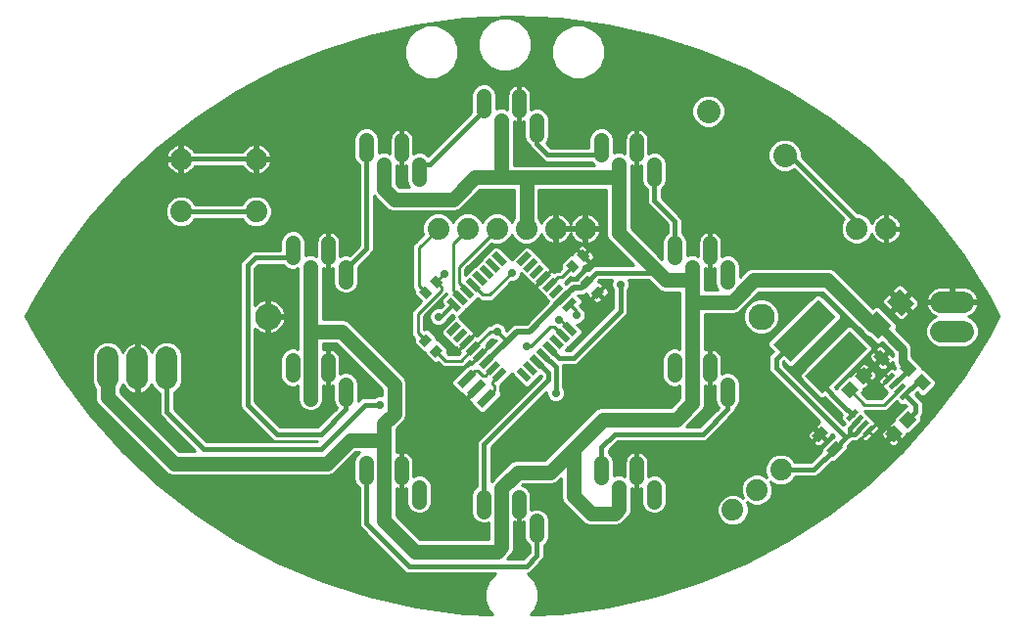
<source format=gtl>
G75*
%MOIN*%
%OFA0B0*%
%FSLAX25Y25*%
%IPPOS*%
%LPD*%
%AMOC8*
5,1,8,0,0,1.08239X$1,22.5*
%
%ADD10C,0.05000*%
%ADD11C,0.07400*%
%ADD12C,0.01600*%
%ADD13C,0.08000*%
%ADD14C,0.07400*%
%ADD15R,0.02756X0.03543*%
%ADD16R,0.02756X0.06693*%
%ADD17R,0.05000X0.02200*%
%ADD18R,0.02200X0.05000*%
%ADD19R,0.01575X0.04331*%
%ADD20R,0.21654X0.08465*%
%ADD21R,0.03150X0.04724*%
%ADD22R,0.04331X0.03937*%
%ADD23C,0.09000*%
%ADD24R,0.06299X0.07087*%
%ADD25C,0.01000*%
%ADD26C,0.02900*%
%ADD27C,0.01200*%
%ADD28C,0.02000*%
%ADD29C,0.03000*%
%ADD30C,0.01500*%
%ADD31C,0.00984*%
D10*
X0128000Y0091800D02*
X0138500Y0081300D01*
X0166500Y0081300D01*
X0168000Y0082800D01*
X0168000Y0091737D01*
X0168000Y0102800D01*
X0173500Y0108300D01*
X0184500Y0108300D01*
X0192500Y0116300D01*
X0192500Y0100300D01*
X0198500Y0094300D01*
X0206500Y0094300D01*
X0208000Y0095800D01*
X0208000Y0103237D01*
X0208000Y0098237D01*
X0202000Y0106487D02*
X0202000Y0111487D01*
X0192500Y0116300D02*
X0202500Y0126300D01*
X0227500Y0126300D01*
X0233000Y0131800D01*
X0233000Y0138237D01*
X0233000Y0166300D01*
X0233000Y0172300D01*
X0231500Y0173800D01*
X0233000Y0175300D01*
X0233000Y0178237D01*
X0233000Y0173237D01*
X0231500Y0173800D02*
X0224000Y0173800D01*
X0221500Y0176300D01*
X0208000Y0189800D01*
X0208000Y0208800D01*
X0176500Y0208800D01*
X0176500Y0191300D01*
X0176500Y0208800D02*
X0166500Y0208800D01*
X0168000Y0210300D01*
X0168000Y0228237D01*
X0168000Y0223237D01*
X0162000Y0231487D02*
X0162000Y0236487D01*
X0174000Y0236487D02*
X0174000Y0231487D01*
X0180000Y0228237D02*
X0180000Y0223237D01*
X0166500Y0208800D02*
X0159000Y0208800D01*
X0151500Y0201300D01*
X0131500Y0201300D01*
X0128000Y0204800D01*
X0128000Y0213237D01*
X0128000Y0208237D01*
X0122000Y0216487D02*
X0122000Y0221487D01*
X0134000Y0221487D02*
X0134000Y0216487D01*
X0140000Y0213237D02*
X0140000Y0208237D01*
X0109000Y0186487D02*
X0109000Y0181487D01*
X0103000Y0178237D02*
X0103000Y0156800D01*
X0103500Y0156300D01*
X0103000Y0155800D01*
X0103000Y0138237D01*
X0103000Y0133237D01*
X0097000Y0141487D02*
X0097000Y0146487D01*
X0103500Y0156300D02*
X0113500Y0156300D01*
X0131500Y0138300D01*
X0131500Y0128300D01*
X0128000Y0124800D01*
X0128000Y0119300D01*
X0116500Y0119300D01*
X0108500Y0111300D01*
X0056500Y0111300D01*
X0034000Y0133800D01*
X0034000Y0143800D01*
X0097000Y0181487D02*
X0097000Y0186487D01*
X0103000Y0178237D02*
X0103000Y0173237D01*
X0115000Y0173237D02*
X0115000Y0178237D01*
X0109000Y0146487D02*
X0109000Y0141487D01*
X0115000Y0138237D02*
X0115000Y0133237D01*
X0128000Y0119300D02*
X0128000Y0103237D01*
X0128000Y0091800D01*
X0128000Y0098237D02*
X0128000Y0103237D01*
X0134000Y0106487D02*
X0134000Y0111487D01*
X0140000Y0103237D02*
X0140000Y0098237D01*
X0122000Y0106487D02*
X0122000Y0111487D01*
X0162000Y0099987D02*
X0162000Y0094987D01*
X0168000Y0091737D02*
X0168000Y0086737D01*
X0174000Y0094987D02*
X0174000Y0099987D01*
X0180000Y0091737D02*
X0180000Y0086737D01*
X0214000Y0106487D02*
X0214000Y0111487D01*
X0220000Y0103237D02*
X0220000Y0098237D01*
X0233000Y0133237D02*
X0233000Y0138237D01*
X0227000Y0141487D02*
X0227000Y0146487D01*
X0239000Y0146487D02*
X0239000Y0141487D01*
X0245000Y0138237D02*
X0245000Y0133237D01*
X0246500Y0166300D02*
X0233000Y0166300D01*
X0245000Y0173237D02*
X0245000Y0178237D01*
X0239000Y0181487D02*
X0239000Y0186487D01*
X0227000Y0186487D02*
X0227000Y0181487D01*
X0246500Y0166300D02*
X0254000Y0173800D01*
X0279000Y0173800D01*
X0294397Y0158403D01*
X0296103Y0158403D01*
X0220000Y0208237D02*
X0220000Y0213237D01*
X0214000Y0216487D02*
X0214000Y0221487D01*
X0208000Y0213237D02*
X0208000Y0208800D01*
X0208000Y0208237D02*
X0208000Y0213237D01*
X0202000Y0216487D02*
X0202000Y0221487D01*
D11*
X0196500Y0191300D03*
X0186500Y0191300D03*
X0176500Y0191300D03*
X0166500Y0191300D03*
X0156500Y0191300D03*
X0146500Y0191300D03*
X0084500Y0197200D03*
X0084500Y0215000D03*
X0058900Y0215000D03*
X0058900Y0197200D03*
X0246803Y0095422D03*
X0255000Y0102300D03*
X0263197Y0109178D03*
X0289000Y0191300D03*
X0299000Y0191300D03*
D12*
X0289000Y0193620D02*
X0266320Y0216300D01*
X0264490Y0216300D01*
X0227000Y0193800D02*
X0220000Y0200800D01*
X0220000Y0213237D01*
X0202000Y0216487D02*
X0183813Y0216487D01*
X0180000Y0220300D01*
X0180000Y0228237D01*
X0162000Y0231487D02*
X0143750Y0213237D01*
X0140000Y0213237D01*
X0122000Y0216487D02*
X0122000Y0184487D01*
X0115750Y0178237D01*
X0115000Y0178237D01*
X0097000Y0181487D02*
X0084187Y0181487D01*
X0081500Y0178800D01*
X0081500Y0131300D01*
X0091500Y0121300D01*
X0106500Y0121300D01*
X0115000Y0129800D01*
X0115000Y0138237D01*
X0121500Y0131300D02*
X0126500Y0131300D01*
X0121500Y0131300D02*
X0106500Y0116300D01*
X0066500Y0116300D01*
X0054000Y0128800D01*
X0054000Y0143800D01*
X0059200Y0197100D02*
X0084700Y0197100D01*
X0084700Y0215100D02*
X0058700Y0215100D01*
X0180109Y0146009D02*
X0184000Y0142119D01*
X0184000Y0139800D01*
X0162000Y0117800D01*
X0162000Y0094987D01*
X0180000Y0091737D02*
X0180000Y0079800D01*
X0176500Y0076300D01*
X0136500Y0076300D01*
X0122000Y0090800D01*
X0122000Y0106487D01*
X0182337Y0148236D02*
X0186500Y0144073D01*
X0186500Y0135300D01*
X0187727Y0147300D02*
X0192500Y0147300D01*
X0208500Y0163300D01*
X0208500Y0172300D01*
X0200381Y0176300D02*
X0197190Y0173110D01*
X0200381Y0176300D02*
X0221500Y0176300D01*
X0227000Y0181487D02*
X0227000Y0193800D01*
X0271155Y0156645D02*
X0261500Y0146990D01*
X0261500Y0143800D01*
X0285250Y0120050D01*
X0281505Y0116305D01*
X0281505Y0116295D02*
X0274389Y0109178D01*
X0263197Y0109178D01*
X0285250Y0120050D02*
X0286500Y0121300D01*
X0286500Y0123110D01*
X0289331Y0125941D01*
X0287522Y0127751D02*
X0284059Y0131213D01*
X0284059Y0131241D01*
X0276500Y0138800D01*
X0276500Y0140610D01*
X0281845Y0145955D01*
X0305478Y0134849D02*
X0309562Y0138934D01*
X0311366Y0138934D01*
X0305478Y0134849D02*
X0309000Y0131327D01*
X0309000Y0128800D01*
X0306366Y0126166D01*
X0291141Y0124132D02*
X0288310Y0121300D01*
X0286500Y0121300D01*
X0245000Y0129800D02*
X0245000Y0138237D01*
X0245000Y0129800D02*
X0236500Y0121300D01*
X0206500Y0121300D01*
X0202000Y0116800D01*
X0202000Y0106487D01*
X0187727Y0147300D02*
X0184564Y0150463D01*
D13*
X0264490Y0216300D03*
X0238510Y0231300D03*
D14*
X0317800Y0166300D02*
X0325200Y0166300D01*
X0325200Y0156300D02*
X0317800Y0156300D01*
X0054000Y0147500D02*
X0054000Y0140100D01*
X0044000Y0140100D02*
X0044000Y0147500D01*
X0034000Y0147500D02*
X0034000Y0140100D01*
D15*
G36*
X0141913Y0150884D02*
X0139964Y0152833D01*
X0142467Y0155336D01*
X0144416Y0153387D01*
X0141913Y0150884D01*
G37*
G36*
X0145533Y0147264D02*
X0143584Y0149213D01*
X0146087Y0151716D01*
X0148036Y0149767D01*
X0145533Y0147264D01*
G37*
G36*
X0144416Y0169213D02*
X0142467Y0167264D01*
X0139964Y0169767D01*
X0141913Y0171716D01*
X0144416Y0169213D01*
G37*
G36*
X0148036Y0172833D02*
X0146087Y0170884D01*
X0143584Y0173387D01*
X0145533Y0175336D01*
X0148036Y0172833D01*
G37*
G36*
X0189964Y0178767D02*
X0191913Y0180716D01*
X0194416Y0178213D01*
X0192467Y0176264D01*
X0189964Y0178767D01*
G37*
G36*
X0193584Y0182387D02*
X0195533Y0184336D01*
X0198036Y0181833D01*
X0196087Y0179884D01*
X0193584Y0182387D01*
G37*
G36*
X0197467Y0175336D02*
X0199416Y0173387D01*
X0196913Y0170884D01*
X0194964Y0172833D01*
X0197467Y0175336D01*
G37*
G36*
X0201087Y0171716D02*
X0203036Y0169767D01*
X0200533Y0167264D01*
X0198584Y0169213D01*
X0201087Y0171716D01*
G37*
D16*
G36*
X0157550Y0143481D02*
X0159499Y0141532D01*
X0154768Y0136801D01*
X0152819Y0138750D01*
X0157550Y0143481D01*
G37*
G36*
X0160891Y0140140D02*
X0162840Y0138191D01*
X0158109Y0133460D01*
X0156160Y0135409D01*
X0160891Y0140140D01*
G37*
G36*
X0164232Y0136799D02*
X0166181Y0134850D01*
X0161450Y0130119D01*
X0159501Y0132068D01*
X0164232Y0136799D01*
G37*
D17*
G36*
X0169890Y0142544D02*
X0166356Y0139010D01*
X0164800Y0140566D01*
X0168334Y0144100D01*
X0169890Y0142544D01*
G37*
G36*
X0167663Y0144771D02*
X0164129Y0141237D01*
X0162573Y0142793D01*
X0166107Y0146327D01*
X0167663Y0144771D01*
G37*
G36*
X0165436Y0146998D02*
X0161902Y0143464D01*
X0160346Y0145020D01*
X0163880Y0148554D01*
X0165436Y0146998D01*
G37*
G36*
X0163208Y0149225D02*
X0159674Y0145691D01*
X0158118Y0147247D01*
X0161652Y0150781D01*
X0163208Y0149225D01*
G37*
G36*
X0160981Y0151452D02*
X0157447Y0147918D01*
X0155891Y0149474D01*
X0159425Y0153008D01*
X0160981Y0151452D01*
G37*
G36*
X0158754Y0153680D02*
X0155220Y0150146D01*
X0153664Y0151702D01*
X0157198Y0155236D01*
X0158754Y0153680D01*
G37*
G36*
X0156527Y0155907D02*
X0152993Y0152373D01*
X0151437Y0153929D01*
X0154971Y0157463D01*
X0156527Y0155907D01*
G37*
G36*
X0154300Y0158134D02*
X0150766Y0154600D01*
X0149210Y0156156D01*
X0152744Y0159690D01*
X0154300Y0158134D01*
G37*
G36*
X0182654Y0177580D02*
X0179120Y0174046D01*
X0177564Y0175602D01*
X0181098Y0179136D01*
X0182654Y0177580D01*
G37*
G36*
X0184882Y0175353D02*
X0181348Y0171819D01*
X0179792Y0173375D01*
X0183326Y0176909D01*
X0184882Y0175353D01*
G37*
G36*
X0187109Y0173126D02*
X0183575Y0169592D01*
X0182019Y0171148D01*
X0185553Y0174682D01*
X0187109Y0173126D01*
G37*
G36*
X0189336Y0170898D02*
X0185802Y0167364D01*
X0184246Y0168920D01*
X0187780Y0172454D01*
X0189336Y0170898D01*
G37*
G36*
X0191563Y0168671D02*
X0188029Y0165137D01*
X0186473Y0166693D01*
X0190007Y0170227D01*
X0191563Y0168671D01*
G37*
G36*
X0193790Y0166444D02*
X0190256Y0162910D01*
X0188700Y0164466D01*
X0192234Y0168000D01*
X0193790Y0166444D01*
G37*
G36*
X0180427Y0179807D02*
X0176893Y0176273D01*
X0175337Y0177829D01*
X0178871Y0181363D01*
X0180427Y0179807D01*
G37*
G36*
X0178200Y0182034D02*
X0174666Y0178500D01*
X0173110Y0180056D01*
X0176644Y0183590D01*
X0178200Y0182034D01*
G37*
D18*
G36*
X0169890Y0180056D02*
X0168334Y0178500D01*
X0164800Y0182034D01*
X0166356Y0183590D01*
X0169890Y0180056D01*
G37*
G36*
X0167663Y0177829D02*
X0166107Y0176273D01*
X0162573Y0179807D01*
X0164129Y0181363D01*
X0167663Y0177829D01*
G37*
G36*
X0165436Y0175602D02*
X0163880Y0174046D01*
X0160346Y0177580D01*
X0161902Y0179136D01*
X0165436Y0175602D01*
G37*
G36*
X0163208Y0173375D02*
X0161652Y0171819D01*
X0158118Y0175353D01*
X0159674Y0176909D01*
X0163208Y0173375D01*
G37*
G36*
X0160981Y0171148D02*
X0159425Y0169592D01*
X0155891Y0173126D01*
X0157447Y0174682D01*
X0160981Y0171148D01*
G37*
G36*
X0158754Y0168920D02*
X0157198Y0167364D01*
X0153664Y0170898D01*
X0155220Y0172454D01*
X0158754Y0168920D01*
G37*
G36*
X0156527Y0166693D02*
X0154971Y0165137D01*
X0151437Y0168671D01*
X0152993Y0170227D01*
X0156527Y0166693D01*
G37*
G36*
X0154300Y0164466D02*
X0152744Y0162910D01*
X0149210Y0166444D01*
X0150766Y0168000D01*
X0154300Y0164466D01*
G37*
G36*
X0178200Y0140566D02*
X0176644Y0139010D01*
X0173110Y0142544D01*
X0174666Y0144100D01*
X0178200Y0140566D01*
G37*
G36*
X0180427Y0142793D02*
X0178871Y0141237D01*
X0175337Y0144771D01*
X0176893Y0146327D01*
X0180427Y0142793D01*
G37*
G36*
X0182654Y0145020D02*
X0181098Y0143464D01*
X0177564Y0146998D01*
X0179120Y0148554D01*
X0182654Y0145020D01*
G37*
G36*
X0184882Y0147247D02*
X0183326Y0145691D01*
X0179792Y0149225D01*
X0181348Y0150781D01*
X0184882Y0147247D01*
G37*
G36*
X0187109Y0149474D02*
X0185553Y0147918D01*
X0182019Y0151452D01*
X0183575Y0153008D01*
X0187109Y0149474D01*
G37*
G36*
X0189336Y0151702D02*
X0187780Y0150146D01*
X0184246Y0153680D01*
X0185802Y0155236D01*
X0189336Y0151702D01*
G37*
G36*
X0191563Y0153929D02*
X0190007Y0152373D01*
X0186473Y0155907D01*
X0188029Y0157463D01*
X0191563Y0153929D01*
G37*
G36*
X0193790Y0156156D02*
X0192234Y0154600D01*
X0188700Y0158134D01*
X0190256Y0159690D01*
X0193790Y0156156D01*
G37*
D19*
G36*
X0286548Y0125664D02*
X0285435Y0126777D01*
X0288496Y0129838D01*
X0289609Y0128725D01*
X0286548Y0125664D01*
G37*
G36*
X0288357Y0123854D02*
X0287244Y0124967D01*
X0290305Y0128028D01*
X0291418Y0126915D01*
X0288357Y0123854D01*
G37*
G36*
X0290167Y0122044D02*
X0289054Y0123157D01*
X0292115Y0126218D01*
X0293228Y0125105D01*
X0290167Y0122044D01*
G37*
G36*
X0291977Y0120235D02*
X0290864Y0121348D01*
X0293925Y0124409D01*
X0295038Y0123296D01*
X0291977Y0120235D01*
G37*
G36*
X0304504Y0132762D02*
X0303391Y0133875D01*
X0306452Y0136936D01*
X0307565Y0135823D01*
X0304504Y0132762D01*
G37*
G36*
X0302694Y0134572D02*
X0301581Y0135685D01*
X0304642Y0138746D01*
X0305755Y0137633D01*
X0302694Y0134572D01*
G37*
G36*
X0300885Y0136381D02*
X0299772Y0137494D01*
X0302833Y0140555D01*
X0303946Y0139442D01*
X0300885Y0136381D01*
G37*
G36*
X0299075Y0138191D02*
X0297962Y0139304D01*
X0301023Y0142365D01*
X0302136Y0141252D01*
X0299075Y0138191D01*
G37*
D20*
G36*
X0292493Y0150618D02*
X0277182Y0135307D01*
X0271197Y0141292D01*
X0286508Y0156603D01*
X0292493Y0150618D01*
G37*
G36*
X0281803Y0161308D02*
X0266492Y0145997D01*
X0260507Y0151982D01*
X0275818Y0167293D01*
X0281803Y0161308D01*
G37*
D21*
G36*
X0294712Y0147851D02*
X0296939Y0150078D01*
X0300278Y0146739D01*
X0298051Y0144512D01*
X0294712Y0147851D01*
G37*
G36*
X0299722Y0152861D02*
X0301949Y0155088D01*
X0305288Y0151749D01*
X0303061Y0149522D01*
X0299722Y0152861D01*
G37*
G36*
X0277051Y0124088D02*
X0279278Y0121861D01*
X0275939Y0118522D01*
X0273712Y0120749D01*
X0277051Y0124088D01*
G37*
G36*
X0282061Y0119078D02*
X0284288Y0116851D01*
X0280949Y0113512D01*
X0278722Y0115739D01*
X0282061Y0119078D01*
G37*
D22*
G36*
X0283712Y0136295D02*
X0286773Y0139356D01*
X0289556Y0136573D01*
X0286495Y0133512D01*
X0283712Y0136295D01*
G37*
G36*
X0288444Y0141027D02*
X0291505Y0144088D01*
X0294288Y0141305D01*
X0291227Y0138244D01*
X0288444Y0141027D01*
G37*
G36*
X0306495Y0146588D02*
X0309556Y0143527D01*
X0306773Y0140744D01*
X0303712Y0143805D01*
X0306495Y0146588D01*
G37*
G36*
X0311227Y0141856D02*
X0314288Y0138795D01*
X0311505Y0136012D01*
X0308444Y0139073D01*
X0311227Y0141856D01*
G37*
G36*
X0309288Y0126305D02*
X0306227Y0123244D01*
X0303444Y0126027D01*
X0306505Y0129088D01*
X0309288Y0126305D01*
G37*
G36*
X0304556Y0121573D02*
X0301495Y0118512D01*
X0298712Y0121295D01*
X0301773Y0124356D01*
X0304556Y0121573D01*
G37*
D23*
X0256500Y0161300D03*
X0088500Y0161300D03*
D24*
G36*
X0300834Y0158125D02*
X0296381Y0153672D01*
X0291372Y0158681D01*
X0295825Y0163134D01*
X0300834Y0158125D01*
G37*
G36*
X0308628Y0165919D02*
X0304175Y0161466D01*
X0299166Y0166475D01*
X0303619Y0170928D01*
X0308628Y0165919D01*
G37*
D25*
X0131839Y0077425D02*
X0092186Y0077425D01*
X0092139Y0077445D02*
X0077616Y0085150D01*
X0063832Y0094112D01*
X0050896Y0104259D01*
X0038910Y0115511D01*
X0027968Y0127782D01*
X0018156Y0140973D01*
X0009550Y0154981D01*
X0006120Y0161500D01*
X0009550Y0168019D01*
X0018156Y0182027D01*
X0027968Y0195218D01*
X0038910Y0207489D01*
X0050896Y0218741D01*
X0063832Y0228888D01*
X0077616Y0237850D01*
X0092139Y0245555D01*
X0107287Y0251944D01*
X0122942Y0256966D01*
X0138980Y0260581D01*
X0155276Y0262762D01*
X0171700Y0263490D01*
X0188124Y0262762D01*
X0204420Y0260581D01*
X0220458Y0256966D01*
X0236113Y0251944D01*
X0251261Y0245555D01*
X0265784Y0237850D01*
X0279568Y0228888D01*
X0292504Y0218741D01*
X0304490Y0207489D01*
X0315432Y0195218D01*
X0325244Y0182027D01*
X0333850Y0168019D01*
X0337280Y0161500D01*
X0333850Y0154981D01*
X0325244Y0140973D01*
X0315432Y0127782D01*
X0304490Y0115511D01*
X0292504Y0104259D01*
X0279568Y0094112D01*
X0265784Y0085150D01*
X0251261Y0077445D01*
X0236113Y0071056D01*
X0220458Y0066034D01*
X0204420Y0062419D01*
X0188124Y0060238D01*
X0178000Y0059789D01*
X0179299Y0061089D01*
X0180700Y0064470D01*
X0180700Y0068130D01*
X0179299Y0071511D01*
X0177007Y0073804D01*
X0177916Y0074181D01*
X0178619Y0074884D01*
X0181416Y0077681D01*
X0182119Y0078384D01*
X0182500Y0079303D01*
X0182500Y0083298D01*
X0183561Y0084358D01*
X0184200Y0085902D01*
X0184200Y0092573D01*
X0183561Y0094116D01*
X0182379Y0095298D01*
X0180835Y0095937D01*
X0179165Y0095937D01*
X0178000Y0095455D01*
X0178000Y0100381D01*
X0177846Y0101154D01*
X0177545Y0101882D01*
X0177107Y0102537D01*
X0176550Y0103094D01*
X0175895Y0103532D01*
X0175167Y0103834D01*
X0175005Y0103866D01*
X0175240Y0104100D01*
X0185335Y0104100D01*
X0186879Y0104739D01*
X0188300Y0106160D01*
X0188300Y0099465D01*
X0188939Y0097921D01*
X0194939Y0091921D01*
X0194939Y0091921D01*
X0196121Y0090739D01*
X0197665Y0090100D01*
X0207335Y0090100D01*
X0208879Y0090739D01*
X0210061Y0091921D01*
X0211561Y0093421D01*
X0212200Y0094965D01*
X0212200Y0102903D01*
X0212833Y0102641D01*
X0213606Y0102487D01*
X0213750Y0102487D01*
X0213750Y0106237D01*
X0214250Y0106237D01*
X0214250Y0102487D01*
X0214394Y0102487D01*
X0215167Y0102641D01*
X0215800Y0102903D01*
X0215800Y0097402D01*
X0216439Y0095858D01*
X0217621Y0094677D01*
X0219165Y0094037D01*
X0220835Y0094037D01*
X0222379Y0094677D01*
X0223561Y0095858D01*
X0224200Y0097402D01*
X0224200Y0104073D01*
X0223561Y0105616D01*
X0222379Y0106798D01*
X0220835Y0107437D01*
X0219165Y0107437D01*
X0218000Y0106955D01*
X0218000Y0111881D01*
X0217846Y0112654D01*
X0217545Y0113382D01*
X0217107Y0114037D01*
X0216550Y0114594D01*
X0215895Y0115032D01*
X0215167Y0115334D01*
X0214394Y0115487D01*
X0214250Y0115487D01*
X0214250Y0106737D01*
X0213750Y0106737D01*
X0213750Y0115487D01*
X0213606Y0115487D01*
X0212833Y0115334D01*
X0212105Y0115032D01*
X0211450Y0114594D01*
X0210893Y0114037D01*
X0210455Y0113382D01*
X0210154Y0112654D01*
X0210000Y0111881D01*
X0210000Y0106955D01*
X0208835Y0107437D01*
X0207165Y0107437D01*
X0206200Y0107038D01*
X0206200Y0112323D01*
X0205561Y0113866D01*
X0204500Y0114927D01*
X0204500Y0115764D01*
X0207536Y0118800D01*
X0236997Y0118800D01*
X0237916Y0119181D01*
X0246416Y0127681D01*
X0247119Y0128384D01*
X0247500Y0129303D01*
X0247500Y0129798D01*
X0248561Y0130858D01*
X0249200Y0132402D01*
X0249200Y0139073D01*
X0248561Y0140616D01*
X0247379Y0141798D01*
X0245835Y0142437D01*
X0244165Y0142437D01*
X0243000Y0141955D01*
X0243000Y0146881D01*
X0242846Y0147654D01*
X0242545Y0148382D01*
X0242107Y0149037D01*
X0241550Y0149594D01*
X0240895Y0150032D01*
X0240167Y0150334D01*
X0239394Y0150487D01*
X0239250Y0150487D01*
X0239250Y0141737D01*
X0238750Y0141737D01*
X0238750Y0150487D01*
X0238606Y0150487D01*
X0237833Y0150334D01*
X0237200Y0150071D01*
X0237200Y0162100D01*
X0247335Y0162100D01*
X0248879Y0162739D01*
X0250061Y0163921D01*
X0255740Y0169600D01*
X0277260Y0169600D01*
X0290837Y0156023D01*
X0292018Y0154842D01*
X0293361Y0154286D01*
X0295677Y0151970D01*
X0297085Y0151970D01*
X0297700Y0152585D01*
X0298022Y0152264D01*
X0298022Y0152158D01*
X0301400Y0148780D01*
X0301400Y0147737D01*
X0299872Y0149265D01*
X0297901Y0147295D01*
X0297495Y0147701D01*
X0299465Y0149672D01*
X0297859Y0151279D01*
X0297517Y0151476D01*
X0297135Y0151578D01*
X0296740Y0151578D01*
X0296359Y0151476D01*
X0296017Y0151279D01*
X0294967Y0150229D01*
X0297494Y0147701D01*
X0297088Y0147295D01*
X0294560Y0149822D01*
X0293510Y0148772D01*
X0293313Y0148430D01*
X0293211Y0148049D01*
X0293211Y0147654D01*
X0293313Y0147272D01*
X0293510Y0146930D01*
X0295117Y0145324D01*
X0292367Y0145324D01*
X0292427Y0145290D02*
X0292084Y0145487D01*
X0291703Y0145589D01*
X0291308Y0145589D01*
X0290927Y0145487D01*
X0290584Y0145290D01*
X0289256Y0143961D01*
X0291366Y0141851D01*
X0290681Y0141166D01*
X0288571Y0143276D01*
X0287243Y0141948D01*
X0287045Y0141606D01*
X0286943Y0141225D01*
X0286943Y0141057D01*
X0286069Y0141057D01*
X0282011Y0136999D01*
X0282011Y0136825D01*
X0281558Y0137278D01*
X0294193Y0149914D01*
X0294193Y0151322D01*
X0287212Y0158303D01*
X0285804Y0158303D01*
X0269497Y0141996D01*
X0269497Y0140588D01*
X0276478Y0133607D01*
X0277886Y0133607D01*
X0278022Y0133742D01*
X0281920Y0129844D01*
X0281940Y0129797D01*
X0282643Y0129094D01*
X0283995Y0127742D01*
X0283734Y0127480D01*
X0283734Y0126072D01*
X0284831Y0124976D01*
X0284381Y0124526D01*
X0284360Y0124476D01*
X0264000Y0144836D01*
X0264000Y0145955D01*
X0264065Y0146020D01*
X0265788Y0144297D01*
X0267196Y0144297D01*
X0283503Y0160604D01*
X0283503Y0162012D01*
X0276522Y0168993D01*
X0275114Y0168993D01*
X0258807Y0152686D01*
X0258807Y0151278D01*
X0260529Y0149555D01*
X0259381Y0148406D01*
X0259000Y0147487D01*
X0259000Y0143303D01*
X0259381Y0142384D01*
X0260084Y0141681D01*
X0276349Y0125416D01*
X0276130Y0125290D01*
X0274524Y0123683D01*
X0276494Y0121712D01*
X0276088Y0121306D01*
X0274117Y0123276D01*
X0272510Y0121670D01*
X0272313Y0121328D01*
X0272211Y0120946D01*
X0272211Y0120551D01*
X0272313Y0120170D01*
X0272510Y0119828D01*
X0273560Y0118778D01*
X0276088Y0121305D01*
X0276494Y0120899D01*
X0273967Y0118371D01*
X0275017Y0117321D01*
X0275359Y0117124D01*
X0275740Y0117022D01*
X0276135Y0117022D01*
X0276517Y0117124D01*
X0276859Y0117321D01*
X0278465Y0118928D01*
X0276495Y0120899D01*
X0276901Y0121305D01*
X0278872Y0119334D01*
X0280479Y0120941D01*
X0280605Y0121160D01*
X0281172Y0120592D01*
X0277022Y0116442D01*
X0277022Y0115346D01*
X0273353Y0111678D01*
X0268006Y0111678D01*
X0267775Y0112237D01*
X0266256Y0113756D01*
X0264271Y0114578D01*
X0262123Y0114578D01*
X0260138Y0113756D01*
X0258619Y0112237D01*
X0257797Y0110252D01*
X0257797Y0108104D01*
X0258478Y0106459D01*
X0258059Y0106878D01*
X0256074Y0107700D01*
X0253926Y0107700D01*
X0251941Y0106878D01*
X0250422Y0105359D01*
X0249600Y0103374D01*
X0249600Y0101226D01*
X0250281Y0099581D01*
X0249862Y0100000D01*
X0247877Y0100822D01*
X0245729Y0100822D01*
X0243744Y0100000D01*
X0242225Y0098481D01*
X0241403Y0096496D01*
X0241403Y0094348D01*
X0242225Y0092363D01*
X0243744Y0090844D01*
X0245729Y0090022D01*
X0247877Y0090022D01*
X0249862Y0090844D01*
X0251381Y0092363D01*
X0252203Y0094348D01*
X0252203Y0096496D01*
X0251522Y0098141D01*
X0251941Y0097722D01*
X0253926Y0096900D01*
X0256074Y0096900D01*
X0258059Y0097722D01*
X0259578Y0099241D01*
X0260400Y0101226D01*
X0260400Y0103374D01*
X0259719Y0105019D01*
X0260138Y0104600D01*
X0262123Y0103778D01*
X0264271Y0103778D01*
X0266256Y0104600D01*
X0267775Y0106119D01*
X0268006Y0106678D01*
X0274886Y0106678D01*
X0275805Y0107058D01*
X0280557Y0111811D01*
X0281653Y0111811D01*
X0285989Y0116147D01*
X0285989Y0117254D01*
X0287369Y0118634D01*
X0287536Y0118800D01*
X0288807Y0118800D01*
X0289726Y0119181D01*
X0290317Y0119772D01*
X0290359Y0119730D01*
X0291055Y0119034D01*
X0291397Y0118836D01*
X0291779Y0118734D01*
X0292174Y0118734D01*
X0292555Y0118836D01*
X0292897Y0119034D01*
X0294568Y0120704D01*
X0292951Y0122322D01*
X0292951Y0122322D01*
X0295542Y0124914D01*
X0294929Y0125527D01*
X0294929Y0125810D01*
X0292820Y0127919D01*
X0292820Y0127919D01*
X0291639Y0129100D01*
X0299221Y0129100D01*
X0300509Y0130389D01*
X0302491Y0132370D01*
X0303800Y0131062D01*
X0305208Y0131062D01*
X0305469Y0131323D01*
X0306003Y0130789D01*
X0305801Y0130789D01*
X0301743Y0126731D01*
X0301743Y0125857D01*
X0301575Y0125857D01*
X0301194Y0125755D01*
X0300852Y0125557D01*
X0299524Y0124229D01*
X0301634Y0122119D01*
X0300949Y0121434D01*
X0298839Y0123544D01*
X0297510Y0122216D01*
X0297313Y0121873D01*
X0297211Y0121492D01*
X0297211Y0121097D01*
X0297313Y0120716D01*
X0297510Y0120373D01*
X0298699Y0119184D01*
X0300949Y0121434D01*
X0301634Y0120749D01*
X0302319Y0121434D01*
X0304429Y0119324D01*
X0305757Y0120652D01*
X0305955Y0120994D01*
X0306057Y0121375D01*
X0306057Y0121543D01*
X0306931Y0121543D01*
X0310989Y0125601D01*
X0310989Y0127010D01*
X0310867Y0127132D01*
X0311119Y0127384D01*
X0311500Y0128303D01*
X0311500Y0131825D01*
X0311119Y0132744D01*
X0310416Y0133447D01*
X0309014Y0134849D01*
X0309638Y0135474D01*
X0310801Y0134311D01*
X0312210Y0134311D01*
X0315989Y0138090D01*
X0315989Y0139499D01*
X0311931Y0143557D01*
X0311257Y0143557D01*
X0311257Y0144231D01*
X0307800Y0147688D01*
X0307800Y0150848D01*
X0307313Y0152024D01*
X0306989Y0152347D01*
X0306989Y0152453D01*
X0302653Y0156789D01*
X0302547Y0156789D01*
X0302226Y0157111D01*
X0302535Y0157420D01*
X0302535Y0158828D01*
X0296528Y0164835D01*
X0295120Y0164835D01*
X0294512Y0164227D01*
X0281379Y0177361D01*
X0279835Y0178000D01*
X0253165Y0178000D01*
X0251621Y0177361D01*
X0249200Y0174940D01*
X0249200Y0179073D01*
X0248561Y0180616D01*
X0247379Y0181798D01*
X0245835Y0182437D01*
X0244165Y0182437D01*
X0243000Y0181955D01*
X0243000Y0186881D01*
X0242846Y0187654D01*
X0242545Y0188382D01*
X0242107Y0189037D01*
X0241550Y0189594D01*
X0240895Y0190032D01*
X0240167Y0190334D01*
X0239394Y0190487D01*
X0239250Y0190487D01*
X0239250Y0181737D01*
X0238750Y0181737D01*
X0238750Y0190487D01*
X0238606Y0190487D01*
X0237833Y0190334D01*
X0237105Y0190032D01*
X0236450Y0189594D01*
X0235893Y0189037D01*
X0235455Y0188382D01*
X0235154Y0187654D01*
X0235000Y0186881D01*
X0235000Y0181955D01*
X0233835Y0182437D01*
X0232165Y0182437D01*
X0231200Y0182038D01*
X0231200Y0187323D01*
X0230561Y0188866D01*
X0229500Y0189927D01*
X0229500Y0194297D01*
X0229119Y0195216D01*
X0222500Y0201836D01*
X0222500Y0204798D01*
X0223561Y0205858D01*
X0224200Y0207402D01*
X0224200Y0214073D01*
X0223561Y0215616D01*
X0222379Y0216798D01*
X0220835Y0217437D01*
X0219165Y0217437D01*
X0218000Y0216955D01*
X0218000Y0221881D01*
X0217846Y0222654D01*
X0217545Y0223382D01*
X0217107Y0224037D01*
X0216550Y0224594D01*
X0215895Y0225032D01*
X0215167Y0225334D01*
X0214394Y0225487D01*
X0214250Y0225487D01*
X0214250Y0216737D01*
X0213750Y0216737D01*
X0213750Y0225487D01*
X0213606Y0225487D01*
X0212833Y0225334D01*
X0212105Y0225032D01*
X0211450Y0224594D01*
X0210893Y0224037D01*
X0210455Y0223382D01*
X0210154Y0222654D01*
X0210000Y0221881D01*
X0210000Y0216955D01*
X0208835Y0217437D01*
X0207165Y0217437D01*
X0206200Y0217038D01*
X0206200Y0222323D01*
X0205561Y0223866D01*
X0204379Y0225048D01*
X0202835Y0225687D01*
X0201165Y0225687D01*
X0199621Y0225048D01*
X0198439Y0223866D01*
X0197800Y0222323D01*
X0197800Y0218987D01*
X0184848Y0218987D01*
X0183269Y0220567D01*
X0183561Y0220858D01*
X0184200Y0222402D01*
X0184200Y0229073D01*
X0183561Y0230616D01*
X0182379Y0231798D01*
X0180835Y0232437D01*
X0179165Y0232437D01*
X0178000Y0231955D01*
X0178000Y0236881D01*
X0177846Y0237654D01*
X0177545Y0238382D01*
X0177107Y0239037D01*
X0176550Y0239594D01*
X0175895Y0240032D01*
X0175167Y0240334D01*
X0174394Y0240487D01*
X0174250Y0240487D01*
X0174250Y0231737D01*
X0173750Y0231737D01*
X0173750Y0240487D01*
X0173606Y0240487D01*
X0172833Y0240334D01*
X0172105Y0240032D01*
X0171450Y0239594D01*
X0170893Y0239037D01*
X0170455Y0238382D01*
X0170154Y0237654D01*
X0170000Y0236881D01*
X0170000Y0231955D01*
X0168835Y0232437D01*
X0167165Y0232437D01*
X0166200Y0232038D01*
X0166200Y0237323D01*
X0165561Y0238866D01*
X0164379Y0240048D01*
X0162835Y0240687D01*
X0161165Y0240687D01*
X0159621Y0240048D01*
X0158439Y0238866D01*
X0157800Y0237323D01*
X0157800Y0230823D01*
X0143077Y0216100D01*
X0142379Y0216798D01*
X0140835Y0217437D01*
X0139165Y0217437D01*
X0138000Y0216955D01*
X0138000Y0221881D01*
X0137846Y0222654D01*
X0137545Y0223382D01*
X0137107Y0224037D01*
X0136550Y0224594D01*
X0135895Y0225032D01*
X0135167Y0225334D01*
X0134394Y0225487D01*
X0134250Y0225487D01*
X0134250Y0216737D01*
X0133750Y0216737D01*
X0133750Y0225487D01*
X0133606Y0225487D01*
X0132833Y0225334D01*
X0132105Y0225032D01*
X0131450Y0224594D01*
X0130893Y0224037D01*
X0130455Y0223382D01*
X0130154Y0222654D01*
X0130000Y0221881D01*
X0130000Y0216955D01*
X0128835Y0217437D01*
X0127165Y0217437D01*
X0126200Y0217038D01*
X0126200Y0222323D01*
X0125561Y0223866D01*
X0124379Y0225048D01*
X0122835Y0225687D01*
X0121165Y0225687D01*
X0119621Y0225048D01*
X0118439Y0223866D01*
X0117800Y0222323D01*
X0117800Y0215652D01*
X0118439Y0214108D01*
X0119500Y0213048D01*
X0119500Y0185523D01*
X0116245Y0182268D01*
X0115835Y0182437D01*
X0114165Y0182437D01*
X0113000Y0181955D01*
X0113000Y0186881D01*
X0112846Y0187654D01*
X0112545Y0188382D01*
X0112107Y0189037D01*
X0111550Y0189594D01*
X0110895Y0190032D01*
X0110167Y0190334D01*
X0109394Y0190487D01*
X0109250Y0190487D01*
X0109250Y0181737D01*
X0108750Y0181737D01*
X0108750Y0190487D01*
X0108606Y0190487D01*
X0107833Y0190334D01*
X0107105Y0190032D01*
X0106450Y0189594D01*
X0105893Y0189037D01*
X0105455Y0188382D01*
X0105154Y0187654D01*
X0105000Y0186881D01*
X0105000Y0181955D01*
X0103835Y0182437D01*
X0102165Y0182437D01*
X0101200Y0182038D01*
X0101200Y0187323D01*
X0100561Y0188866D01*
X0099379Y0190048D01*
X0097835Y0190687D01*
X0096165Y0190687D01*
X0094621Y0190048D01*
X0093439Y0188866D01*
X0092800Y0187323D01*
X0092800Y0183987D01*
X0083690Y0183987D01*
X0082771Y0183607D01*
X0080084Y0180919D01*
X0079381Y0180216D01*
X0079000Y0179297D01*
X0079000Y0130803D01*
X0079381Y0129884D01*
X0080084Y0129181D01*
X0090084Y0119181D01*
X0091003Y0118800D01*
X0105464Y0118800D01*
X0067536Y0118800D01*
X0056500Y0129836D01*
X0056500Y0135291D01*
X0057059Y0135522D01*
X0058578Y0137041D01*
X0059400Y0139026D01*
X0059400Y0148574D01*
X0058578Y0150559D01*
X0057059Y0152078D01*
X0055074Y0152900D01*
X0052926Y0152900D01*
X0050941Y0152078D01*
X0049422Y0150559D01*
X0048891Y0149276D01*
X0048819Y0149496D01*
X0048447Y0150225D01*
X0047966Y0150888D01*
X0047388Y0151466D01*
X0046725Y0151947D01*
X0045996Y0152319D01*
X0045218Y0152572D01*
X0044500Y0152686D01*
X0044500Y0144300D01*
X0043500Y0144300D01*
X0043500Y0152686D01*
X0042782Y0152572D01*
X0042004Y0152319D01*
X0041275Y0151947D01*
X0040612Y0151466D01*
X0040034Y0150888D01*
X0039553Y0150225D01*
X0039181Y0149496D01*
X0039109Y0149276D01*
X0038578Y0150559D01*
X0037059Y0152078D01*
X0035074Y0152900D01*
X0032926Y0152900D01*
X0030941Y0152078D01*
X0029422Y0150559D01*
X0028600Y0148574D01*
X0028600Y0139026D01*
X0029422Y0137041D01*
X0029800Y0136663D01*
X0029800Y0132965D01*
X0030439Y0131421D01*
X0052939Y0108921D01*
X0054121Y0107739D01*
X0055665Y0107100D01*
X0109335Y0107100D01*
X0110879Y0107739D01*
X0118240Y0115100D01*
X0119746Y0115100D01*
X0119621Y0115048D01*
X0118439Y0113866D01*
X0117800Y0112323D01*
X0117800Y0105652D01*
X0118439Y0104108D01*
X0119500Y0103048D01*
X0119500Y0090303D01*
X0119881Y0089384D01*
X0120584Y0088681D01*
X0134381Y0074884D01*
X0134381Y0074884D01*
X0135084Y0074181D01*
X0136003Y0073800D01*
X0165989Y0073800D01*
X0163701Y0071511D01*
X0162300Y0068130D01*
X0162300Y0064470D01*
X0163701Y0061089D01*
X0164982Y0059808D01*
X0155276Y0060238D01*
X0138980Y0062419D01*
X0122942Y0066034D01*
X0107287Y0071056D01*
X0092139Y0077445D01*
X0092139Y0077445D01*
X0090294Y0078424D02*
X0130841Y0078424D01*
X0129842Y0079422D02*
X0088412Y0079422D01*
X0086530Y0080421D02*
X0128844Y0080421D01*
X0127845Y0081419D02*
X0084648Y0081419D01*
X0082766Y0082418D02*
X0126847Y0082418D01*
X0125848Y0083416D02*
X0080884Y0083416D01*
X0079002Y0084415D02*
X0124850Y0084415D01*
X0123851Y0085413D02*
X0077211Y0085413D01*
X0075675Y0086412D02*
X0122853Y0086412D01*
X0121854Y0087410D02*
X0074140Y0087410D01*
X0072604Y0088409D02*
X0120856Y0088409D01*
X0120584Y0088681D02*
X0120584Y0088681D01*
X0119871Y0089407D02*
X0071068Y0089407D01*
X0069532Y0090406D02*
X0119500Y0090406D01*
X0119500Y0091404D02*
X0067996Y0091404D01*
X0066461Y0092403D02*
X0119500Y0092403D01*
X0119500Y0093401D02*
X0064925Y0093401D01*
X0063465Y0094400D02*
X0119500Y0094400D01*
X0119500Y0095398D02*
X0062192Y0095398D01*
X0060919Y0096397D02*
X0119500Y0096397D01*
X0119500Y0097395D02*
X0059646Y0097395D01*
X0058373Y0098394D02*
X0119500Y0098394D01*
X0119500Y0099392D02*
X0057100Y0099392D01*
X0055827Y0100391D02*
X0119500Y0100391D01*
X0119500Y0101389D02*
X0054554Y0101389D01*
X0053281Y0102388D02*
X0119500Y0102388D01*
X0119161Y0103386D02*
X0052008Y0103386D01*
X0050762Y0104385D02*
X0118325Y0104385D01*
X0117911Y0105383D02*
X0049698Y0105383D01*
X0048635Y0106382D02*
X0117800Y0106382D01*
X0117800Y0107380D02*
X0110012Y0107380D01*
X0111519Y0108379D02*
X0117800Y0108379D01*
X0117800Y0109377D02*
X0112517Y0109377D01*
X0113516Y0110376D02*
X0117800Y0110376D01*
X0117800Y0111374D02*
X0114514Y0111374D01*
X0115513Y0112373D02*
X0117821Y0112373D01*
X0118234Y0113371D02*
X0116511Y0113371D01*
X0117510Y0114370D02*
X0118943Y0114370D01*
X0105464Y0118800D02*
X0105464Y0118800D01*
X0105464Y0123800D02*
X0092536Y0123800D01*
X0084000Y0132336D01*
X0084000Y0157315D01*
X0084591Y0156723D01*
X0085355Y0156168D01*
X0086197Y0155740D01*
X0087095Y0155448D01*
X0088000Y0155304D01*
X0088000Y0160800D01*
X0089000Y0160800D01*
X0089000Y0161800D01*
X0088000Y0161800D01*
X0088000Y0167296D01*
X0087095Y0167152D01*
X0086197Y0166860D01*
X0085355Y0166432D01*
X0084591Y0165877D01*
X0084000Y0165285D01*
X0084000Y0177764D01*
X0085223Y0178987D01*
X0093560Y0178987D01*
X0094621Y0177927D01*
X0096165Y0177287D01*
X0097835Y0177287D01*
X0098800Y0177687D01*
X0098800Y0155965D01*
X0098800Y0154965D01*
X0098800Y0150288D01*
X0097835Y0150687D01*
X0096165Y0150687D01*
X0094621Y0150048D01*
X0093439Y0148866D01*
X0092800Y0147323D01*
X0092800Y0140652D01*
X0093439Y0139108D01*
X0094621Y0137927D01*
X0096165Y0137287D01*
X0097835Y0137287D01*
X0098800Y0137687D01*
X0098800Y0132402D01*
X0099439Y0130858D01*
X0100621Y0129677D01*
X0102165Y0129037D01*
X0103835Y0129037D01*
X0105379Y0129677D01*
X0106561Y0130858D01*
X0107200Y0132402D01*
X0107200Y0137903D01*
X0107833Y0137641D01*
X0108606Y0137487D01*
X0108750Y0137487D01*
X0108750Y0141237D01*
X0109250Y0141237D01*
X0109250Y0137487D01*
X0109394Y0137487D01*
X0110167Y0137641D01*
X0110800Y0137903D01*
X0110800Y0132402D01*
X0111439Y0130858D01*
X0111981Y0130317D01*
X0105464Y0123800D01*
X0106020Y0124355D02*
X0091980Y0124355D01*
X0090982Y0125354D02*
X0107018Y0125354D01*
X0108017Y0126352D02*
X0089983Y0126352D01*
X0088985Y0127351D02*
X0109015Y0127351D01*
X0110014Y0128349D02*
X0087986Y0128349D01*
X0086988Y0129348D02*
X0101416Y0129348D01*
X0099952Y0130346D02*
X0085989Y0130346D01*
X0084991Y0131345D02*
X0099238Y0131345D01*
X0098824Y0132343D02*
X0084000Y0132343D01*
X0084000Y0133342D02*
X0098800Y0133342D01*
X0098800Y0134340D02*
X0084000Y0134340D01*
X0084000Y0135339D02*
X0098800Y0135339D01*
X0098800Y0136337D02*
X0084000Y0136337D01*
X0084000Y0137336D02*
X0096048Y0137336D01*
X0097952Y0137336D02*
X0098800Y0137336D01*
X0094213Y0138334D02*
X0084000Y0138334D01*
X0084000Y0139333D02*
X0093346Y0139333D01*
X0092933Y0140331D02*
X0084000Y0140331D01*
X0084000Y0141330D02*
X0092800Y0141330D01*
X0092800Y0142328D02*
X0084000Y0142328D01*
X0084000Y0143327D02*
X0092800Y0143327D01*
X0092800Y0144325D02*
X0084000Y0144325D01*
X0084000Y0145324D02*
X0092800Y0145324D01*
X0092800Y0146322D02*
X0084000Y0146322D01*
X0084000Y0147321D02*
X0092800Y0147321D01*
X0093213Y0148319D02*
X0084000Y0148319D01*
X0084000Y0149318D02*
X0093891Y0149318D01*
X0095269Y0150316D02*
X0084000Y0150316D01*
X0084000Y0151315D02*
X0098800Y0151315D01*
X0098800Y0152313D02*
X0084000Y0152313D01*
X0084000Y0153312D02*
X0098800Y0153312D01*
X0098800Y0154310D02*
X0084000Y0154310D01*
X0084000Y0155309D02*
X0087971Y0155309D01*
X0088000Y0155309D02*
X0089000Y0155309D01*
X0089000Y0155304D02*
X0089905Y0155448D01*
X0090803Y0155740D01*
X0091645Y0156168D01*
X0092409Y0156723D01*
X0093077Y0157391D01*
X0093632Y0158155D01*
X0094060Y0158997D01*
X0094352Y0159895D01*
X0094496Y0160800D01*
X0089000Y0160800D01*
X0089000Y0155304D01*
X0089029Y0155309D02*
X0098800Y0155309D01*
X0098800Y0156307D02*
X0091836Y0156307D01*
X0092991Y0157306D02*
X0098800Y0157306D01*
X0098800Y0158304D02*
X0093708Y0158304D01*
X0094160Y0159303D02*
X0098800Y0159303D01*
X0098800Y0160301D02*
X0094417Y0160301D01*
X0094496Y0161800D02*
X0094352Y0162705D01*
X0094060Y0163603D01*
X0093632Y0164445D01*
X0093077Y0165209D01*
X0092409Y0165877D01*
X0091645Y0166432D01*
X0090803Y0166860D01*
X0089905Y0167152D01*
X0089000Y0167296D01*
X0089000Y0161800D01*
X0094496Y0161800D01*
X0094417Y0162299D02*
X0098800Y0162299D01*
X0098800Y0163297D02*
X0094160Y0163297D01*
X0093708Y0164296D02*
X0098800Y0164296D01*
X0098800Y0165294D02*
X0092991Y0165294D01*
X0091836Y0166293D02*
X0098800Y0166293D01*
X0098800Y0167291D02*
X0089028Y0167291D01*
X0089000Y0167291D02*
X0088000Y0167291D01*
X0087971Y0167291D02*
X0084000Y0167291D01*
X0084000Y0166293D02*
X0085164Y0166293D01*
X0084009Y0165294D02*
X0084000Y0165294D01*
X0084000Y0168290D02*
X0098800Y0168290D01*
X0098800Y0169288D02*
X0084000Y0169288D01*
X0084000Y0170287D02*
X0098800Y0170287D01*
X0098800Y0171285D02*
X0084000Y0171285D01*
X0084000Y0172284D02*
X0098800Y0172284D01*
X0098800Y0173282D02*
X0084000Y0173282D01*
X0084000Y0174281D02*
X0098800Y0174281D01*
X0098800Y0175279D02*
X0084000Y0175279D01*
X0084000Y0176278D02*
X0098800Y0176278D01*
X0098800Y0177276D02*
X0084000Y0177276D01*
X0084510Y0178275D02*
X0094273Y0178275D01*
X0092800Y0184266D02*
X0019821Y0184266D01*
X0020564Y0185264D02*
X0092800Y0185264D01*
X0092800Y0186263D02*
X0021307Y0186263D01*
X0022049Y0187261D02*
X0092800Y0187261D01*
X0093188Y0188260D02*
X0022792Y0188260D01*
X0023535Y0189258D02*
X0093831Y0189258D01*
X0095125Y0190257D02*
X0024278Y0190257D01*
X0025020Y0191255D02*
X0119500Y0191255D01*
X0119500Y0190257D02*
X0110352Y0190257D01*
X0109250Y0190257D02*
X0108750Y0190257D01*
X0108750Y0189258D02*
X0109250Y0189258D01*
X0109250Y0188260D02*
X0108750Y0188260D01*
X0108750Y0187261D02*
X0109250Y0187261D01*
X0109250Y0186263D02*
X0108750Y0186263D01*
X0108750Y0185264D02*
X0109250Y0185264D01*
X0109250Y0184266D02*
X0108750Y0184266D01*
X0108750Y0183267D02*
X0109250Y0183267D01*
X0109250Y0182269D02*
X0108750Y0182269D01*
X0108750Y0181237D02*
X0109250Y0181237D01*
X0109250Y0177487D01*
X0109394Y0177487D01*
X0110167Y0177641D01*
X0110800Y0177903D01*
X0110800Y0172402D01*
X0111439Y0170858D01*
X0112621Y0169677D01*
X0114165Y0169037D01*
X0115835Y0169037D01*
X0117379Y0169677D01*
X0118561Y0170858D01*
X0119200Y0172402D01*
X0119200Y0178152D01*
X0124119Y0183071D01*
X0124500Y0183990D01*
X0124500Y0202360D01*
X0127939Y0198921D01*
X0129121Y0197739D01*
X0130665Y0197100D01*
X0152335Y0197100D01*
X0153879Y0197739D01*
X0155061Y0198921D01*
X0160740Y0204600D01*
X0172300Y0204600D01*
X0172300Y0194737D01*
X0171922Y0194359D01*
X0171500Y0193340D01*
X0171078Y0194359D01*
X0169559Y0195878D01*
X0167574Y0196700D01*
X0165426Y0196700D01*
X0163441Y0195878D01*
X0161922Y0194359D01*
X0161500Y0193340D01*
X0161078Y0194359D01*
X0159559Y0195878D01*
X0157574Y0196700D01*
X0155426Y0196700D01*
X0153441Y0195878D01*
X0151922Y0194359D01*
X0151500Y0193340D01*
X0151078Y0194359D01*
X0149559Y0195878D01*
X0147574Y0196700D01*
X0145426Y0196700D01*
X0143441Y0195878D01*
X0141922Y0194359D01*
X0141100Y0192374D01*
X0141100Y0190226D01*
X0141456Y0189367D01*
X0139089Y0187000D01*
X0137800Y0185711D01*
X0137800Y0170770D01*
X0138263Y0170306D01*
X0138263Y0169065D01*
X0140708Y0166620D01*
X0137300Y0163211D01*
X0137300Y0154889D01*
X0138458Y0153730D01*
X0138263Y0153535D01*
X0138263Y0152127D01*
X0141208Y0149182D01*
X0141882Y0149182D01*
X0141882Y0148508D01*
X0144827Y0145563D01*
X0146235Y0145563D01*
X0146430Y0145758D01*
X0146800Y0145389D01*
X0146800Y0145389D01*
X0148089Y0144100D01*
X0155184Y0144100D01*
X0157164Y0146079D01*
X0157800Y0145443D01*
X0160593Y0148236D01*
X0160663Y0148166D01*
X0157870Y0145373D01*
X0158062Y0145181D01*
X0156847Y0145181D01*
X0151119Y0139453D01*
X0151119Y0138045D01*
X0154063Y0135100D01*
X0154689Y0135100D01*
X0154762Y0134829D01*
X0154959Y0134487D01*
X0155939Y0133507D01*
X0159233Y0136800D01*
X0159500Y0136533D01*
X0156207Y0133239D01*
X0157187Y0132259D01*
X0157529Y0132062D01*
X0157800Y0131989D01*
X0157800Y0131363D01*
X0160745Y0128419D01*
X0162153Y0128419D01*
X0167881Y0134147D01*
X0167881Y0135555D01*
X0167700Y0135737D01*
X0167700Y0137950D01*
X0171500Y0141750D01*
X0175941Y0137309D01*
X0177349Y0137309D01*
X0179901Y0139861D01*
X0181312Y0141272D01*
X0181500Y0141083D01*
X0181500Y0140836D01*
X0160584Y0119919D01*
X0160584Y0119919D01*
X0159881Y0119216D01*
X0159500Y0118297D01*
X0159500Y0103427D01*
X0158439Y0102366D01*
X0157800Y0100823D01*
X0157800Y0094152D01*
X0158439Y0092608D01*
X0159621Y0091427D01*
X0161165Y0090787D01*
X0162835Y0090787D01*
X0163800Y0091187D01*
X0163800Y0085500D01*
X0140240Y0085500D01*
X0132200Y0093540D01*
X0132200Y0102903D01*
X0132833Y0102641D01*
X0133606Y0102487D01*
X0133750Y0102487D01*
X0133750Y0106237D01*
X0134250Y0106237D01*
X0134250Y0102487D01*
X0134394Y0102487D01*
X0135167Y0102641D01*
X0135800Y0102903D01*
X0135800Y0097402D01*
X0136439Y0095858D01*
X0137621Y0094677D01*
X0139165Y0094037D01*
X0140835Y0094037D01*
X0142379Y0094677D01*
X0143561Y0095858D01*
X0144200Y0097402D01*
X0144200Y0104073D01*
X0143561Y0105616D01*
X0142379Y0106798D01*
X0140835Y0107437D01*
X0139165Y0107437D01*
X0138000Y0106955D01*
X0138000Y0111881D01*
X0137846Y0112654D01*
X0137545Y0113382D01*
X0137107Y0114037D01*
X0136550Y0114594D01*
X0135895Y0115032D01*
X0135167Y0115334D01*
X0134394Y0115487D01*
X0134250Y0115487D01*
X0134250Y0106737D01*
X0133750Y0106737D01*
X0133750Y0115487D01*
X0133606Y0115487D01*
X0132833Y0115334D01*
X0132200Y0115071D01*
X0132200Y0123060D01*
X0133879Y0124739D01*
X0135061Y0125921D01*
X0135700Y0127465D01*
X0135700Y0139135D01*
X0135061Y0140679D01*
X0117061Y0158679D01*
X0115879Y0159861D01*
X0114335Y0160500D01*
X0107200Y0160500D01*
X0107200Y0177903D01*
X0107833Y0177641D01*
X0108606Y0177487D01*
X0108750Y0177487D01*
X0108750Y0181237D01*
X0108750Y0180272D02*
X0109250Y0180272D01*
X0109250Y0179273D02*
X0108750Y0179273D01*
X0108750Y0178275D02*
X0109250Y0178275D01*
X0110800Y0177276D02*
X0107200Y0177276D01*
X0107200Y0176278D02*
X0110800Y0176278D01*
X0110800Y0175279D02*
X0107200Y0175279D01*
X0107200Y0174281D02*
X0110800Y0174281D01*
X0110800Y0173282D02*
X0107200Y0173282D01*
X0107200Y0172284D02*
X0110849Y0172284D01*
X0111263Y0171285D02*
X0107200Y0171285D01*
X0107200Y0170287D02*
X0112011Y0170287D01*
X0113559Y0169288D02*
X0107200Y0169288D01*
X0107200Y0168290D02*
X0139038Y0168290D01*
X0138263Y0169288D02*
X0116441Y0169288D01*
X0117989Y0170287D02*
X0138263Y0170287D01*
X0137800Y0171285D02*
X0118737Y0171285D01*
X0119151Y0172284D02*
X0137800Y0172284D01*
X0137800Y0173282D02*
X0119200Y0173282D01*
X0119200Y0174281D02*
X0137800Y0174281D01*
X0137800Y0175279D02*
X0119200Y0175279D01*
X0119200Y0176278D02*
X0137800Y0176278D01*
X0137800Y0177276D02*
X0119200Y0177276D01*
X0119323Y0178275D02*
X0137800Y0178275D01*
X0137800Y0179273D02*
X0120321Y0179273D01*
X0121320Y0180272D02*
X0137800Y0180272D01*
X0137800Y0181270D02*
X0122318Y0181270D01*
X0123317Y0182269D02*
X0137800Y0182269D01*
X0137800Y0183267D02*
X0124201Y0183267D01*
X0124500Y0184266D02*
X0137800Y0184266D01*
X0137800Y0185264D02*
X0124500Y0185264D01*
X0124500Y0186263D02*
X0138352Y0186263D01*
X0139350Y0187261D02*
X0124500Y0187261D01*
X0124500Y0188260D02*
X0140349Y0188260D01*
X0141347Y0189258D02*
X0124500Y0189258D01*
X0124500Y0190257D02*
X0141100Y0190257D01*
X0141100Y0191255D02*
X0124500Y0191255D01*
X0124500Y0192254D02*
X0141100Y0192254D01*
X0141464Y0193252D02*
X0124500Y0193252D01*
X0124500Y0194251D02*
X0141877Y0194251D01*
X0142813Y0195249D02*
X0124500Y0195249D01*
X0124500Y0196248D02*
X0144334Y0196248D01*
X0148666Y0196248D02*
X0154334Y0196248D01*
X0152813Y0195249D02*
X0150187Y0195249D01*
X0151123Y0194251D02*
X0151877Y0194251D01*
X0152689Y0197246D02*
X0172300Y0197246D01*
X0172300Y0196248D02*
X0168666Y0196248D01*
X0170187Y0195249D02*
X0172300Y0195249D01*
X0171877Y0194251D02*
X0171123Y0194251D01*
X0172300Y0198245D02*
X0154385Y0198245D01*
X0155061Y0198921D02*
X0155061Y0198921D01*
X0155383Y0199243D02*
X0172300Y0199243D01*
X0172300Y0200242D02*
X0156382Y0200242D01*
X0157380Y0201240D02*
X0172300Y0201240D01*
X0172300Y0202239D02*
X0158379Y0202239D01*
X0159377Y0203237D02*
X0172300Y0203237D01*
X0172300Y0204236D02*
X0160376Y0204236D01*
X0158666Y0196248D02*
X0164334Y0196248D01*
X0162813Y0195249D02*
X0160187Y0195249D01*
X0161123Y0194251D02*
X0161877Y0194251D01*
X0166500Y0191300D02*
X0153500Y0178300D01*
X0153500Y0172800D01*
X0156209Y0170091D01*
X0156209Y0169909D01*
X0153982Y0167818D02*
X0153982Y0167682D01*
X0151500Y0170164D01*
X0151500Y0186300D01*
X0156500Y0191300D01*
X0163576Y0185264D02*
X0165624Y0185264D01*
X0165651Y0185291D02*
X0163424Y0183063D01*
X0161196Y0180836D01*
X0158969Y0178609D01*
X0156742Y0176382D01*
X0155700Y0175340D01*
X0155700Y0177389D01*
X0164567Y0186256D01*
X0165426Y0185900D01*
X0167574Y0185900D01*
X0169559Y0186722D01*
X0171078Y0188241D01*
X0171500Y0189260D01*
X0171922Y0188241D01*
X0173441Y0186722D01*
X0175426Y0185900D01*
X0177574Y0185900D01*
X0179559Y0186722D01*
X0181078Y0188241D01*
X0181609Y0189524D01*
X0181681Y0189304D01*
X0182053Y0188575D01*
X0182534Y0187912D01*
X0183112Y0187334D01*
X0183775Y0186853D01*
X0184504Y0186481D01*
X0185282Y0186228D01*
X0186000Y0186114D01*
X0186000Y0190800D01*
X0187000Y0190800D01*
X0187000Y0191800D01*
X0196000Y0191800D01*
X0196000Y0196486D01*
X0195282Y0196372D01*
X0194504Y0196119D01*
X0193775Y0195747D01*
X0193112Y0195266D01*
X0192534Y0194688D01*
X0192053Y0194025D01*
X0191681Y0193296D01*
X0191500Y0192739D01*
X0191319Y0193296D01*
X0190947Y0194025D01*
X0190466Y0194688D01*
X0189888Y0195266D01*
X0189225Y0195747D01*
X0188496Y0196119D01*
X0187718Y0196372D01*
X0187000Y0196486D01*
X0187000Y0191800D01*
X0186000Y0191800D01*
X0186000Y0196486D01*
X0185282Y0196372D01*
X0184504Y0196119D01*
X0183775Y0195747D01*
X0183112Y0195266D01*
X0182534Y0194688D01*
X0182053Y0194025D01*
X0181681Y0193296D01*
X0181609Y0193076D01*
X0181078Y0194359D01*
X0180700Y0194737D01*
X0180700Y0204600D01*
X0203800Y0204600D01*
X0203800Y0188965D01*
X0204439Y0187421D01*
X0213060Y0178800D01*
X0199884Y0178800D01*
X0198965Y0178419D01*
X0198262Y0177716D01*
X0197582Y0177037D01*
X0196765Y0177037D01*
X0193728Y0174000D01*
X0192098Y0174000D01*
X0191106Y0173589D01*
X0190347Y0172829D01*
X0190079Y0172561D01*
X0189720Y0172920D01*
X0191564Y0174764D01*
X0191765Y0174563D01*
X0193173Y0174563D01*
X0196118Y0177508D01*
X0196118Y0178382D01*
X0196285Y0178382D01*
X0196667Y0178485D01*
X0197009Y0178682D01*
X0197989Y0179662D01*
X0195810Y0181842D01*
X0196077Y0182109D01*
X0198257Y0179930D01*
X0199237Y0180910D01*
X0199434Y0181252D01*
X0199537Y0181634D01*
X0199537Y0182029D01*
X0199434Y0182410D01*
X0199237Y0182752D01*
X0197978Y0184011D01*
X0196077Y0182110D01*
X0195810Y0182377D01*
X0197711Y0184278D01*
X0196452Y0185537D01*
X0196110Y0185734D01*
X0195729Y0185837D01*
X0195334Y0185837D01*
X0194952Y0185734D01*
X0194610Y0185537D01*
X0193630Y0184557D01*
X0195809Y0182377D01*
X0195542Y0182110D01*
X0193362Y0184289D01*
X0192382Y0183309D01*
X0192185Y0182967D01*
X0192082Y0182585D01*
X0192082Y0182418D01*
X0191208Y0182418D01*
X0188263Y0179473D01*
X0188263Y0178065D01*
X0188464Y0177864D01*
X0187600Y0177000D01*
X0186316Y0177000D01*
X0185836Y0176521D01*
X0185200Y0177157D01*
X0182407Y0174364D01*
X0182337Y0174434D01*
X0185130Y0177227D01*
X0184355Y0178002D01*
X0184355Y0178285D01*
X0182128Y0180512D01*
X0179901Y0182739D01*
X0177349Y0185291D01*
X0175941Y0185291D01*
X0171500Y0180850D01*
X0167059Y0185291D01*
X0165651Y0185291D01*
X0167085Y0185264D02*
X0175915Y0185264D01*
X0174916Y0184266D02*
X0168084Y0184266D01*
X0169082Y0183267D02*
X0173918Y0183267D01*
X0172919Y0182269D02*
X0170081Y0182269D01*
X0171079Y0181270D02*
X0171921Y0181270D01*
X0171500Y0176300D02*
X0164000Y0168800D01*
X0161773Y0168800D01*
X0158436Y0172137D01*
X0156638Y0176278D02*
X0155700Y0176278D01*
X0155700Y0177276D02*
X0157636Y0177276D01*
X0158635Y0178275D02*
X0156586Y0178275D01*
X0157584Y0179273D02*
X0159633Y0179273D01*
X0160632Y0180272D02*
X0158583Y0180272D01*
X0159581Y0181270D02*
X0161630Y0181270D01*
X0162629Y0182269D02*
X0160580Y0182269D01*
X0161579Y0183267D02*
X0163627Y0183267D01*
X0164626Y0184266D02*
X0162577Y0184266D01*
X0168450Y0186263D02*
X0174550Y0186263D01*
X0172902Y0187261D02*
X0170098Y0187261D01*
X0171086Y0188260D02*
X0171914Y0188260D01*
X0171499Y0189258D02*
X0171501Y0189258D01*
X0177376Y0185264D02*
X0194337Y0185264D01*
X0193921Y0184266D02*
X0193386Y0184266D01*
X0193339Y0184266D02*
X0178374Y0184266D01*
X0179373Y0183267D02*
X0192358Y0183267D01*
X0191059Y0182269D02*
X0180371Y0182269D01*
X0181370Y0181270D02*
X0190061Y0181270D01*
X0189062Y0180272D02*
X0182368Y0180272D01*
X0183367Y0179273D02*
X0188263Y0179273D01*
X0188263Y0178275D02*
X0184355Y0178275D01*
X0185081Y0177276D02*
X0187876Y0177276D01*
X0187227Y0174800D02*
X0184564Y0172137D01*
X0182337Y0174293D02*
X0179543Y0171500D01*
X0180318Y0170725D01*
X0180318Y0170442D01*
X0182870Y0167891D01*
X0184139Y0166622D01*
X0176517Y0159000D01*
X0172644Y0159000D01*
X0171652Y0158589D01*
X0170892Y0157829D01*
X0169650Y0156587D01*
X0169650Y0156927D01*
X0169170Y0158084D01*
X0168284Y0158970D01*
X0167127Y0159450D01*
X0165873Y0159450D01*
X0164716Y0158970D01*
X0164245Y0158500D01*
X0163362Y0158500D01*
X0162073Y0157211D01*
X0159709Y0154847D01*
X0159073Y0155484D01*
X0156280Y0152691D01*
X0156209Y0152761D01*
X0159002Y0155554D01*
X0158228Y0156329D01*
X0158228Y0156612D01*
X0155676Y0159163D01*
X0153539Y0161300D01*
X0156001Y0163761D01*
X0158228Y0165988D01*
X0159851Y0167611D01*
X0160862Y0166600D01*
X0164911Y0166600D01*
X0171461Y0173150D01*
X0172127Y0173150D01*
X0173284Y0173630D01*
X0174170Y0174516D01*
X0174650Y0175673D01*
X0174650Y0176111D01*
X0176188Y0174572D01*
X0178415Y0172345D01*
X0178698Y0172345D01*
X0179473Y0171571D01*
X0182266Y0174364D01*
X0182337Y0174293D01*
X0182324Y0174281D02*
X0182183Y0174281D01*
X0181326Y0173282D02*
X0181184Y0173282D01*
X0180327Y0172284D02*
X0180186Y0172284D01*
X0179758Y0171285D02*
X0169596Y0171285D01*
X0168598Y0170287D02*
X0180474Y0170287D01*
X0181472Y0169288D02*
X0167599Y0169288D01*
X0166601Y0168290D02*
X0182471Y0168290D01*
X0183469Y0167291D02*
X0165602Y0167291D01*
X0160171Y0167291D02*
X0159531Y0167291D01*
X0158532Y0166293D02*
X0183810Y0166293D01*
X0182811Y0165294D02*
X0157534Y0165294D01*
X0156535Y0164296D02*
X0181813Y0164296D01*
X0180814Y0163297D02*
X0155536Y0163297D01*
X0154538Y0162299D02*
X0179816Y0162299D01*
X0178817Y0161300D02*
X0153539Y0161300D01*
X0154538Y0160301D02*
X0177819Y0160301D01*
X0176820Y0159303D02*
X0167481Y0159303D01*
X0168950Y0158304D02*
X0171367Y0158304D01*
X0170892Y0157829D02*
X0170892Y0157829D01*
X0170369Y0157306D02*
X0169493Y0157306D01*
X0166500Y0156300D02*
X0169500Y0153300D01*
X0169528Y0153269D01*
X0169554Y0153235D01*
X0169576Y0153200D01*
X0169596Y0153163D01*
X0169612Y0153124D01*
X0169625Y0153084D01*
X0169634Y0153043D01*
X0169639Y0153001D01*
X0169641Y0152959D01*
X0169639Y0152917D01*
X0169634Y0152875D01*
X0169625Y0152834D01*
X0169612Y0152794D01*
X0169596Y0152755D01*
X0169576Y0152718D01*
X0169554Y0152683D01*
X0169528Y0152649D01*
X0169500Y0152618D01*
X0166213Y0153150D02*
X0163810Y0150747D01*
X0163527Y0151029D01*
X0160734Y0148236D01*
X0160663Y0148307D01*
X0163456Y0151100D01*
X0162820Y0151736D01*
X0164715Y0153631D01*
X0164716Y0153630D01*
X0165873Y0153150D01*
X0166213Y0153150D01*
X0165483Y0153312D02*
X0164396Y0153312D01*
X0165376Y0152313D02*
X0163398Y0152313D01*
X0163242Y0151315D02*
X0164378Y0151315D01*
X0162814Y0150316D02*
X0162673Y0150316D01*
X0161816Y0149318D02*
X0161674Y0149318D01*
X0160817Y0148319D02*
X0160676Y0148319D01*
X0159819Y0147321D02*
X0159677Y0147321D01*
X0158820Y0146322D02*
X0158679Y0146322D01*
X0157919Y0145324D02*
X0156408Y0145324D01*
X0155991Y0144325D02*
X0155409Y0144325D01*
X0154993Y0143327D02*
X0132413Y0143327D01*
X0131414Y0144325D02*
X0147863Y0144325D01*
X0146865Y0145324D02*
X0130416Y0145324D01*
X0129417Y0146322D02*
X0144068Y0146322D01*
X0143069Y0147321D02*
X0128419Y0147321D01*
X0127420Y0148319D02*
X0142071Y0148319D01*
X0141072Y0149318D02*
X0126422Y0149318D01*
X0125423Y0150316D02*
X0140074Y0150316D01*
X0139075Y0151315D02*
X0124425Y0151315D01*
X0123426Y0152313D02*
X0138263Y0152313D01*
X0138263Y0153312D02*
X0122428Y0153312D01*
X0121429Y0154310D02*
X0137878Y0154310D01*
X0137300Y0155309D02*
X0120431Y0155309D01*
X0119432Y0156307D02*
X0137300Y0156307D01*
X0137300Y0157306D02*
X0118434Y0157306D01*
X0117435Y0158304D02*
X0137300Y0158304D01*
X0137300Y0159303D02*
X0116437Y0159303D01*
X0114815Y0160301D02*
X0137300Y0160301D01*
X0137300Y0161300D02*
X0107200Y0161300D01*
X0107200Y0162299D02*
X0137300Y0162299D01*
X0137386Y0163297D02*
X0107200Y0163297D01*
X0107200Y0164296D02*
X0138384Y0164296D01*
X0139383Y0165294D02*
X0107200Y0165294D01*
X0107200Y0166293D02*
X0140381Y0166293D01*
X0140037Y0167291D02*
X0107200Y0167291D01*
X0098800Y0161300D02*
X0089000Y0161300D01*
X0089000Y0160301D02*
X0088000Y0160301D01*
X0088000Y0159303D02*
X0089000Y0159303D01*
X0089000Y0158304D02*
X0088000Y0158304D01*
X0088000Y0157306D02*
X0089000Y0157306D01*
X0089000Y0156307D02*
X0088000Y0156307D01*
X0085164Y0156307D02*
X0084000Y0156307D01*
X0084000Y0157306D02*
X0084009Y0157306D01*
X0079000Y0157306D02*
X0008327Y0157306D01*
X0007802Y0158304D02*
X0079000Y0158304D01*
X0079000Y0159303D02*
X0007276Y0159303D01*
X0006751Y0160301D02*
X0079000Y0160301D01*
X0079000Y0161300D02*
X0006226Y0161300D01*
X0006541Y0162299D02*
X0079000Y0162299D01*
X0079000Y0163297D02*
X0007066Y0163297D01*
X0007591Y0164296D02*
X0079000Y0164296D01*
X0079000Y0165294D02*
X0008117Y0165294D01*
X0008642Y0166293D02*
X0079000Y0166293D01*
X0079000Y0167291D02*
X0009167Y0167291D01*
X0009717Y0168290D02*
X0079000Y0168290D01*
X0079000Y0169288D02*
X0010330Y0169288D01*
X0010944Y0170287D02*
X0079000Y0170287D01*
X0079000Y0171285D02*
X0011557Y0171285D01*
X0012170Y0172284D02*
X0079000Y0172284D01*
X0079000Y0173282D02*
X0012784Y0173282D01*
X0013397Y0174281D02*
X0079000Y0174281D01*
X0079000Y0175279D02*
X0014010Y0175279D01*
X0014624Y0176278D02*
X0079000Y0176278D01*
X0079000Y0177276D02*
X0015237Y0177276D01*
X0015851Y0178275D02*
X0079000Y0178275D01*
X0079000Y0179273D02*
X0016464Y0179273D01*
X0017077Y0180272D02*
X0079436Y0180272D01*
X0080435Y0181270D02*
X0017691Y0181270D01*
X0018336Y0182269D02*
X0081433Y0182269D01*
X0082432Y0183267D02*
X0019078Y0183267D01*
X0025763Y0192254D02*
X0056730Y0192254D01*
X0055841Y0192622D02*
X0057826Y0191800D01*
X0059974Y0191800D01*
X0061959Y0192622D01*
X0063478Y0194141D01*
X0063668Y0194600D01*
X0079732Y0194600D01*
X0079922Y0194141D01*
X0081441Y0192622D01*
X0083426Y0191800D01*
X0085574Y0191800D01*
X0087559Y0192622D01*
X0089078Y0194141D01*
X0089900Y0196126D01*
X0089900Y0198274D01*
X0089078Y0200259D01*
X0087559Y0201778D01*
X0085574Y0202600D01*
X0083426Y0202600D01*
X0081441Y0201778D01*
X0079922Y0200259D01*
X0079649Y0199600D01*
X0063751Y0199600D01*
X0063478Y0200259D01*
X0061959Y0201778D01*
X0059974Y0202600D01*
X0057826Y0202600D01*
X0055841Y0201778D01*
X0054322Y0200259D01*
X0053500Y0198274D01*
X0053500Y0196126D01*
X0054322Y0194141D01*
X0055841Y0192622D01*
X0055211Y0193252D02*
X0026506Y0193252D01*
X0027249Y0194251D02*
X0054277Y0194251D01*
X0053863Y0195249D02*
X0027996Y0195249D01*
X0028886Y0196248D02*
X0053500Y0196248D01*
X0053500Y0197246D02*
X0029777Y0197246D01*
X0030667Y0198245D02*
X0053500Y0198245D01*
X0053902Y0199243D02*
X0031558Y0199243D01*
X0032448Y0200242D02*
X0054315Y0200242D01*
X0055304Y0201240D02*
X0033339Y0201240D01*
X0034229Y0202239D02*
X0056954Y0202239D01*
X0060846Y0202239D02*
X0082554Y0202239D01*
X0080904Y0201240D02*
X0062496Y0201240D01*
X0063485Y0200242D02*
X0079915Y0200242D01*
X0084500Y0197200D02*
X0058900Y0197200D01*
X0061070Y0192254D02*
X0082330Y0192254D01*
X0080811Y0193252D02*
X0062589Y0193252D01*
X0063523Y0194251D02*
X0079877Y0194251D01*
X0086670Y0192254D02*
X0119500Y0192254D01*
X0119500Y0193252D02*
X0088189Y0193252D01*
X0089123Y0194251D02*
X0119500Y0194251D01*
X0119500Y0195249D02*
X0089537Y0195249D01*
X0089900Y0196248D02*
X0119500Y0196248D01*
X0119500Y0197246D02*
X0089900Y0197246D01*
X0089900Y0198245D02*
X0119500Y0198245D01*
X0119500Y0199243D02*
X0089498Y0199243D01*
X0089085Y0200242D02*
X0119500Y0200242D01*
X0119500Y0201240D02*
X0088096Y0201240D01*
X0086446Y0202239D02*
X0119500Y0202239D01*
X0119500Y0203237D02*
X0035119Y0203237D01*
X0036010Y0204236D02*
X0119500Y0204236D01*
X0119500Y0205234D02*
X0036900Y0205234D01*
X0037791Y0206233D02*
X0119500Y0206233D01*
X0119500Y0207232D02*
X0038681Y0207232D01*
X0039700Y0208230D02*
X0119500Y0208230D01*
X0119500Y0209229D02*
X0040764Y0209229D01*
X0041827Y0210227D02*
X0056813Y0210227D01*
X0056904Y0210181D02*
X0057682Y0209928D01*
X0058400Y0209814D01*
X0058400Y0212600D01*
X0059400Y0212600D01*
X0059400Y0209814D01*
X0060118Y0209928D01*
X0060896Y0210181D01*
X0061625Y0210553D01*
X0062288Y0211034D01*
X0062866Y0211612D01*
X0063347Y0212275D01*
X0063513Y0212600D01*
X0079887Y0212600D01*
X0080053Y0212275D01*
X0080534Y0211612D01*
X0081112Y0211034D01*
X0081775Y0210553D01*
X0082504Y0210181D01*
X0083282Y0209928D01*
X0084000Y0209814D01*
X0084000Y0212600D01*
X0085000Y0212600D01*
X0085000Y0209814D01*
X0085718Y0209928D01*
X0086496Y0210181D01*
X0087225Y0210553D01*
X0087888Y0211034D01*
X0088466Y0211612D01*
X0088947Y0212275D01*
X0089319Y0213004D01*
X0089572Y0213782D01*
X0089686Y0214500D01*
X0087157Y0214500D01*
X0087200Y0214603D01*
X0087200Y0215500D01*
X0089686Y0215500D01*
X0089572Y0216218D01*
X0117800Y0216218D01*
X0117800Y0217217D02*
X0089207Y0217217D01*
X0089319Y0216996D02*
X0088947Y0217725D01*
X0088466Y0218388D01*
X0087888Y0218966D01*
X0087225Y0219447D01*
X0086496Y0219819D01*
X0085718Y0220072D01*
X0085000Y0220186D01*
X0085000Y0217600D01*
X0084000Y0217600D01*
X0084000Y0220186D01*
X0083282Y0220072D01*
X0082504Y0219819D01*
X0081775Y0219447D01*
X0081112Y0218966D01*
X0080534Y0218388D01*
X0080053Y0217725D01*
X0079989Y0217600D01*
X0063411Y0217600D01*
X0063347Y0217725D01*
X0062866Y0218388D01*
X0062288Y0218966D01*
X0061625Y0219447D01*
X0060896Y0219819D01*
X0060118Y0220072D01*
X0059400Y0220186D01*
X0059400Y0217600D01*
X0058400Y0217600D01*
X0058400Y0220186D01*
X0057682Y0220072D01*
X0056904Y0219819D01*
X0056175Y0219447D01*
X0055512Y0218966D01*
X0054934Y0218388D01*
X0054453Y0217725D01*
X0054081Y0216996D01*
X0053828Y0216218D01*
X0048209Y0216218D01*
X0049272Y0217217D02*
X0054193Y0217217D01*
X0053828Y0216218D02*
X0053714Y0215500D01*
X0056200Y0215500D01*
X0056200Y0214603D01*
X0056243Y0214500D01*
X0053714Y0214500D01*
X0053828Y0213782D01*
X0054081Y0213004D01*
X0054453Y0212275D01*
X0054934Y0211612D01*
X0055512Y0211034D01*
X0056175Y0210553D01*
X0056904Y0210181D01*
X0058400Y0210227D02*
X0059400Y0210227D01*
X0059400Y0211226D02*
X0058400Y0211226D01*
X0058400Y0212224D02*
X0059400Y0212224D01*
X0060987Y0210227D02*
X0082413Y0210227D01*
X0084000Y0210227D02*
X0085000Y0210227D01*
X0085000Y0211226D02*
X0084000Y0211226D01*
X0084000Y0212224D02*
X0085000Y0212224D01*
X0086587Y0210227D02*
X0119500Y0210227D01*
X0119500Y0211226D02*
X0088079Y0211226D01*
X0088911Y0212224D02*
X0119500Y0212224D01*
X0119325Y0213223D02*
X0089390Y0213223D01*
X0089641Y0214221D02*
X0118393Y0214221D01*
X0117979Y0215220D02*
X0087200Y0215220D01*
X0089572Y0216218D02*
X0089319Y0216996D01*
X0088592Y0218215D02*
X0117800Y0218215D01*
X0117800Y0219214D02*
X0087547Y0219214D01*
X0085000Y0219214D02*
X0084000Y0219214D01*
X0084000Y0218215D02*
X0085000Y0218215D01*
X0081453Y0219214D02*
X0061947Y0219214D01*
X0062992Y0218215D02*
X0080408Y0218215D01*
X0080089Y0212224D02*
X0063311Y0212224D01*
X0062479Y0211226D02*
X0080921Y0211226D01*
X0059400Y0218215D02*
X0058400Y0218215D01*
X0058400Y0219214D02*
X0059400Y0219214D01*
X0055853Y0219214D02*
X0051498Y0219214D01*
X0050336Y0218215D02*
X0054808Y0218215D01*
X0052771Y0220212D02*
X0117800Y0220212D01*
X0117800Y0221211D02*
X0054044Y0221211D01*
X0055317Y0222209D02*
X0117800Y0222209D01*
X0118167Y0223208D02*
X0056590Y0223208D01*
X0057863Y0224206D02*
X0118779Y0224206D01*
X0119999Y0225205D02*
X0059136Y0225205D01*
X0060409Y0226203D02*
X0153180Y0226203D01*
X0152182Y0225205D02*
X0135478Y0225205D01*
X0134250Y0225205D02*
X0133750Y0225205D01*
X0133750Y0224206D02*
X0134250Y0224206D01*
X0134250Y0223208D02*
X0133750Y0223208D01*
X0133750Y0222209D02*
X0134250Y0222209D01*
X0134250Y0221211D02*
X0133750Y0221211D01*
X0133750Y0220212D02*
X0134250Y0220212D01*
X0134250Y0219214D02*
X0133750Y0219214D01*
X0133750Y0218215D02*
X0134250Y0218215D01*
X0134250Y0217217D02*
X0133750Y0217217D01*
X0133750Y0216237D02*
X0134250Y0216237D01*
X0134250Y0212487D01*
X0134394Y0212487D01*
X0135167Y0212641D01*
X0135800Y0212903D01*
X0135800Y0207402D01*
X0136439Y0205858D01*
X0136798Y0205500D01*
X0133240Y0205500D01*
X0132200Y0206540D01*
X0132200Y0212903D01*
X0132833Y0212641D01*
X0133606Y0212487D01*
X0133750Y0212487D01*
X0133750Y0216237D01*
X0133750Y0216218D02*
X0134250Y0216218D01*
X0134250Y0215220D02*
X0133750Y0215220D01*
X0133750Y0214221D02*
X0134250Y0214221D01*
X0134250Y0213223D02*
X0133750Y0213223D01*
X0132200Y0212224D02*
X0135800Y0212224D01*
X0135800Y0211226D02*
X0132200Y0211226D01*
X0132200Y0210227D02*
X0135800Y0210227D01*
X0135800Y0209229D02*
X0132200Y0209229D01*
X0132200Y0208230D02*
X0135800Y0208230D01*
X0135871Y0207232D02*
X0132200Y0207232D01*
X0132507Y0206233D02*
X0136284Y0206233D01*
X0127617Y0199243D02*
X0124500Y0199243D01*
X0124500Y0198245D02*
X0128615Y0198245D01*
X0130311Y0197246D02*
X0124500Y0197246D01*
X0124500Y0200242D02*
X0126618Y0200242D01*
X0125620Y0201240D02*
X0124500Y0201240D01*
X0124500Y0202239D02*
X0124621Y0202239D01*
X0119500Y0189258D02*
X0111886Y0189258D01*
X0112595Y0188260D02*
X0119500Y0188260D01*
X0119500Y0187261D02*
X0112924Y0187261D01*
X0113000Y0186263D02*
X0119500Y0186263D01*
X0119241Y0185264D02*
X0113000Y0185264D01*
X0113000Y0184266D02*
X0118243Y0184266D01*
X0117244Y0183267D02*
X0113000Y0183267D01*
X0113000Y0182269D02*
X0113757Y0182269D01*
X0116243Y0182269D02*
X0116246Y0182269D01*
X0107648Y0190257D02*
X0098875Y0190257D01*
X0100169Y0189258D02*
X0106114Y0189258D01*
X0105405Y0188260D02*
X0100812Y0188260D01*
X0101200Y0187261D02*
X0105076Y0187261D01*
X0105000Y0186263D02*
X0101200Y0186263D01*
X0101200Y0185264D02*
X0105000Y0185264D01*
X0105000Y0184266D02*
X0101200Y0184266D01*
X0101200Y0183267D02*
X0105000Y0183267D01*
X0105000Y0182269D02*
X0104243Y0182269D01*
X0101757Y0182269D02*
X0101200Y0182269D01*
X0089000Y0166293D02*
X0088000Y0166293D01*
X0088000Y0165294D02*
X0089000Y0165294D01*
X0089000Y0164296D02*
X0088000Y0164296D01*
X0088000Y0163297D02*
X0089000Y0163297D01*
X0089000Y0162299D02*
X0088000Y0162299D01*
X0079000Y0156307D02*
X0008853Y0156307D01*
X0009378Y0155309D02*
X0079000Y0155309D01*
X0079000Y0154310D02*
X0009962Y0154310D01*
X0010576Y0153312D02*
X0079000Y0153312D01*
X0079000Y0152313D02*
X0056490Y0152313D01*
X0057822Y0151315D02*
X0079000Y0151315D01*
X0079000Y0150316D02*
X0058678Y0150316D01*
X0059092Y0149318D02*
X0079000Y0149318D01*
X0079000Y0148319D02*
X0059400Y0148319D01*
X0059400Y0147321D02*
X0079000Y0147321D01*
X0079000Y0146322D02*
X0059400Y0146322D01*
X0059400Y0145324D02*
X0079000Y0145324D01*
X0079000Y0144325D02*
X0059400Y0144325D01*
X0059400Y0143327D02*
X0079000Y0143327D01*
X0079000Y0142328D02*
X0059400Y0142328D01*
X0059400Y0141330D02*
X0079000Y0141330D01*
X0079000Y0140331D02*
X0059400Y0140331D01*
X0059400Y0139333D02*
X0079000Y0139333D01*
X0079000Y0138334D02*
X0059114Y0138334D01*
X0058700Y0137336D02*
X0079000Y0137336D01*
X0079000Y0136337D02*
X0057874Y0136337D01*
X0056616Y0135339D02*
X0079000Y0135339D01*
X0079000Y0134340D02*
X0056500Y0134340D01*
X0056500Y0133342D02*
X0079000Y0133342D01*
X0079000Y0132343D02*
X0056500Y0132343D01*
X0056500Y0131345D02*
X0079000Y0131345D01*
X0079189Y0130346D02*
X0056500Y0130346D01*
X0056988Y0129348D02*
X0079917Y0129348D01*
X0080084Y0129181D02*
X0080084Y0129181D01*
X0080915Y0128349D02*
X0057986Y0128349D01*
X0058985Y0127351D02*
X0081914Y0127351D01*
X0082912Y0126352D02*
X0059983Y0126352D01*
X0060982Y0125354D02*
X0083911Y0125354D01*
X0084909Y0124355D02*
X0061980Y0124355D01*
X0062979Y0123357D02*
X0085908Y0123357D01*
X0086906Y0122358D02*
X0063977Y0122358D01*
X0064976Y0121360D02*
X0087905Y0121360D01*
X0088903Y0120361D02*
X0065974Y0120361D01*
X0066973Y0119363D02*
X0089902Y0119363D01*
X0104584Y0129348D02*
X0111012Y0129348D01*
X0111952Y0130346D02*
X0106048Y0130346D01*
X0106762Y0131345D02*
X0111238Y0131345D01*
X0110824Y0132343D02*
X0107176Y0132343D01*
X0107200Y0133342D02*
X0110800Y0133342D01*
X0110800Y0134340D02*
X0107200Y0134340D01*
X0107200Y0135339D02*
X0110800Y0135339D01*
X0110800Y0136337D02*
X0107200Y0136337D01*
X0107200Y0137336D02*
X0110800Y0137336D01*
X0109250Y0138334D02*
X0108750Y0138334D01*
X0108750Y0139333D02*
X0109250Y0139333D01*
X0109250Y0140331D02*
X0108750Y0140331D01*
X0108750Y0141737D02*
X0108750Y0150487D01*
X0108606Y0150487D01*
X0107833Y0150334D01*
X0107200Y0150071D01*
X0107200Y0152100D01*
X0111760Y0152100D01*
X0127300Y0136560D01*
X0127300Y0134378D01*
X0127127Y0134450D01*
X0125873Y0134450D01*
X0124716Y0133970D01*
X0124545Y0133800D01*
X0121003Y0133800D01*
X0120084Y0133419D01*
X0119381Y0132716D01*
X0119200Y0132536D01*
X0119200Y0139073D01*
X0118561Y0140616D01*
X0117379Y0141798D01*
X0115835Y0142437D01*
X0114165Y0142437D01*
X0113000Y0141955D01*
X0113000Y0146881D01*
X0112846Y0147654D01*
X0112545Y0148382D01*
X0112107Y0149037D01*
X0111550Y0149594D01*
X0110895Y0150032D01*
X0110167Y0150334D01*
X0109394Y0150487D01*
X0109250Y0150487D01*
X0109250Y0141737D01*
X0108750Y0141737D01*
X0108750Y0142328D02*
X0109250Y0142328D01*
X0109250Y0143327D02*
X0108750Y0143327D01*
X0108750Y0144325D02*
X0109250Y0144325D01*
X0109250Y0145324D02*
X0108750Y0145324D01*
X0108750Y0146322D02*
X0109250Y0146322D01*
X0109250Y0147321D02*
X0108750Y0147321D01*
X0108750Y0148319D02*
X0109250Y0148319D01*
X0109250Y0149318D02*
X0108750Y0149318D01*
X0108750Y0150316D02*
X0109250Y0150316D01*
X0110209Y0150316D02*
X0113544Y0150316D01*
X0114542Y0149318D02*
X0111826Y0149318D01*
X0112571Y0148319D02*
X0115541Y0148319D01*
X0116539Y0147321D02*
X0112913Y0147321D01*
X0113000Y0146322D02*
X0117538Y0146322D01*
X0118536Y0145324D02*
X0113000Y0145324D01*
X0113000Y0144325D02*
X0119535Y0144325D01*
X0120534Y0143327D02*
X0113000Y0143327D01*
X0113000Y0142328D02*
X0113901Y0142328D01*
X0116099Y0142328D02*
X0121532Y0142328D01*
X0122531Y0141330D02*
X0117847Y0141330D01*
X0118679Y0140331D02*
X0123529Y0140331D01*
X0124528Y0139333D02*
X0119092Y0139333D01*
X0119200Y0138334D02*
X0125526Y0138334D01*
X0126525Y0137336D02*
X0119200Y0137336D01*
X0119200Y0136337D02*
X0127300Y0136337D01*
X0127300Y0135339D02*
X0119200Y0135339D01*
X0119200Y0134340D02*
X0125608Y0134340D01*
X0120006Y0133342D02*
X0119200Y0133342D01*
X0132496Y0123357D02*
X0164021Y0123357D01*
X0165020Y0124355D02*
X0133495Y0124355D01*
X0134493Y0125354D02*
X0166018Y0125354D01*
X0167017Y0126352D02*
X0135239Y0126352D01*
X0135653Y0127351D02*
X0168015Y0127351D01*
X0169014Y0128349D02*
X0135700Y0128349D01*
X0135700Y0129348D02*
X0159816Y0129348D01*
X0158817Y0130346D02*
X0135700Y0130346D01*
X0135700Y0131345D02*
X0157819Y0131345D01*
X0157103Y0132343D02*
X0135700Y0132343D01*
X0135700Y0133342D02*
X0156309Y0133342D01*
X0156773Y0134340D02*
X0157307Y0134340D01*
X0157771Y0135339D02*
X0158306Y0135339D01*
X0158770Y0136337D02*
X0159304Y0136337D01*
X0162841Y0133459D02*
X0165500Y0136119D01*
X0165500Y0137800D01*
X0165000Y0138300D01*
X0165000Y0139210D01*
X0167345Y0141555D01*
X0169082Y0139333D02*
X0173918Y0139333D01*
X0174916Y0138334D02*
X0168084Y0138334D01*
X0167700Y0137336D02*
X0175915Y0137336D01*
X0177376Y0137336D02*
X0178000Y0137336D01*
X0178374Y0138334D02*
X0178999Y0138334D01*
X0179373Y0139333D02*
X0179997Y0139333D01*
X0179901Y0139861D02*
X0179901Y0139861D01*
X0180371Y0140331D02*
X0180996Y0140331D01*
X0183350Y0135614D02*
X0183350Y0134673D01*
X0183830Y0133516D01*
X0184716Y0132630D01*
X0185873Y0132150D01*
X0187127Y0132150D01*
X0188284Y0132630D01*
X0189170Y0133516D01*
X0189650Y0134673D01*
X0189650Y0135927D01*
X0189170Y0137084D01*
X0189000Y0137255D01*
X0189000Y0144570D01*
X0188905Y0144800D01*
X0192003Y0144800D01*
X0192997Y0144800D01*
X0193916Y0145181D01*
X0209916Y0161181D01*
X0210619Y0161884D01*
X0211000Y0162803D01*
X0211000Y0170345D01*
X0211170Y0170516D01*
X0211650Y0171673D01*
X0211650Y0172927D01*
X0211288Y0173800D01*
X0218060Y0173800D01*
X0220439Y0171421D01*
X0221621Y0170239D01*
X0223165Y0169600D01*
X0228800Y0169600D01*
X0228800Y0150288D01*
X0227835Y0150687D01*
X0226165Y0150687D01*
X0224621Y0150048D01*
X0223439Y0148866D01*
X0222800Y0147323D01*
X0222800Y0140652D01*
X0223439Y0139108D01*
X0224621Y0137927D01*
X0226165Y0137287D01*
X0227835Y0137287D01*
X0228800Y0137687D01*
X0228800Y0133540D01*
X0225760Y0130500D01*
X0201665Y0130500D01*
X0200121Y0129861D01*
X0190121Y0119861D01*
X0190121Y0119861D01*
X0182760Y0112500D01*
X0172665Y0112500D01*
X0171121Y0111861D01*
X0169939Y0110679D01*
X0164500Y0105240D01*
X0164500Y0116764D01*
X0183350Y0135614D01*
X0183350Y0135339D02*
X0183074Y0135339D01*
X0183488Y0134340D02*
X0182076Y0134340D01*
X0181077Y0133342D02*
X0184004Y0133342D01*
X0185407Y0132343D02*
X0180079Y0132343D01*
X0179080Y0131345D02*
X0226605Y0131345D01*
X0227603Y0132343D02*
X0187593Y0132343D01*
X0188996Y0133342D02*
X0228602Y0133342D01*
X0228800Y0134340D02*
X0189512Y0134340D01*
X0189650Y0135339D02*
X0228800Y0135339D01*
X0228800Y0136337D02*
X0189480Y0136337D01*
X0189000Y0137336D02*
X0226048Y0137336D01*
X0227952Y0137336D02*
X0228800Y0137336D01*
X0224213Y0138334D02*
X0189000Y0138334D01*
X0189000Y0139333D02*
X0223346Y0139333D01*
X0222933Y0140331D02*
X0189000Y0140331D01*
X0189000Y0141330D02*
X0222800Y0141330D01*
X0222800Y0142328D02*
X0189000Y0142328D01*
X0189000Y0143327D02*
X0222800Y0143327D01*
X0222800Y0144325D02*
X0189000Y0144325D01*
X0194059Y0145324D02*
X0222800Y0145324D01*
X0222800Y0146322D02*
X0195058Y0146322D01*
X0196056Y0147321D02*
X0222800Y0147321D01*
X0223213Y0148319D02*
X0197055Y0148319D01*
X0198053Y0149318D02*
X0223891Y0149318D01*
X0225269Y0150316D02*
X0199052Y0150316D01*
X0200050Y0151315D02*
X0228800Y0151315D01*
X0228800Y0152313D02*
X0201049Y0152313D01*
X0202047Y0153312D02*
X0228800Y0153312D01*
X0228800Y0154310D02*
X0203046Y0154310D01*
X0204044Y0155309D02*
X0228800Y0155309D01*
X0228800Y0156307D02*
X0205043Y0156307D01*
X0206041Y0157306D02*
X0228800Y0157306D01*
X0228800Y0158304D02*
X0207040Y0158304D01*
X0208039Y0159303D02*
X0228800Y0159303D01*
X0228800Y0160301D02*
X0209037Y0160301D01*
X0210036Y0161300D02*
X0228800Y0161300D01*
X0228800Y0162299D02*
X0210791Y0162299D01*
X0211000Y0163297D02*
X0228800Y0163297D01*
X0228800Y0164296D02*
X0211000Y0164296D01*
X0211000Y0165294D02*
X0228800Y0165294D01*
X0228800Y0166293D02*
X0211000Y0166293D01*
X0211000Y0167291D02*
X0228800Y0167291D01*
X0228800Y0168290D02*
X0211000Y0168290D01*
X0211000Y0169288D02*
X0228800Y0169288D01*
X0221574Y0170287D02*
X0211000Y0170287D01*
X0211489Y0171285D02*
X0220575Y0171285D01*
X0219577Y0172284D02*
X0211650Y0172284D01*
X0211503Y0173282D02*
X0218578Y0173282D01*
X0212587Y0179273D02*
X0197600Y0179273D01*
X0197380Y0180272D02*
X0197915Y0180272D01*
X0198599Y0180272D02*
X0211589Y0180272D01*
X0210590Y0181270D02*
X0199439Y0181270D01*
X0199472Y0182269D02*
X0209592Y0182269D01*
X0208593Y0183267D02*
X0198722Y0183267D01*
X0197698Y0184266D02*
X0207595Y0184266D01*
X0206596Y0185264D02*
X0196725Y0185264D01*
X0197000Y0186114D02*
X0197718Y0186228D01*
X0198496Y0186481D01*
X0199225Y0186853D01*
X0199888Y0187334D01*
X0200466Y0187912D01*
X0200947Y0188575D01*
X0201319Y0189304D01*
X0201572Y0190082D01*
X0201686Y0190800D01*
X0197000Y0190800D01*
X0197000Y0191800D01*
X0196000Y0191800D01*
X0196000Y0190800D01*
X0191314Y0190800D01*
X0187000Y0190800D01*
X0187000Y0186114D01*
X0187718Y0186228D01*
X0188496Y0186481D01*
X0189225Y0186853D01*
X0189888Y0187334D01*
X0190466Y0187912D01*
X0190947Y0188575D01*
X0191319Y0189304D01*
X0191500Y0189861D01*
X0191681Y0189304D01*
X0192053Y0188575D01*
X0192534Y0187912D01*
X0193112Y0187334D01*
X0193775Y0186853D01*
X0194504Y0186481D01*
X0195282Y0186228D01*
X0196000Y0186114D01*
X0196000Y0190800D01*
X0197000Y0190800D01*
X0197000Y0186114D01*
X0197000Y0186263D02*
X0196000Y0186263D01*
X0195175Y0186263D02*
X0187825Y0186263D01*
X0187000Y0186263D02*
X0186000Y0186263D01*
X0185175Y0186263D02*
X0178450Y0186263D01*
X0180098Y0187261D02*
X0183212Y0187261D01*
X0182281Y0188260D02*
X0181086Y0188260D01*
X0181499Y0189258D02*
X0181704Y0189258D01*
X0181667Y0193252D02*
X0181536Y0193252D01*
X0181123Y0194251D02*
X0182216Y0194251D01*
X0183095Y0195249D02*
X0180700Y0195249D01*
X0180700Y0196248D02*
X0184901Y0196248D01*
X0186000Y0196248D02*
X0187000Y0196248D01*
X0187000Y0195249D02*
X0186000Y0195249D01*
X0186000Y0194251D02*
X0187000Y0194251D01*
X0187000Y0193252D02*
X0186000Y0193252D01*
X0186000Y0192254D02*
X0187000Y0192254D01*
X0187000Y0191255D02*
X0196000Y0191255D01*
X0196000Y0190257D02*
X0197000Y0190257D01*
X0197000Y0191255D02*
X0203800Y0191255D01*
X0203800Y0190257D02*
X0201600Y0190257D01*
X0201296Y0189258D02*
X0203800Y0189258D01*
X0204092Y0188260D02*
X0200719Y0188260D01*
X0199788Y0187261D02*
X0204599Y0187261D01*
X0205598Y0186263D02*
X0197825Y0186263D01*
X0197000Y0187261D02*
X0196000Y0187261D01*
X0196000Y0188260D02*
X0197000Y0188260D01*
X0197000Y0189258D02*
X0196000Y0189258D01*
X0197000Y0191800D02*
X0201686Y0191800D01*
X0201572Y0192518D01*
X0201319Y0193296D01*
X0200947Y0194025D01*
X0200466Y0194688D01*
X0199888Y0195266D01*
X0199225Y0195747D01*
X0198496Y0196119D01*
X0197718Y0196372D01*
X0197000Y0196486D01*
X0197000Y0191800D01*
X0197000Y0192254D02*
X0196000Y0192254D01*
X0196000Y0193252D02*
X0197000Y0193252D01*
X0197000Y0194251D02*
X0196000Y0194251D01*
X0196000Y0195249D02*
X0197000Y0195249D01*
X0197000Y0196248D02*
X0196000Y0196248D01*
X0194901Y0196248D02*
X0188099Y0196248D01*
X0189905Y0195249D02*
X0193095Y0195249D01*
X0192216Y0194251D02*
X0190784Y0194251D01*
X0191333Y0193252D02*
X0191667Y0193252D01*
X0191704Y0189258D02*
X0191296Y0189258D01*
X0190719Y0188260D02*
X0192281Y0188260D01*
X0193212Y0187261D02*
X0189788Y0187261D01*
X0187000Y0187261D02*
X0186000Y0187261D01*
X0186000Y0188260D02*
X0187000Y0188260D01*
X0187000Y0189258D02*
X0186000Y0189258D01*
X0186000Y0190257D02*
X0187000Y0190257D01*
X0180700Y0197246D02*
X0203800Y0197246D01*
X0203800Y0196248D02*
X0198099Y0196248D01*
X0199905Y0195249D02*
X0203800Y0195249D01*
X0203800Y0194251D02*
X0200784Y0194251D01*
X0201333Y0193252D02*
X0203800Y0193252D01*
X0203800Y0192254D02*
X0201614Y0192254D01*
X0203800Y0198245D02*
X0180700Y0198245D01*
X0180700Y0199243D02*
X0203800Y0199243D01*
X0203800Y0200242D02*
X0180700Y0200242D01*
X0180700Y0201240D02*
X0203800Y0201240D01*
X0203800Y0202239D02*
X0180700Y0202239D01*
X0180700Y0203237D02*
X0203800Y0203237D01*
X0203800Y0204236D02*
X0180700Y0204236D01*
X0183315Y0213987D02*
X0184310Y0213987D01*
X0198560Y0213987D01*
X0199548Y0213000D01*
X0172200Y0213000D01*
X0172200Y0227903D01*
X0172833Y0227641D01*
X0173606Y0227487D01*
X0173750Y0227487D01*
X0173750Y0231237D01*
X0174250Y0231237D01*
X0174250Y0227487D01*
X0174394Y0227487D01*
X0175167Y0227641D01*
X0175800Y0227903D01*
X0175800Y0222402D01*
X0176439Y0220858D01*
X0177504Y0219794D01*
X0177881Y0218884D01*
X0178584Y0218181D01*
X0182396Y0214368D01*
X0183315Y0213987D01*
X0182751Y0214221D02*
X0172200Y0214221D01*
X0172200Y0213223D02*
X0199325Y0213223D01*
X0197800Y0219214D02*
X0184622Y0219214D01*
X0183623Y0220212D02*
X0197800Y0220212D01*
X0197800Y0221211D02*
X0183707Y0221211D01*
X0184120Y0222209D02*
X0197800Y0222209D01*
X0198167Y0223208D02*
X0184200Y0223208D01*
X0184200Y0224206D02*
X0198779Y0224206D01*
X0199999Y0225205D02*
X0184200Y0225205D01*
X0184200Y0226203D02*
X0235919Y0226203D01*
X0235281Y0226468D02*
X0237376Y0225600D01*
X0239643Y0225600D01*
X0241738Y0226468D01*
X0243342Y0228071D01*
X0244210Y0230166D01*
X0244210Y0232434D01*
X0243342Y0234529D01*
X0241738Y0236132D01*
X0239643Y0237000D01*
X0237376Y0237000D01*
X0235281Y0236132D01*
X0233677Y0234529D01*
X0232810Y0232434D01*
X0232810Y0230166D01*
X0233677Y0228071D01*
X0235281Y0226468D01*
X0234547Y0227202D02*
X0184200Y0227202D01*
X0184200Y0228200D02*
X0233624Y0228200D01*
X0233210Y0229199D02*
X0184148Y0229199D01*
X0183734Y0230197D02*
X0232810Y0230197D01*
X0232810Y0231196D02*
X0182981Y0231196D01*
X0181422Y0232194D02*
X0232810Y0232194D01*
X0233124Y0233193D02*
X0178000Y0233193D01*
X0178000Y0234191D02*
X0233538Y0234191D01*
X0234338Y0235190D02*
X0178000Y0235190D01*
X0178000Y0236188D02*
X0235416Y0236188D01*
X0241603Y0236188D02*
X0268340Y0236188D01*
X0269876Y0235190D02*
X0242681Y0235190D01*
X0243482Y0234191D02*
X0271411Y0234191D01*
X0272947Y0233193D02*
X0243895Y0233193D01*
X0244210Y0232194D02*
X0274483Y0232194D01*
X0276019Y0231196D02*
X0244210Y0231196D01*
X0244210Y0230197D02*
X0277555Y0230197D01*
X0279091Y0229199D02*
X0243809Y0229199D01*
X0243395Y0228200D02*
X0280445Y0228200D01*
X0281718Y0227202D02*
X0242472Y0227202D01*
X0241100Y0226203D02*
X0282991Y0226203D01*
X0284264Y0225205D02*
X0215478Y0225205D01*
X0214250Y0225205D02*
X0213750Y0225205D01*
X0213750Y0224206D02*
X0214250Y0224206D01*
X0214250Y0223208D02*
X0213750Y0223208D01*
X0213750Y0222209D02*
X0214250Y0222209D01*
X0214250Y0221211D02*
X0213750Y0221211D01*
X0213750Y0220212D02*
X0214250Y0220212D01*
X0214250Y0219214D02*
X0213750Y0219214D01*
X0213750Y0218215D02*
X0214250Y0218215D01*
X0214250Y0217217D02*
X0213750Y0217217D01*
X0213750Y0216237D02*
X0214250Y0216237D01*
X0214250Y0212487D01*
X0214394Y0212487D01*
X0215167Y0212641D01*
X0215800Y0212903D01*
X0215800Y0207402D01*
X0216439Y0205858D01*
X0217500Y0204798D01*
X0217500Y0200303D01*
X0217881Y0199384D01*
X0218584Y0198681D01*
X0224500Y0192764D01*
X0224500Y0189927D01*
X0223439Y0188866D01*
X0222800Y0187323D01*
X0222800Y0180940D01*
X0212200Y0191540D01*
X0212200Y0212903D01*
X0212833Y0212641D01*
X0213606Y0212487D01*
X0213750Y0212487D01*
X0213750Y0216237D01*
X0213750Y0216218D02*
X0214250Y0216218D01*
X0214250Y0215220D02*
X0213750Y0215220D01*
X0213750Y0214221D02*
X0214250Y0214221D01*
X0214250Y0213223D02*
X0213750Y0213223D01*
X0212200Y0212224D02*
X0215800Y0212224D01*
X0215800Y0211226D02*
X0212200Y0211226D01*
X0212200Y0210227D02*
X0215800Y0210227D01*
X0215800Y0209229D02*
X0212200Y0209229D01*
X0212200Y0208230D02*
X0215800Y0208230D01*
X0215871Y0207232D02*
X0212200Y0207232D01*
X0212200Y0206233D02*
X0216284Y0206233D01*
X0217063Y0205234D02*
X0212200Y0205234D01*
X0212200Y0204236D02*
X0217500Y0204236D01*
X0217500Y0203237D02*
X0212200Y0203237D01*
X0212200Y0202239D02*
X0217500Y0202239D01*
X0217500Y0201240D02*
X0212200Y0201240D01*
X0212200Y0200242D02*
X0217525Y0200242D01*
X0218021Y0199243D02*
X0212200Y0199243D01*
X0212200Y0198245D02*
X0219020Y0198245D01*
X0220018Y0197246D02*
X0212200Y0197246D01*
X0212200Y0196248D02*
X0221017Y0196248D01*
X0222015Y0195249D02*
X0212200Y0195249D01*
X0212200Y0194251D02*
X0223014Y0194251D01*
X0224012Y0193252D02*
X0212200Y0193252D01*
X0212200Y0192254D02*
X0224500Y0192254D01*
X0224500Y0191255D02*
X0212484Y0191255D01*
X0213483Y0190257D02*
X0224500Y0190257D01*
X0223831Y0189258D02*
X0214481Y0189258D01*
X0215480Y0188260D02*
X0223188Y0188260D01*
X0222800Y0187261D02*
X0216478Y0187261D01*
X0217477Y0186263D02*
X0222800Y0186263D01*
X0222800Y0185264D02*
X0218475Y0185264D01*
X0219474Y0184266D02*
X0222800Y0184266D01*
X0222800Y0183267D02*
X0220472Y0183267D01*
X0221471Y0182269D02*
X0222800Y0182269D01*
X0222800Y0181270D02*
X0222469Y0181270D01*
X0231200Y0182269D02*
X0231757Y0182269D01*
X0231200Y0183267D02*
X0235000Y0183267D01*
X0235000Y0182269D02*
X0234243Y0182269D01*
X0235000Y0184266D02*
X0231200Y0184266D01*
X0231200Y0185264D02*
X0235000Y0185264D01*
X0235000Y0186263D02*
X0231200Y0186263D01*
X0231200Y0187261D02*
X0235076Y0187261D01*
X0235405Y0188260D02*
X0230812Y0188260D01*
X0230169Y0189258D02*
X0236114Y0189258D01*
X0237648Y0190257D02*
X0229500Y0190257D01*
X0229500Y0191255D02*
X0283600Y0191255D01*
X0283600Y0190257D02*
X0240352Y0190257D01*
X0239250Y0190257D02*
X0238750Y0190257D01*
X0238750Y0189258D02*
X0239250Y0189258D01*
X0239250Y0188260D02*
X0238750Y0188260D01*
X0238750Y0187261D02*
X0239250Y0187261D01*
X0239250Y0186263D02*
X0238750Y0186263D01*
X0238750Y0185264D02*
X0239250Y0185264D01*
X0239250Y0184266D02*
X0238750Y0184266D01*
X0238750Y0183267D02*
X0239250Y0183267D01*
X0239250Y0182269D02*
X0238750Y0182269D01*
X0238750Y0181237D02*
X0239250Y0181237D01*
X0239250Y0177487D01*
X0239394Y0177487D01*
X0240167Y0177641D01*
X0240800Y0177903D01*
X0240800Y0172402D01*
X0241439Y0170858D01*
X0241798Y0170500D01*
X0237200Y0170500D01*
X0237200Y0172402D01*
X0237200Y0177903D01*
X0237833Y0177641D01*
X0238606Y0177487D01*
X0238750Y0177487D01*
X0238750Y0181237D01*
X0238750Y0180272D02*
X0239250Y0180272D01*
X0239250Y0179273D02*
X0238750Y0179273D01*
X0238750Y0178275D02*
X0239250Y0178275D01*
X0240800Y0177276D02*
X0237200Y0177276D01*
X0237200Y0176278D02*
X0240800Y0176278D01*
X0240800Y0175279D02*
X0237200Y0175279D01*
X0237200Y0174281D02*
X0240800Y0174281D01*
X0240800Y0173282D02*
X0237200Y0173282D01*
X0237200Y0172284D02*
X0240849Y0172284D01*
X0241263Y0171285D02*
X0237200Y0171285D01*
X0237200Y0161300D02*
X0250300Y0161300D01*
X0250300Y0160301D02*
X0237200Y0160301D01*
X0237200Y0159303D02*
X0250616Y0159303D01*
X0250300Y0160067D02*
X0250300Y0162533D01*
X0251244Y0164812D01*
X0252988Y0166556D01*
X0255267Y0167500D01*
X0257733Y0167500D01*
X0260012Y0166556D01*
X0261756Y0164812D01*
X0262700Y0162533D01*
X0262700Y0160067D01*
X0261756Y0157788D01*
X0260012Y0156044D01*
X0257733Y0155100D01*
X0255267Y0155100D01*
X0252988Y0156044D01*
X0251244Y0157788D01*
X0250300Y0160067D01*
X0251030Y0158304D02*
X0237200Y0158304D01*
X0237200Y0157306D02*
X0251726Y0157306D01*
X0252724Y0156307D02*
X0237200Y0156307D01*
X0237200Y0155309D02*
X0254762Y0155309D01*
X0258238Y0155309D02*
X0261429Y0155309D01*
X0260431Y0154310D02*
X0237200Y0154310D01*
X0237200Y0153312D02*
X0259432Y0153312D01*
X0258807Y0152313D02*
X0237200Y0152313D01*
X0237200Y0151315D02*
X0258807Y0151315D01*
X0259768Y0150316D02*
X0240209Y0150316D01*
X0239250Y0150316D02*
X0238750Y0150316D01*
X0237791Y0150316D02*
X0237200Y0150316D01*
X0238750Y0149318D02*
X0239250Y0149318D01*
X0239250Y0148319D02*
X0238750Y0148319D01*
X0238750Y0147321D02*
X0239250Y0147321D01*
X0239250Y0146322D02*
X0238750Y0146322D01*
X0238750Y0145324D02*
X0239250Y0145324D01*
X0239250Y0144325D02*
X0238750Y0144325D01*
X0238750Y0143327D02*
X0239250Y0143327D01*
X0239250Y0142328D02*
X0238750Y0142328D01*
X0238750Y0141237D02*
X0239250Y0141237D01*
X0239250Y0137487D01*
X0239394Y0137487D01*
X0240167Y0137641D01*
X0240800Y0137903D01*
X0240800Y0132402D01*
X0241439Y0130858D01*
X0241981Y0130317D01*
X0235464Y0123800D01*
X0230940Y0123800D01*
X0231061Y0123921D01*
X0235379Y0128239D01*
X0236561Y0129421D01*
X0237200Y0130965D01*
X0237200Y0137903D01*
X0237833Y0137641D01*
X0238606Y0137487D01*
X0238750Y0137487D01*
X0238750Y0141237D01*
X0238750Y0140331D02*
X0239250Y0140331D01*
X0239250Y0139333D02*
X0238750Y0139333D01*
X0238750Y0138334D02*
X0239250Y0138334D01*
X0240800Y0137336D02*
X0237200Y0137336D01*
X0237200Y0136337D02*
X0240800Y0136337D01*
X0240800Y0135339D02*
X0237200Y0135339D01*
X0237200Y0134340D02*
X0240800Y0134340D01*
X0240800Y0133342D02*
X0237200Y0133342D01*
X0237200Y0132343D02*
X0240824Y0132343D01*
X0241238Y0131345D02*
X0237200Y0131345D01*
X0236944Y0130346D02*
X0241952Y0130346D01*
X0241012Y0129348D02*
X0236487Y0129348D01*
X0235489Y0128349D02*
X0240014Y0128349D01*
X0239015Y0127351D02*
X0234490Y0127351D01*
X0235379Y0128239D02*
X0235379Y0128239D01*
X0233492Y0126352D02*
X0238017Y0126352D01*
X0237018Y0125354D02*
X0232493Y0125354D01*
X0231495Y0124355D02*
X0236020Y0124355D01*
X0231061Y0123921D02*
X0231061Y0123921D01*
X0238098Y0119363D02*
X0272975Y0119363D01*
X0274145Y0119363D02*
X0274958Y0119363D01*
X0275144Y0120361D02*
X0275957Y0120361D01*
X0276034Y0121360D02*
X0276142Y0121360D01*
X0275848Y0122358D02*
X0275035Y0122358D01*
X0274850Y0123357D02*
X0242092Y0123357D01*
X0243091Y0124355D02*
X0275196Y0124355D01*
X0276241Y0125354D02*
X0244089Y0125354D01*
X0245088Y0126352D02*
X0275412Y0126352D01*
X0274414Y0127351D02*
X0246086Y0127351D01*
X0247085Y0128349D02*
X0273415Y0128349D01*
X0272417Y0129348D02*
X0247500Y0129348D01*
X0248048Y0130346D02*
X0271418Y0130346D01*
X0270420Y0131345D02*
X0248762Y0131345D01*
X0249176Y0132343D02*
X0269421Y0132343D01*
X0268423Y0133342D02*
X0249200Y0133342D01*
X0249200Y0134340D02*
X0267424Y0134340D01*
X0266426Y0135339D02*
X0249200Y0135339D01*
X0249200Y0136337D02*
X0265427Y0136337D01*
X0264429Y0137336D02*
X0249200Y0137336D01*
X0249200Y0138334D02*
X0263430Y0138334D01*
X0262432Y0139333D02*
X0249092Y0139333D01*
X0248679Y0140331D02*
X0261433Y0140331D01*
X0260435Y0141330D02*
X0247847Y0141330D01*
X0246099Y0142328D02*
X0259436Y0142328D01*
X0259000Y0143327D02*
X0243000Y0143327D01*
X0243000Y0144325D02*
X0259000Y0144325D01*
X0259000Y0145324D02*
X0243000Y0145324D01*
X0243000Y0146322D02*
X0259000Y0146322D01*
X0259000Y0147321D02*
X0242913Y0147321D01*
X0242571Y0148319D02*
X0259345Y0148319D01*
X0260292Y0149318D02*
X0241826Y0149318D01*
X0243000Y0142328D02*
X0243901Y0142328D01*
X0228800Y0150316D02*
X0228731Y0150316D01*
X0247815Y0162299D02*
X0250300Y0162299D01*
X0250616Y0163297D02*
X0249437Y0163297D01*
X0250435Y0164296D02*
X0251030Y0164296D01*
X0251434Y0165294D02*
X0251726Y0165294D01*
X0252432Y0166293D02*
X0252724Y0166293D01*
X0253431Y0167291D02*
X0254762Y0167291D01*
X0254429Y0168290D02*
X0274410Y0168290D01*
X0273411Y0167291D02*
X0258238Y0167291D01*
X0260276Y0166293D02*
X0272413Y0166293D01*
X0271414Y0165294D02*
X0261274Y0165294D01*
X0261970Y0164296D02*
X0270416Y0164296D01*
X0269417Y0163297D02*
X0262384Y0163297D01*
X0262700Y0162299D02*
X0268419Y0162299D01*
X0267420Y0161300D02*
X0262700Y0161300D01*
X0262700Y0160301D02*
X0266422Y0160301D01*
X0265423Y0159303D02*
X0262384Y0159303D01*
X0261970Y0158304D02*
X0264425Y0158304D01*
X0263426Y0157306D02*
X0261274Y0157306D01*
X0260276Y0156307D02*
X0262428Y0156307D01*
X0264000Y0145324D02*
X0264761Y0145324D01*
X0264510Y0144325D02*
X0265759Y0144325D01*
X0265509Y0143327D02*
X0270827Y0143327D01*
X0269829Y0142328D02*
X0266507Y0142328D01*
X0267506Y0141330D02*
X0269497Y0141330D01*
X0269753Y0140331D02*
X0268504Y0140331D01*
X0269503Y0139333D02*
X0270752Y0139333D01*
X0270501Y0138334D02*
X0271750Y0138334D01*
X0271500Y0137336D02*
X0272749Y0137336D01*
X0272498Y0136337D02*
X0273747Y0136337D01*
X0273497Y0135339D02*
X0274746Y0135339D01*
X0274495Y0134340D02*
X0275744Y0134340D01*
X0275494Y0133342D02*
X0278423Y0133342D01*
X0279421Y0132343D02*
X0276492Y0132343D01*
X0277491Y0131345D02*
X0280420Y0131345D01*
X0281418Y0130346D02*
X0278489Y0130346D01*
X0279488Y0129348D02*
X0282389Y0129348D01*
X0283388Y0128349D02*
X0280486Y0128349D01*
X0281485Y0127351D02*
X0283734Y0127351D01*
X0283734Y0126352D02*
X0282483Y0126352D01*
X0283482Y0125354D02*
X0284452Y0125354D01*
X0280941Y0120361D02*
X0279898Y0120361D01*
X0279942Y0119363D02*
X0278900Y0119363D01*
X0278844Y0119363D02*
X0278031Y0119363D01*
X0277901Y0118364D02*
X0278944Y0118364D01*
X0277945Y0117366D02*
X0276903Y0117366D01*
X0277022Y0116367D02*
X0205103Y0116367D01*
X0204500Y0115368D02*
X0213008Y0115368D01*
X0213750Y0115368D02*
X0214250Y0115368D01*
X0214992Y0115368D02*
X0277022Y0115368D01*
X0276045Y0114370D02*
X0264773Y0114370D01*
X0266640Y0113371D02*
X0275047Y0113371D01*
X0274048Y0112373D02*
X0267638Y0112373D01*
X0274973Y0117366D02*
X0206101Y0117366D01*
X0207100Y0118364D02*
X0273974Y0118364D01*
X0272262Y0120361D02*
X0239097Y0120361D01*
X0240095Y0121360D02*
X0272331Y0121360D01*
X0273199Y0122358D02*
X0241094Y0122358D01*
X0258262Y0111374D02*
X0218000Y0111374D01*
X0218000Y0110376D02*
X0257848Y0110376D01*
X0257797Y0109377D02*
X0218000Y0109377D01*
X0218000Y0108379D02*
X0257797Y0108379D01*
X0258096Y0107380D02*
X0256846Y0107380D01*
X0253154Y0107380D02*
X0220973Y0107380D01*
X0219027Y0107380D02*
X0218000Y0107380D01*
X0214250Y0107380D02*
X0213750Y0107380D01*
X0213750Y0108379D02*
X0214250Y0108379D01*
X0214250Y0109377D02*
X0213750Y0109377D01*
X0213750Y0110376D02*
X0214250Y0110376D01*
X0214250Y0111374D02*
X0213750Y0111374D01*
X0213750Y0112373D02*
X0214250Y0112373D01*
X0214250Y0113371D02*
X0213750Y0113371D01*
X0213750Y0114370D02*
X0214250Y0114370D01*
X0216774Y0114370D02*
X0261621Y0114370D01*
X0259754Y0113371D02*
X0217549Y0113371D01*
X0217902Y0112373D02*
X0258755Y0112373D01*
X0259981Y0104385D02*
X0260657Y0104385D01*
X0260395Y0103386D02*
X0291392Y0103386D01*
X0292638Y0104385D02*
X0265736Y0104385D01*
X0267039Y0105383D02*
X0293702Y0105383D01*
X0294765Y0106382D02*
X0267883Y0106382D01*
X0276127Y0107380D02*
X0295829Y0107380D01*
X0296892Y0108379D02*
X0277125Y0108379D01*
X0278124Y0109377D02*
X0297956Y0109377D01*
X0299019Y0110376D02*
X0279122Y0110376D01*
X0280121Y0111374D02*
X0300083Y0111374D01*
X0301147Y0112373D02*
X0282215Y0112373D01*
X0283214Y0113371D02*
X0302210Y0113371D01*
X0303274Y0114370D02*
X0284212Y0114370D01*
X0285211Y0115368D02*
X0304337Y0115368D01*
X0305253Y0116367D02*
X0285989Y0116367D01*
X0286101Y0117366D02*
X0300518Y0117366D01*
X0300573Y0117310D02*
X0300916Y0117113D01*
X0301297Y0117011D01*
X0301692Y0117011D01*
X0302073Y0117113D01*
X0302416Y0117310D01*
X0303744Y0118639D01*
X0301634Y0120749D01*
X0299384Y0118499D01*
X0300573Y0117310D01*
X0299520Y0118364D02*
X0287100Y0118364D01*
X0289908Y0119363D02*
X0290726Y0119363D01*
X0290359Y0119730D02*
X0292950Y0122322D01*
X0292950Y0122322D01*
X0290359Y0119730D01*
X0290990Y0120361D02*
X0290990Y0120361D01*
X0291988Y0121360D02*
X0291988Y0121360D01*
X0292951Y0122322D02*
X0292951Y0122322D01*
X0294568Y0120705D01*
X0296239Y0122375D01*
X0296436Y0122717D01*
X0296538Y0123099D01*
X0296538Y0123494D01*
X0296436Y0123875D01*
X0296239Y0124217D01*
X0295542Y0124914D01*
X0292951Y0122322D01*
X0292987Y0122358D02*
X0292987Y0122358D01*
X0293913Y0121360D02*
X0293913Y0121360D01*
X0294224Y0120361D02*
X0297523Y0120361D01*
X0297211Y0121360D02*
X0295223Y0121360D01*
X0296222Y0122358D02*
X0297653Y0122358D01*
X0298651Y0123357D02*
X0296538Y0123357D01*
X0296101Y0124355D02*
X0299650Y0124355D01*
X0299026Y0123357D02*
X0300396Y0123357D01*
X0300024Y0122358D02*
X0301394Y0122358D01*
X0301023Y0121360D02*
X0300875Y0121360D01*
X0301246Y0120361D02*
X0299876Y0120361D01*
X0300247Y0119363D02*
X0298878Y0119363D01*
X0298521Y0119363D02*
X0293226Y0119363D01*
X0293985Y0123357D02*
X0293985Y0123357D01*
X0294984Y0124355D02*
X0294984Y0124355D01*
X0295102Y0125354D02*
X0300648Y0125354D01*
X0301743Y0126352D02*
X0294387Y0126352D01*
X0293388Y0127351D02*
X0302363Y0127351D01*
X0303361Y0128349D02*
X0292390Y0128349D01*
X0291767Y0131300D02*
X0286634Y0136434D01*
X0284345Y0139333D02*
X0283612Y0139333D01*
X0283346Y0138334D02*
X0282614Y0138334D01*
X0282348Y0137336D02*
X0281615Y0137336D01*
X0284611Y0140331D02*
X0285343Y0140331D01*
X0285609Y0141330D02*
X0286971Y0141330D01*
X0286608Y0142328D02*
X0287623Y0142328D01*
X0287606Y0143327D02*
X0289891Y0143327D01*
X0289620Y0144325D02*
X0288605Y0144325D01*
X0289603Y0145324D02*
X0290644Y0145324D01*
X0290602Y0146322D02*
X0294118Y0146322D01*
X0293300Y0147321D02*
X0291600Y0147321D01*
X0292599Y0148319D02*
X0293283Y0148319D01*
X0293597Y0149318D02*
X0294056Y0149318D01*
X0294193Y0150316D02*
X0295054Y0150316D01*
X0295065Y0149318D02*
X0295878Y0149318D01*
X0296063Y0148319D02*
X0296876Y0148319D01*
X0297062Y0147321D02*
X0297114Y0147321D01*
X0297088Y0147294D02*
X0297494Y0146888D01*
X0295524Y0144917D01*
X0297130Y0143310D01*
X0297472Y0143113D01*
X0297854Y0143011D01*
X0298249Y0143011D01*
X0298630Y0143113D01*
X0298972Y0143310D01*
X0300022Y0144360D01*
X0297495Y0146888D01*
X0297901Y0147294D01*
X0300429Y0144767D01*
X0301400Y0145738D01*
X0301400Y0145063D01*
X0301887Y0143887D01*
X0302011Y0143764D01*
X0302011Y0143500D01*
X0301945Y0143566D01*
X0301603Y0143764D01*
X0301221Y0143866D01*
X0300826Y0143866D01*
X0300445Y0143764D01*
X0300103Y0143566D01*
X0298432Y0141895D01*
X0296761Y0140225D01*
X0296564Y0139883D01*
X0296462Y0139501D01*
X0296462Y0139106D01*
X0296564Y0138725D01*
X0296761Y0138383D01*
X0297458Y0137686D01*
X0298071Y0137073D01*
X0298071Y0136790D01*
X0299380Y0135481D01*
X0297398Y0133500D01*
X0292679Y0133500D01*
X0290783Y0135395D01*
X0291257Y0135869D01*
X0291257Y0136743D01*
X0291425Y0136743D01*
X0291806Y0136845D01*
X0292148Y0137043D01*
X0293476Y0138371D01*
X0291366Y0140481D01*
X0292051Y0141166D01*
X0294161Y0139056D01*
X0295490Y0140384D01*
X0295687Y0140727D01*
X0295789Y0141108D01*
X0295789Y0141503D01*
X0295687Y0141884D01*
X0295490Y0142227D01*
X0294300Y0143416D01*
X0292051Y0141166D01*
X0291366Y0141851D01*
X0293616Y0144100D01*
X0292427Y0145290D01*
X0293391Y0144325D02*
X0296115Y0144325D01*
X0295930Y0145324D02*
X0295117Y0145324D01*
X0297088Y0147294D01*
X0297875Y0147321D02*
X0297927Y0147321D01*
X0298060Y0146322D02*
X0298873Y0146322D01*
X0299059Y0145324D02*
X0299872Y0145324D01*
X0299987Y0144325D02*
X0301706Y0144325D01*
X0301400Y0145324D02*
X0300986Y0145324D01*
X0299863Y0143327D02*
X0298989Y0143327D01*
X0298865Y0142328D02*
X0295388Y0142328D01*
X0295789Y0141330D02*
X0297866Y0141330D01*
X0298432Y0141895D02*
X0300049Y0140278D01*
X0300049Y0140278D01*
X0300049Y0140278D01*
X0297458Y0137686D01*
X0300049Y0140278D01*
X0298432Y0141895D01*
X0298998Y0141330D02*
X0298998Y0141330D01*
X0299996Y0140331D02*
X0299996Y0140331D01*
X0299104Y0139333D02*
X0299104Y0139333D01*
X0298106Y0138334D02*
X0298106Y0138334D01*
X0297808Y0137336D02*
X0292441Y0137336D01*
X0293439Y0138334D02*
X0296810Y0138334D01*
X0296462Y0139333D02*
X0294438Y0139333D01*
X0293885Y0139333D02*
X0292515Y0139333D01*
X0292886Y0140331D02*
X0291516Y0140331D01*
X0291888Y0141330D02*
X0292215Y0141330D01*
X0291843Y0142328D02*
X0293213Y0142328D01*
X0292842Y0143327D02*
X0294212Y0143327D01*
X0294389Y0143327D02*
X0297114Y0143327D01*
X0296929Y0146322D02*
X0296116Y0146322D01*
X0298113Y0148319D02*
X0298926Y0148319D01*
X0299111Y0149318D02*
X0300862Y0149318D01*
X0300818Y0148319D02*
X0301400Y0148319D01*
X0299863Y0150316D02*
X0298821Y0150316D01*
X0298865Y0151315D02*
X0297796Y0151315D01*
X0297972Y0152313D02*
X0297429Y0152313D01*
X0296079Y0151315D02*
X0294193Y0151315D01*
X0293202Y0152313D02*
X0295333Y0152313D01*
X0294335Y0153312D02*
X0292204Y0153312D01*
X0291205Y0154310D02*
X0293302Y0154310D01*
X0291551Y0155309D02*
X0290207Y0155309D01*
X0290553Y0156307D02*
X0289208Y0156307D01*
X0289554Y0157306D02*
X0288210Y0157306D01*
X0288556Y0158304D02*
X0281204Y0158304D01*
X0280205Y0157306D02*
X0284807Y0157306D01*
X0283808Y0156307D02*
X0279207Y0156307D01*
X0278208Y0155309D02*
X0282810Y0155309D01*
X0281811Y0154310D02*
X0277210Y0154310D01*
X0276211Y0153312D02*
X0280813Y0153312D01*
X0279814Y0152313D02*
X0275213Y0152313D01*
X0274214Y0151315D02*
X0278816Y0151315D01*
X0277817Y0150316D02*
X0273216Y0150316D01*
X0272217Y0149318D02*
X0276818Y0149318D01*
X0275820Y0148319D02*
X0271219Y0148319D01*
X0270220Y0147321D02*
X0274821Y0147321D01*
X0273823Y0146322D02*
X0269222Y0146322D01*
X0268223Y0145324D02*
X0272824Y0145324D01*
X0271826Y0144325D02*
X0267225Y0144325D01*
X0282202Y0159303D02*
X0287557Y0159303D01*
X0286559Y0160301D02*
X0283201Y0160301D01*
X0283503Y0161300D02*
X0285560Y0161300D01*
X0284562Y0162299D02*
X0283217Y0162299D01*
X0283563Y0163297D02*
X0282218Y0163297D01*
X0282565Y0164296D02*
X0281220Y0164296D01*
X0281566Y0165294D02*
X0280221Y0165294D01*
X0280568Y0166293D02*
X0279223Y0166293D01*
X0279569Y0167291D02*
X0278224Y0167291D01*
X0278571Y0168290D02*
X0277226Y0168290D01*
X0277572Y0169288D02*
X0255428Y0169288D01*
X0249539Y0175279D02*
X0249200Y0175279D01*
X0249200Y0176278D02*
X0250538Y0176278D01*
X0251537Y0177276D02*
X0249200Y0177276D01*
X0249200Y0178275D02*
X0327549Y0178275D01*
X0326936Y0179273D02*
X0249117Y0179273D01*
X0248703Y0180272D02*
X0326323Y0180272D01*
X0325709Y0181270D02*
X0247907Y0181270D01*
X0246243Y0182269D02*
X0325064Y0182269D01*
X0324322Y0183267D02*
X0243000Y0183267D01*
X0243000Y0182269D02*
X0243757Y0182269D01*
X0243000Y0184266D02*
X0323579Y0184266D01*
X0322836Y0185264D02*
X0243000Y0185264D01*
X0243000Y0186263D02*
X0287050Y0186263D01*
X0287926Y0185900D02*
X0285941Y0186722D01*
X0284422Y0188241D01*
X0283600Y0190226D01*
X0283600Y0192374D01*
X0284422Y0194359D01*
X0284574Y0194511D01*
X0267647Y0211438D01*
X0265624Y0210600D01*
X0263357Y0210600D01*
X0261262Y0211468D01*
X0259658Y0213071D01*
X0258790Y0215166D01*
X0258790Y0217434D01*
X0259658Y0219529D01*
X0261262Y0221132D01*
X0263357Y0222000D01*
X0265624Y0222000D01*
X0267719Y0221132D01*
X0269323Y0219529D01*
X0270190Y0217434D01*
X0270190Y0215966D01*
X0289456Y0196700D01*
X0290074Y0196700D01*
X0292059Y0195878D01*
X0293578Y0194359D01*
X0294109Y0193076D01*
X0294181Y0193296D01*
X0294553Y0194025D01*
X0295034Y0194688D01*
X0295612Y0195266D01*
X0296275Y0195747D01*
X0297004Y0196119D01*
X0297782Y0196372D01*
X0298591Y0196500D01*
X0298700Y0196500D01*
X0298700Y0191600D01*
X0299300Y0191600D01*
X0304200Y0191600D01*
X0304200Y0191709D01*
X0304072Y0192518D01*
X0303819Y0193296D01*
X0303447Y0194025D01*
X0302966Y0194688D01*
X0302388Y0195266D01*
X0301725Y0195747D01*
X0300996Y0196119D01*
X0300218Y0196372D01*
X0299409Y0196500D01*
X0299300Y0196500D01*
X0299300Y0191600D01*
X0299300Y0191000D01*
X0304200Y0191000D01*
X0304200Y0190891D01*
X0304072Y0190082D01*
X0303819Y0189304D01*
X0303447Y0188575D01*
X0302966Y0187912D01*
X0302388Y0187334D01*
X0301725Y0186853D01*
X0300996Y0186481D01*
X0300218Y0186228D01*
X0299409Y0186100D01*
X0299300Y0186100D01*
X0299300Y0191000D01*
X0298700Y0191000D01*
X0298700Y0186100D01*
X0298591Y0186100D01*
X0297782Y0186228D01*
X0297004Y0186481D01*
X0296275Y0186853D01*
X0295612Y0187334D01*
X0295034Y0187912D01*
X0294553Y0188575D01*
X0294181Y0189304D01*
X0294109Y0189524D01*
X0293578Y0188241D01*
X0292059Y0186722D01*
X0290074Y0185900D01*
X0287926Y0185900D01*
X0285402Y0187261D02*
X0242924Y0187261D01*
X0242595Y0188260D02*
X0284414Y0188260D01*
X0284001Y0189258D02*
X0241886Y0189258D01*
X0229500Y0192254D02*
X0283600Y0192254D01*
X0283964Y0193252D02*
X0229500Y0193252D01*
X0229500Y0194251D02*
X0284377Y0194251D01*
X0283836Y0195249D02*
X0229086Y0195249D01*
X0228088Y0196248D02*
X0282837Y0196248D01*
X0281839Y0197246D02*
X0227089Y0197246D01*
X0226091Y0198245D02*
X0280840Y0198245D01*
X0279842Y0199243D02*
X0225092Y0199243D01*
X0224094Y0200242D02*
X0278843Y0200242D01*
X0277844Y0201240D02*
X0223095Y0201240D01*
X0222500Y0202239D02*
X0276846Y0202239D01*
X0275847Y0203237D02*
X0222500Y0203237D01*
X0222500Y0204236D02*
X0274849Y0204236D01*
X0273850Y0205234D02*
X0222937Y0205234D01*
X0223716Y0206233D02*
X0272852Y0206233D01*
X0271853Y0207232D02*
X0224129Y0207232D01*
X0224200Y0208230D02*
X0270855Y0208230D01*
X0269856Y0209229D02*
X0224200Y0209229D01*
X0224200Y0210227D02*
X0268858Y0210227D01*
X0267859Y0211226D02*
X0267134Y0211226D01*
X0270936Y0215220D02*
X0296255Y0215220D01*
X0295191Y0216218D02*
X0270190Y0216218D01*
X0270190Y0217217D02*
X0294128Y0217217D01*
X0293064Y0218215D02*
X0269867Y0218215D01*
X0269453Y0219214D02*
X0291901Y0219214D01*
X0290629Y0220212D02*
X0268639Y0220212D01*
X0267530Y0221211D02*
X0289356Y0221211D01*
X0288083Y0222209D02*
X0217935Y0222209D01*
X0218000Y0221211D02*
X0261451Y0221211D01*
X0260342Y0220212D02*
X0218000Y0220212D01*
X0218000Y0219214D02*
X0259528Y0219214D01*
X0259114Y0218215D02*
X0218000Y0218215D01*
X0218000Y0217217D02*
X0218632Y0217217D01*
X0221368Y0217217D02*
X0258790Y0217217D01*
X0258790Y0216218D02*
X0222959Y0216218D01*
X0223725Y0215220D02*
X0258790Y0215220D01*
X0259182Y0214221D02*
X0224139Y0214221D01*
X0224200Y0213223D02*
X0259595Y0213223D01*
X0260505Y0212224D02*
X0224200Y0212224D01*
X0224200Y0211226D02*
X0261846Y0211226D01*
X0271935Y0214221D02*
X0297318Y0214221D01*
X0298382Y0213223D02*
X0272933Y0213223D01*
X0273932Y0212224D02*
X0299446Y0212224D01*
X0300509Y0211226D02*
X0274930Y0211226D01*
X0275929Y0210227D02*
X0301573Y0210227D01*
X0302636Y0209229D02*
X0276927Y0209229D01*
X0277926Y0208230D02*
X0303700Y0208230D01*
X0304719Y0207232D02*
X0278924Y0207232D01*
X0279923Y0206233D02*
X0305609Y0206233D01*
X0306500Y0205234D02*
X0280922Y0205234D01*
X0281920Y0204236D02*
X0307390Y0204236D01*
X0308281Y0203237D02*
X0282919Y0203237D01*
X0283917Y0202239D02*
X0309171Y0202239D01*
X0310061Y0201240D02*
X0284916Y0201240D01*
X0285914Y0200242D02*
X0310952Y0200242D01*
X0311842Y0199243D02*
X0286913Y0199243D01*
X0287911Y0198245D02*
X0312733Y0198245D01*
X0313623Y0197246D02*
X0288910Y0197246D01*
X0291166Y0196248D02*
X0297401Y0196248D01*
X0298700Y0196248D02*
X0299300Y0196248D01*
X0299300Y0195249D02*
X0298700Y0195249D01*
X0298700Y0194251D02*
X0299300Y0194251D01*
X0299300Y0193252D02*
X0298700Y0193252D01*
X0298700Y0192254D02*
X0299300Y0192254D01*
X0299300Y0191255D02*
X0318380Y0191255D01*
X0319122Y0190257D02*
X0304100Y0190257D01*
X0303796Y0189258D02*
X0319865Y0189258D01*
X0320608Y0188260D02*
X0303219Y0188260D01*
X0302288Y0187261D02*
X0321351Y0187261D01*
X0322093Y0186263D02*
X0300325Y0186263D01*
X0299300Y0186263D02*
X0298700Y0186263D01*
X0298700Y0187261D02*
X0299300Y0187261D01*
X0299300Y0188260D02*
X0298700Y0188260D01*
X0298700Y0189258D02*
X0299300Y0189258D01*
X0299300Y0190257D02*
X0298700Y0190257D01*
X0297675Y0186263D02*
X0290950Y0186263D01*
X0292598Y0187261D02*
X0295712Y0187261D01*
X0294781Y0188260D02*
X0293586Y0188260D01*
X0293999Y0189258D02*
X0294204Y0189258D01*
X0294167Y0193252D02*
X0294036Y0193252D01*
X0293623Y0194251D02*
X0294716Y0194251D01*
X0295595Y0195249D02*
X0292687Y0195249D01*
X0300599Y0196248D02*
X0314514Y0196248D01*
X0315404Y0195249D02*
X0302405Y0195249D01*
X0303284Y0194251D02*
X0316151Y0194251D01*
X0315432Y0195218D02*
X0315432Y0195218D01*
X0316894Y0193252D02*
X0303833Y0193252D01*
X0304114Y0192254D02*
X0317637Y0192254D01*
X0328163Y0177276D02*
X0281463Y0177276D01*
X0282462Y0176278D02*
X0328776Y0176278D01*
X0329390Y0175279D02*
X0283461Y0175279D01*
X0284459Y0174281D02*
X0330003Y0174281D01*
X0330616Y0173282D02*
X0285458Y0173282D01*
X0286456Y0172284D02*
X0302964Y0172284D01*
X0303040Y0172328D02*
X0302698Y0172130D01*
X0300685Y0170117D01*
X0303897Y0166905D01*
X0303190Y0166197D01*
X0303897Y0165490D01*
X0300963Y0162556D01*
X0303255Y0160265D01*
X0303597Y0160067D01*
X0303978Y0159965D01*
X0304373Y0159965D01*
X0304755Y0160067D01*
X0305097Y0160265D01*
X0307110Y0162278D01*
X0303897Y0165490D01*
X0304605Y0166197D01*
X0307817Y0162985D01*
X0309830Y0164998D01*
X0310028Y0165340D01*
X0310130Y0165722D01*
X0310130Y0166117D01*
X0310028Y0166498D01*
X0309830Y0166840D01*
X0307539Y0169132D01*
X0304605Y0166197D01*
X0303897Y0166905D01*
X0306832Y0169839D01*
X0304540Y0172130D01*
X0304198Y0172328D01*
X0303817Y0172430D01*
X0303422Y0172430D01*
X0303040Y0172328D01*
X0304275Y0172284D02*
X0331230Y0172284D01*
X0331843Y0171285D02*
X0326685Y0171285D01*
X0326418Y0171372D02*
X0325609Y0171500D01*
X0322000Y0171500D01*
X0322000Y0166800D01*
X0321000Y0166800D01*
X0321000Y0171500D01*
X0317391Y0171500D01*
X0316582Y0171372D01*
X0315804Y0171119D01*
X0315075Y0170747D01*
X0314412Y0170266D01*
X0313834Y0169688D01*
X0313353Y0169025D01*
X0312981Y0168296D01*
X0312728Y0167518D01*
X0312614Y0166800D01*
X0321000Y0166800D01*
X0321000Y0165800D01*
X0312614Y0165800D01*
X0312728Y0165082D01*
X0312981Y0164304D01*
X0313353Y0163575D01*
X0313834Y0162912D01*
X0314412Y0162334D01*
X0315075Y0161853D01*
X0315804Y0161481D01*
X0316024Y0161409D01*
X0314741Y0160878D01*
X0313222Y0159359D01*
X0312400Y0157374D01*
X0312400Y0155226D01*
X0313222Y0153241D01*
X0314741Y0151722D01*
X0316726Y0150900D01*
X0326274Y0150900D01*
X0328259Y0151722D01*
X0329778Y0153241D01*
X0330600Y0155226D01*
X0330600Y0157374D01*
X0329778Y0159359D01*
X0328259Y0160878D01*
X0326976Y0161409D01*
X0327196Y0161481D01*
X0327925Y0161853D01*
X0328588Y0162334D01*
X0329166Y0162912D01*
X0329647Y0163575D01*
X0330019Y0164304D01*
X0330272Y0165082D01*
X0330386Y0165800D01*
X0322000Y0165800D01*
X0322000Y0166800D01*
X0330386Y0166800D01*
X0330272Y0167518D01*
X0330019Y0168296D01*
X0329647Y0169025D01*
X0329166Y0169688D01*
X0328588Y0170266D01*
X0327925Y0170747D01*
X0327196Y0171119D01*
X0326418Y0171372D01*
X0328560Y0170287D02*
X0332456Y0170287D01*
X0333070Y0169288D02*
X0329457Y0169288D01*
X0330021Y0168290D02*
X0333683Y0168290D01*
X0333850Y0168019D02*
X0333850Y0168019D01*
X0334233Y0167291D02*
X0330308Y0167291D01*
X0330305Y0165294D02*
X0335283Y0165294D01*
X0334758Y0166293D02*
X0322000Y0166293D01*
X0322000Y0167291D02*
X0321000Y0167291D01*
X0321000Y0166293D02*
X0310083Y0166293D01*
X0310001Y0165294D02*
X0312695Y0165294D01*
X0312985Y0164296D02*
X0309128Y0164296D01*
X0308129Y0163297D02*
X0313554Y0163297D01*
X0314461Y0162299D02*
X0307089Y0162299D01*
X0307505Y0163297D02*
X0306091Y0163297D01*
X0306506Y0164296D02*
X0305092Y0164296D01*
X0305508Y0165294D02*
X0304094Y0165294D01*
X0303701Y0165294D02*
X0302287Y0165294D01*
X0302703Y0164296D02*
X0301288Y0164296D01*
X0301704Y0163297D02*
X0300290Y0163297D01*
X0300256Y0163263D02*
X0303190Y0166197D01*
X0299978Y0169410D01*
X0297965Y0167397D01*
X0297767Y0167055D01*
X0297665Y0166673D01*
X0297665Y0166278D01*
X0297767Y0165897D01*
X0297965Y0165555D01*
X0300256Y0163263D01*
X0300222Y0163297D02*
X0298066Y0163297D01*
X0297068Y0164296D02*
X0299224Y0164296D01*
X0298225Y0165294D02*
X0293446Y0165294D01*
X0294444Y0164296D02*
X0294580Y0164296D01*
X0292447Y0166293D02*
X0297665Y0166293D01*
X0297903Y0167291D02*
X0291449Y0167291D01*
X0290450Y0168290D02*
X0298857Y0168290D01*
X0299856Y0169288D02*
X0289452Y0169288D01*
X0288453Y0170287D02*
X0300854Y0170287D01*
X0301514Y0169288D02*
X0300100Y0169288D01*
X0301098Y0168290D02*
X0302512Y0168290D01*
X0302097Y0167291D02*
X0303511Y0167291D01*
X0304284Y0167291D02*
X0305698Y0167291D01*
X0305282Y0168290D02*
X0306697Y0168290D01*
X0306281Y0169288D02*
X0313543Y0169288D01*
X0312979Y0168290D02*
X0308381Y0168290D01*
X0309379Y0167291D02*
X0312692Y0167291D01*
X0314440Y0170287D02*
X0306384Y0170287D01*
X0305385Y0171285D02*
X0316315Y0171285D01*
X0321000Y0171285D02*
X0322000Y0171285D01*
X0322000Y0170287D02*
X0321000Y0170287D01*
X0321000Y0169288D02*
X0322000Y0169288D01*
X0322000Y0168290D02*
X0321000Y0168290D01*
X0315760Y0161300D02*
X0306132Y0161300D01*
X0305134Y0160301D02*
X0314165Y0160301D01*
X0313199Y0159303D02*
X0302061Y0159303D01*
X0302535Y0158304D02*
X0312785Y0158304D01*
X0312400Y0157306D02*
X0302421Y0157306D01*
X0303135Y0156307D02*
X0312400Y0156307D01*
X0312400Y0155309D02*
X0304133Y0155309D01*
X0305132Y0154310D02*
X0312779Y0154310D01*
X0313193Y0153312D02*
X0306130Y0153312D01*
X0307023Y0152313D02*
X0314150Y0152313D01*
X0315724Y0151315D02*
X0307606Y0151315D01*
X0307800Y0150316D02*
X0330984Y0150316D01*
X0330371Y0149318D02*
X0307800Y0149318D01*
X0307800Y0148319D02*
X0329757Y0148319D01*
X0329144Y0147321D02*
X0308167Y0147321D01*
X0309166Y0146322D02*
X0328530Y0146322D01*
X0327917Y0145324D02*
X0310164Y0145324D01*
X0311163Y0144325D02*
X0327304Y0144325D01*
X0326690Y0143327D02*
X0312161Y0143327D01*
X0313160Y0142328D02*
X0326077Y0142328D01*
X0325463Y0141330D02*
X0314158Y0141330D01*
X0315157Y0140331D02*
X0324767Y0140331D01*
X0324024Y0139333D02*
X0315989Y0139333D01*
X0315989Y0138334D02*
X0323281Y0138334D01*
X0322539Y0137336D02*
X0315235Y0137336D01*
X0314236Y0136337D02*
X0321796Y0136337D01*
X0321053Y0135339D02*
X0313238Y0135339D01*
X0312239Y0134340D02*
X0320310Y0134340D01*
X0319568Y0133342D02*
X0310521Y0133342D01*
X0310416Y0133447D02*
X0310416Y0133447D01*
X0310772Y0134340D02*
X0309523Y0134340D01*
X0309503Y0135339D02*
X0309773Y0135339D01*
X0311285Y0132343D02*
X0318825Y0132343D01*
X0318082Y0131345D02*
X0311500Y0131345D01*
X0311500Y0130346D02*
X0317339Y0130346D01*
X0316597Y0129348D02*
X0311500Y0129348D01*
X0311500Y0128349D02*
X0315854Y0128349D01*
X0315047Y0127351D02*
X0311086Y0127351D01*
X0310989Y0126352D02*
X0314157Y0126352D01*
X0313267Y0125354D02*
X0310742Y0125354D01*
X0309743Y0124355D02*
X0312376Y0124355D01*
X0311486Y0123357D02*
X0308745Y0123357D01*
X0307746Y0122358D02*
X0310595Y0122358D01*
X0309705Y0121360D02*
X0306052Y0121360D01*
X0305466Y0120361D02*
X0308814Y0120361D01*
X0307924Y0119363D02*
X0304468Y0119363D01*
X0304390Y0119363D02*
X0303020Y0119363D01*
X0303391Y0120361D02*
X0302021Y0120361D01*
X0302244Y0121360D02*
X0302393Y0121360D01*
X0303469Y0118364D02*
X0307033Y0118364D01*
X0306143Y0117366D02*
X0302471Y0117366D01*
X0304360Y0129348D02*
X0299468Y0129348D01*
X0300467Y0130346D02*
X0305358Y0130346D01*
X0303516Y0131345D02*
X0301465Y0131345D01*
X0302464Y0132343D02*
X0302518Y0132343D01*
X0298310Y0131300D02*
X0291767Y0131300D01*
X0291838Y0134340D02*
X0298238Y0134340D01*
X0299237Y0135339D02*
X0290840Y0135339D01*
X0291257Y0136337D02*
X0298524Y0136337D01*
X0296868Y0140331D02*
X0295436Y0140331D01*
X0290845Y0141330D02*
X0290518Y0141330D01*
X0290889Y0142328D02*
X0289519Y0142328D01*
X0298310Y0131300D02*
X0303668Y0136659D01*
X0327276Y0151315D02*
X0331597Y0151315D01*
X0332211Y0152313D02*
X0328850Y0152313D01*
X0329807Y0153312D02*
X0332824Y0153312D01*
X0333438Y0154310D02*
X0330221Y0154310D01*
X0330600Y0155309D02*
X0334022Y0155309D01*
X0334547Y0156307D02*
X0330600Y0156307D01*
X0330600Y0157306D02*
X0335073Y0157306D01*
X0335598Y0158304D02*
X0330215Y0158304D01*
X0329801Y0159303D02*
X0336124Y0159303D01*
X0336649Y0160301D02*
X0328835Y0160301D01*
X0327240Y0161300D02*
X0337174Y0161300D01*
X0336859Y0162299D02*
X0328539Y0162299D01*
X0329446Y0163297D02*
X0336334Y0163297D01*
X0335809Y0164296D02*
X0330015Y0164296D01*
X0304700Y0166293D02*
X0304509Y0166293D01*
X0303285Y0166293D02*
X0303095Y0166293D01*
X0301221Y0162299D02*
X0299065Y0162299D01*
X0300063Y0161300D02*
X0302219Y0161300D01*
X0303218Y0160301D02*
X0301062Y0160301D01*
X0301853Y0171285D02*
X0287455Y0171285D01*
X0277845Y0120361D02*
X0277032Y0120361D01*
X0290119Y0102388D02*
X0260400Y0102388D01*
X0260400Y0101389D02*
X0288846Y0101389D01*
X0287573Y0100391D02*
X0260054Y0100391D01*
X0259641Y0099392D02*
X0286300Y0099392D01*
X0285027Y0098394D02*
X0258731Y0098394D01*
X0257270Y0097395D02*
X0283754Y0097395D01*
X0282481Y0096397D02*
X0252203Y0096397D01*
X0252203Y0095398D02*
X0281208Y0095398D01*
X0279935Y0094400D02*
X0252203Y0094400D01*
X0251811Y0093401D02*
X0278475Y0093401D01*
X0276939Y0092403D02*
X0251398Y0092403D01*
X0250422Y0091404D02*
X0275404Y0091404D01*
X0273868Y0090406D02*
X0248803Y0090406D01*
X0244803Y0090406D02*
X0208073Y0090406D01*
X0209544Y0091404D02*
X0243185Y0091404D01*
X0242209Y0092403D02*
X0210542Y0092403D01*
X0211541Y0093401D02*
X0241795Y0093401D01*
X0241403Y0094400D02*
X0221710Y0094400D01*
X0223101Y0095398D02*
X0241403Y0095398D01*
X0241403Y0096397D02*
X0223784Y0096397D01*
X0224197Y0097395D02*
X0241776Y0097395D01*
X0242189Y0098394D02*
X0224200Y0098394D01*
X0224200Y0099392D02*
X0243137Y0099392D01*
X0244688Y0100391D02*
X0224200Y0100391D01*
X0224200Y0101389D02*
X0249600Y0101389D01*
X0249600Y0102388D02*
X0224200Y0102388D01*
X0224200Y0103386D02*
X0249605Y0103386D01*
X0250019Y0104385D02*
X0224071Y0104385D01*
X0223657Y0105383D02*
X0250447Y0105383D01*
X0251445Y0106382D02*
X0222795Y0106382D01*
X0215800Y0102388D02*
X0212200Y0102388D01*
X0212200Y0101389D02*
X0215800Y0101389D01*
X0215800Y0100391D02*
X0212200Y0100391D01*
X0212200Y0099392D02*
X0215800Y0099392D01*
X0215800Y0098394D02*
X0212200Y0098394D01*
X0212200Y0097395D02*
X0215803Y0097395D01*
X0216216Y0096397D02*
X0212200Y0096397D01*
X0212200Y0095398D02*
X0216899Y0095398D01*
X0218290Y0094400D02*
X0211966Y0094400D01*
X0213750Y0103386D02*
X0214250Y0103386D01*
X0214250Y0104385D02*
X0213750Y0104385D01*
X0213750Y0105383D02*
X0214250Y0105383D01*
X0210000Y0107380D02*
X0208973Y0107380D01*
X0210000Y0108379D02*
X0206200Y0108379D01*
X0206200Y0109377D02*
X0210000Y0109377D01*
X0210000Y0110376D02*
X0206200Y0110376D01*
X0206200Y0111374D02*
X0210000Y0111374D01*
X0210098Y0112373D02*
X0206179Y0112373D01*
X0205766Y0113371D02*
X0210451Y0113371D01*
X0211226Y0114370D02*
X0205057Y0114370D01*
X0206200Y0107380D02*
X0207027Y0107380D01*
X0193459Y0093401D02*
X0183857Y0093401D01*
X0184200Y0092403D02*
X0194458Y0092403D01*
X0195456Y0091404D02*
X0184200Y0091404D01*
X0184200Y0090406D02*
X0196927Y0090406D01*
X0192461Y0094400D02*
X0183277Y0094400D01*
X0182137Y0095398D02*
X0191462Y0095398D01*
X0190464Y0096397D02*
X0178000Y0096397D01*
X0178000Y0097395D02*
X0189465Y0097395D01*
X0188744Y0098394D02*
X0178000Y0098394D01*
X0178000Y0099392D02*
X0188330Y0099392D01*
X0188300Y0100391D02*
X0177998Y0100391D01*
X0177749Y0101389D02*
X0188300Y0101389D01*
X0188300Y0102388D02*
X0177207Y0102388D01*
X0176113Y0103386D02*
X0188300Y0103386D01*
X0188300Y0104385D02*
X0186023Y0104385D01*
X0187523Y0105383D02*
X0188300Y0105383D01*
X0183632Y0113371D02*
X0164500Y0113371D01*
X0164500Y0112373D02*
X0172358Y0112373D01*
X0170635Y0111374D02*
X0164500Y0111374D01*
X0164500Y0110376D02*
X0169636Y0110376D01*
X0168638Y0109377D02*
X0164500Y0109377D01*
X0164500Y0108379D02*
X0167639Y0108379D01*
X0166641Y0107380D02*
X0164500Y0107380D01*
X0164500Y0106382D02*
X0165642Y0106382D01*
X0164644Y0105383D02*
X0164500Y0105383D01*
X0159500Y0105383D02*
X0143657Y0105383D01*
X0144071Y0104385D02*
X0159500Y0104385D01*
X0159459Y0103386D02*
X0144200Y0103386D01*
X0144200Y0102388D02*
X0158461Y0102388D01*
X0158035Y0101389D02*
X0144200Y0101389D01*
X0144200Y0100391D02*
X0157800Y0100391D01*
X0157800Y0099392D02*
X0144200Y0099392D01*
X0144200Y0098394D02*
X0157800Y0098394D01*
X0157800Y0097395D02*
X0144197Y0097395D01*
X0143784Y0096397D02*
X0157800Y0096397D01*
X0157800Y0095398D02*
X0143101Y0095398D01*
X0141710Y0094400D02*
X0157800Y0094400D01*
X0158111Y0093401D02*
X0132338Y0093401D01*
X0132200Y0094400D02*
X0138290Y0094400D01*
X0136899Y0095398D02*
X0132200Y0095398D01*
X0132200Y0096397D02*
X0136216Y0096397D01*
X0135803Y0097395D02*
X0132200Y0097395D01*
X0132200Y0098394D02*
X0135800Y0098394D01*
X0135800Y0099392D02*
X0132200Y0099392D01*
X0132200Y0100391D02*
X0135800Y0100391D01*
X0135800Y0101389D02*
X0132200Y0101389D01*
X0132200Y0102388D02*
X0135800Y0102388D01*
X0134250Y0103386D02*
X0133750Y0103386D01*
X0133750Y0104385D02*
X0134250Y0104385D01*
X0134250Y0105383D02*
X0133750Y0105383D01*
X0133750Y0107380D02*
X0134250Y0107380D01*
X0134250Y0108379D02*
X0133750Y0108379D01*
X0133750Y0109377D02*
X0134250Y0109377D01*
X0134250Y0110376D02*
X0133750Y0110376D01*
X0133750Y0111374D02*
X0134250Y0111374D01*
X0134250Y0112373D02*
X0133750Y0112373D01*
X0133750Y0113371D02*
X0134250Y0113371D01*
X0134250Y0114370D02*
X0133750Y0114370D01*
X0133750Y0115368D02*
X0134250Y0115368D01*
X0134992Y0115368D02*
X0159500Y0115368D01*
X0159500Y0114370D02*
X0136774Y0114370D01*
X0137549Y0113371D02*
X0159500Y0113371D01*
X0159500Y0112373D02*
X0137902Y0112373D01*
X0138000Y0111374D02*
X0159500Y0111374D01*
X0159500Y0110376D02*
X0138000Y0110376D01*
X0138000Y0109377D02*
X0159500Y0109377D01*
X0159500Y0108379D02*
X0138000Y0108379D01*
X0138000Y0107380D02*
X0139027Y0107380D01*
X0140973Y0107380D02*
X0159500Y0107380D01*
X0159500Y0106382D02*
X0142795Y0106382D01*
X0133008Y0115368D02*
X0132200Y0115368D01*
X0132200Y0116367D02*
X0159500Y0116367D01*
X0159500Y0117366D02*
X0132200Y0117366D01*
X0132200Y0118364D02*
X0159528Y0118364D01*
X0160027Y0119363D02*
X0132200Y0119363D01*
X0132200Y0120361D02*
X0161026Y0120361D01*
X0162024Y0121360D02*
X0132200Y0121360D01*
X0132200Y0122358D02*
X0163023Y0122358D01*
X0166100Y0118364D02*
X0188624Y0118364D01*
X0187626Y0117366D02*
X0165101Y0117366D01*
X0164500Y0116367D02*
X0186627Y0116367D01*
X0185629Y0115368D02*
X0164500Y0115368D01*
X0164500Y0114370D02*
X0184630Y0114370D01*
X0189623Y0119363D02*
X0167098Y0119363D01*
X0168097Y0120361D02*
X0190621Y0120361D01*
X0191620Y0121360D02*
X0169095Y0121360D01*
X0170094Y0122358D02*
X0192618Y0122358D01*
X0193617Y0123357D02*
X0171092Y0123357D01*
X0172091Y0124355D02*
X0194615Y0124355D01*
X0195614Y0125354D02*
X0173089Y0125354D01*
X0174088Y0126352D02*
X0196612Y0126352D01*
X0197611Y0127351D02*
X0175086Y0127351D01*
X0176085Y0128349D02*
X0198609Y0128349D01*
X0199608Y0129348D02*
X0177083Y0129348D01*
X0178082Y0130346D02*
X0201293Y0130346D01*
X0191464Y0149800D02*
X0206000Y0164336D01*
X0206000Y0170345D01*
X0205830Y0170516D01*
X0205350Y0171673D01*
X0205350Y0172927D01*
X0205712Y0173800D01*
X0201416Y0173800D01*
X0201118Y0173501D01*
X0201118Y0173218D01*
X0201285Y0173218D01*
X0201667Y0173115D01*
X0202009Y0172918D01*
X0202989Y0171937D01*
X0200810Y0169758D01*
X0201077Y0169491D01*
X0203257Y0171670D01*
X0204237Y0170690D01*
X0204434Y0170348D01*
X0204537Y0169966D01*
X0204537Y0169571D01*
X0204434Y0169190D01*
X0204237Y0168848D01*
X0202978Y0167589D01*
X0201077Y0169490D01*
X0200810Y0169223D01*
X0202711Y0167322D01*
X0201452Y0166063D01*
X0201110Y0165866D01*
X0200729Y0165763D01*
X0200334Y0165763D01*
X0199952Y0165866D01*
X0199610Y0166063D01*
X0198630Y0167043D01*
X0200809Y0169223D01*
X0200542Y0169490D01*
X0198362Y0167311D01*
X0197382Y0168291D01*
X0197185Y0168633D01*
X0197082Y0169015D01*
X0197082Y0169182D01*
X0197082Y0169182D01*
X0196910Y0169011D01*
X0195918Y0168600D01*
X0194040Y0168600D01*
X0195491Y0167149D01*
X0195491Y0165741D01*
X0194780Y0165031D01*
X0195700Y0164111D01*
X0195700Y0164055D01*
X0196170Y0163584D01*
X0196650Y0162427D01*
X0196650Y0161173D01*
X0196170Y0160016D01*
X0195284Y0159130D01*
X0194127Y0158650D01*
X0193700Y0158650D01*
X0195491Y0156859D01*
X0195491Y0155451D01*
X0192939Y0152899D01*
X0190712Y0150672D01*
X0189840Y0149800D01*
X0191464Y0149800D01*
X0191981Y0150316D02*
X0190356Y0150316D01*
X0191355Y0151315D02*
X0192979Y0151315D01*
X0192353Y0152313D02*
X0193978Y0152313D01*
X0193352Y0153312D02*
X0194976Y0153312D01*
X0194350Y0154310D02*
X0195975Y0154310D01*
X0195349Y0155309D02*
X0196973Y0155309D01*
X0197972Y0156307D02*
X0195491Y0156307D01*
X0195044Y0157306D02*
X0198970Y0157306D01*
X0199969Y0158304D02*
X0194045Y0158304D01*
X0195458Y0159303D02*
X0200967Y0159303D01*
X0201966Y0160301D02*
X0196289Y0160301D01*
X0196650Y0161300D02*
X0202964Y0161300D01*
X0203963Y0162299D02*
X0196650Y0162299D01*
X0196289Y0163297D02*
X0204961Y0163297D01*
X0205960Y0164296D02*
X0195516Y0164296D01*
X0195044Y0165294D02*
X0206000Y0165294D01*
X0206000Y0166293D02*
X0201682Y0166293D01*
X0202680Y0167291D02*
X0206000Y0167291D01*
X0206000Y0168290D02*
X0203679Y0168290D01*
X0204461Y0169288D02*
X0206000Y0169288D01*
X0206000Y0170287D02*
X0204451Y0170287D01*
X0203642Y0171285D02*
X0205511Y0171285D01*
X0205350Y0172284D02*
X0202643Y0172284D01*
X0202871Y0171285D02*
X0202337Y0171285D01*
X0201873Y0170287D02*
X0201338Y0170287D01*
X0201279Y0169288D02*
X0200874Y0169288D01*
X0200745Y0169288D02*
X0200340Y0169288D01*
X0199876Y0168290D02*
X0199341Y0168290D01*
X0198877Y0167291D02*
X0195349Y0167291D01*
X0195491Y0166293D02*
X0199381Y0166293D01*
X0197384Y0168290D02*
X0194350Y0168290D01*
X0191245Y0165455D02*
X0193500Y0163200D01*
X0193500Y0161800D01*
X0191245Y0157145D02*
X0188090Y0160300D01*
X0187500Y0160300D01*
X0186136Y0157800D02*
X0184500Y0157800D01*
X0178000Y0151300D01*
X0176500Y0151300D01*
X0186136Y0157800D02*
X0189018Y0154918D01*
X0191155Y0157145D02*
X0191245Y0157145D01*
X0201743Y0168290D02*
X0202278Y0168290D01*
X0201118Y0173282D02*
X0205497Y0173282D01*
X0198820Y0178275D02*
X0196118Y0178275D01*
X0195886Y0177276D02*
X0197822Y0177276D01*
X0198262Y0177716D02*
X0198262Y0177716D01*
X0196006Y0176278D02*
X0194887Y0176278D01*
X0195007Y0175279D02*
X0193889Y0175279D01*
X0194009Y0174281D02*
X0191081Y0174281D01*
X0190799Y0173282D02*
X0190082Y0173282D01*
X0184321Y0176278D02*
X0184180Y0176278D01*
X0183323Y0175279D02*
X0183181Y0175279D01*
X0178760Y0172284D02*
X0170595Y0172284D01*
X0172446Y0173282D02*
X0177478Y0173282D01*
X0176480Y0174281D02*
X0173935Y0174281D01*
X0174487Y0175279D02*
X0175481Y0175279D01*
X0165519Y0159303D02*
X0155536Y0159303D01*
X0156535Y0158304D02*
X0163166Y0158304D01*
X0162168Y0157306D02*
X0157534Y0157306D01*
X0158249Y0156307D02*
X0161169Y0156307D01*
X0160171Y0155309D02*
X0159248Y0155309D01*
X0158898Y0155309D02*
X0158757Y0155309D01*
X0157900Y0154310D02*
X0157758Y0154310D01*
X0156901Y0153312D02*
X0156760Y0153312D01*
X0156138Y0152691D02*
X0156209Y0152620D01*
X0153416Y0149827D01*
X0154052Y0149191D01*
X0153362Y0148500D01*
X0149911Y0148500D01*
X0149542Y0148870D01*
X0149737Y0149065D01*
X0149737Y0150473D01*
X0146792Y0153418D01*
X0146118Y0153418D01*
X0146118Y0154092D01*
X0143173Y0157037D01*
X0141765Y0157037D01*
X0141700Y0156972D01*
X0141700Y0161389D01*
X0148411Y0168100D01*
X0149432Y0169121D01*
X0149457Y0169097D01*
X0147509Y0167149D01*
X0147509Y0165741D01*
X0148149Y0165102D01*
X0147389Y0164341D01*
X0147127Y0164450D01*
X0145873Y0164450D01*
X0144716Y0163970D01*
X0143830Y0163084D01*
X0143350Y0161927D01*
X0143350Y0160673D01*
X0143830Y0159516D01*
X0144716Y0158630D01*
X0145873Y0158150D01*
X0147127Y0158150D01*
X0148284Y0158630D01*
X0149170Y0159516D01*
X0149243Y0159690D01*
X0149900Y0160347D01*
X0151401Y0161849D01*
X0151950Y0161300D01*
X0150852Y0161300D01*
X0150952Y0160301D02*
X0149854Y0160301D01*
X0149953Y0159303D02*
X0148958Y0159303D01*
X0148955Y0158304D02*
X0147499Y0158304D01*
X0147956Y0157306D02*
X0141700Y0157306D01*
X0141700Y0158304D02*
X0145500Y0158304D01*
X0144042Y0159303D02*
X0141700Y0159303D01*
X0141700Y0160301D02*
X0143504Y0160301D01*
X0143350Y0161300D02*
X0141700Y0161300D01*
X0142610Y0162299D02*
X0143504Y0162299D01*
X0143608Y0163297D02*
X0144042Y0163297D01*
X0144607Y0164296D02*
X0145501Y0164296D01*
X0145605Y0165294D02*
X0147956Y0165294D01*
X0147509Y0166293D02*
X0146604Y0166293D01*
X0147602Y0167291D02*
X0147651Y0167291D01*
X0148601Y0168290D02*
X0148650Y0168290D01*
X0147500Y0170300D02*
X0147500Y0171419D01*
X0145810Y0173110D01*
X0148500Y0175800D01*
X0147500Y0170300D02*
X0139500Y0162300D01*
X0139500Y0155800D01*
X0142190Y0153110D01*
X0144901Y0155309D02*
X0147651Y0155309D01*
X0147509Y0155451D02*
X0149737Y0153224D01*
X0152288Y0150672D01*
X0152571Y0150672D01*
X0153345Y0149897D01*
X0156138Y0152691D01*
X0155903Y0152313D02*
X0155761Y0152313D01*
X0154904Y0151315D02*
X0154763Y0151315D01*
X0153906Y0150316D02*
X0153764Y0150316D01*
X0152927Y0150316D02*
X0149737Y0150316D01*
X0149737Y0149318D02*
X0153925Y0149318D01*
X0151645Y0151315D02*
X0148895Y0151315D01*
X0147896Y0152313D02*
X0150647Y0152313D01*
X0149648Y0153312D02*
X0146898Y0153312D01*
X0145899Y0154310D02*
X0148650Y0154310D01*
X0147509Y0155451D02*
X0147509Y0156859D01*
X0151950Y0161300D01*
X0147509Y0156307D02*
X0143902Y0156307D01*
X0145810Y0149490D02*
X0149000Y0146300D01*
X0154273Y0146300D01*
X0158436Y0150463D01*
X0164273Y0156300D01*
X0166500Y0156300D01*
X0165118Y0143782D02*
X0162636Y0141300D01*
X0161500Y0141300D01*
X0160000Y0142800D01*
X0158819Y0142800D01*
X0156159Y0140141D01*
X0153994Y0142328D02*
X0133411Y0142328D01*
X0134410Y0141330D02*
X0152996Y0141330D01*
X0151997Y0140331D02*
X0135205Y0140331D01*
X0135618Y0139333D02*
X0151119Y0139333D01*
X0151119Y0138334D02*
X0135700Y0138334D01*
X0135700Y0137336D02*
X0151827Y0137336D01*
X0152826Y0136337D02*
X0135700Y0136337D01*
X0135700Y0135339D02*
X0153825Y0135339D01*
X0155106Y0134340D02*
X0135700Y0134340D01*
X0163082Y0129348D02*
X0170012Y0129348D01*
X0171011Y0130346D02*
X0164080Y0130346D01*
X0165079Y0131345D02*
X0172009Y0131345D01*
X0173008Y0132343D02*
X0166077Y0132343D01*
X0167076Y0133342D02*
X0174006Y0133342D01*
X0175005Y0134340D02*
X0167881Y0134340D01*
X0167881Y0135339D02*
X0176003Y0135339D01*
X0177002Y0136337D02*
X0167700Y0136337D01*
X0170081Y0140331D02*
X0172919Y0140331D01*
X0171921Y0141330D02*
X0171079Y0141330D01*
X0142190Y0169490D02*
X0140000Y0171681D01*
X0140000Y0184800D01*
X0146500Y0191300D01*
X0172200Y0215220D02*
X0181545Y0215220D01*
X0180546Y0216218D02*
X0172200Y0216218D01*
X0172200Y0217217D02*
X0179548Y0217217D01*
X0178549Y0218215D02*
X0172200Y0218215D01*
X0172200Y0219214D02*
X0177744Y0219214D01*
X0177086Y0220212D02*
X0172200Y0220212D01*
X0172200Y0221211D02*
X0176293Y0221211D01*
X0175880Y0222209D02*
X0172200Y0222209D01*
X0172200Y0223208D02*
X0175800Y0223208D01*
X0175800Y0224206D02*
X0172200Y0224206D01*
X0172200Y0225205D02*
X0175800Y0225205D01*
X0175800Y0226203D02*
X0172200Y0226203D01*
X0172200Y0227202D02*
X0175800Y0227202D01*
X0174250Y0228200D02*
X0173750Y0228200D01*
X0173750Y0229199D02*
X0174250Y0229199D01*
X0174250Y0230197D02*
X0173750Y0230197D01*
X0173750Y0231196D02*
X0174250Y0231196D01*
X0174250Y0232194D02*
X0173750Y0232194D01*
X0173750Y0233193D02*
X0174250Y0233193D01*
X0174250Y0234191D02*
X0173750Y0234191D01*
X0173750Y0235190D02*
X0174250Y0235190D01*
X0174250Y0236188D02*
X0173750Y0236188D01*
X0173750Y0237187D02*
X0174250Y0237187D01*
X0174250Y0238185D02*
X0173750Y0238185D01*
X0173750Y0239184D02*
X0174250Y0239184D01*
X0174250Y0240182D02*
X0173750Y0240182D01*
X0172468Y0240182D02*
X0164055Y0240182D01*
X0165243Y0239184D02*
X0171040Y0239184D01*
X0170374Y0238185D02*
X0165843Y0238185D01*
X0166200Y0237187D02*
X0170061Y0237187D01*
X0170000Y0236188D02*
X0166200Y0236188D01*
X0166200Y0235190D02*
X0170000Y0235190D01*
X0170000Y0234191D02*
X0166200Y0234191D01*
X0166200Y0233193D02*
X0170000Y0233193D01*
X0170000Y0232194D02*
X0169422Y0232194D01*
X0166578Y0232194D02*
X0166200Y0232194D01*
X0157800Y0232194D02*
X0068917Y0232194D01*
X0067381Y0231196D02*
X0157800Y0231196D01*
X0157174Y0230197D02*
X0065845Y0230197D01*
X0064309Y0229199D02*
X0156176Y0229199D01*
X0155177Y0228200D02*
X0062955Y0228200D01*
X0061682Y0227202D02*
X0154179Y0227202D01*
X0151183Y0224206D02*
X0136938Y0224206D01*
X0137617Y0223208D02*
X0150185Y0223208D01*
X0149186Y0222209D02*
X0137935Y0222209D01*
X0138000Y0221211D02*
X0148188Y0221211D01*
X0147189Y0220212D02*
X0138000Y0220212D01*
X0138000Y0219214D02*
X0146191Y0219214D01*
X0145192Y0218215D02*
X0138000Y0218215D01*
X0138000Y0217217D02*
X0138632Y0217217D01*
X0141368Y0217217D02*
X0144194Y0217217D01*
X0143195Y0216218D02*
X0142959Y0216218D01*
X0132522Y0225205D02*
X0124001Y0225205D01*
X0125221Y0224206D02*
X0131062Y0224206D01*
X0130383Y0223208D02*
X0125833Y0223208D01*
X0126200Y0222209D02*
X0130065Y0222209D01*
X0130000Y0221211D02*
X0126200Y0221211D01*
X0126200Y0220212D02*
X0130000Y0220212D01*
X0130000Y0219214D02*
X0126200Y0219214D01*
X0126200Y0218215D02*
X0130000Y0218215D01*
X0130000Y0217217D02*
X0129368Y0217217D01*
X0126632Y0217217D02*
X0126200Y0217217D01*
X0138989Y0243701D02*
X0142370Y0242300D01*
X0146030Y0242300D01*
X0149411Y0243701D01*
X0151999Y0246289D01*
X0153400Y0249670D01*
X0153400Y0253330D01*
X0151999Y0256711D01*
X0149411Y0259299D01*
X0146030Y0260700D01*
X0142370Y0260700D01*
X0138989Y0259299D01*
X0136401Y0256711D01*
X0135000Y0253330D01*
X0135000Y0249670D01*
X0136401Y0246289D01*
X0138989Y0243701D01*
X0138513Y0244176D02*
X0089540Y0244176D01*
X0087658Y0243178D02*
X0140250Y0243178D01*
X0137514Y0245175D02*
X0091422Y0245175D01*
X0093605Y0246173D02*
X0136516Y0246173D01*
X0136035Y0247172D02*
X0095973Y0247172D01*
X0098340Y0248170D02*
X0135621Y0248170D01*
X0135208Y0249169D02*
X0100708Y0249169D01*
X0103076Y0250168D02*
X0135000Y0250168D01*
X0135000Y0251166D02*
X0105443Y0251166D01*
X0107976Y0252165D02*
X0135000Y0252165D01*
X0135000Y0253163D02*
X0111088Y0253163D01*
X0114201Y0254162D02*
X0135344Y0254162D01*
X0135758Y0255160D02*
X0117314Y0255160D01*
X0120427Y0256159D02*
X0136172Y0256159D01*
X0136846Y0257157D02*
X0123792Y0257157D01*
X0128221Y0258156D02*
X0137845Y0258156D01*
X0138843Y0259154D02*
X0132651Y0259154D01*
X0137080Y0260153D02*
X0141049Y0260153D01*
X0143241Y0261151D02*
X0163340Y0261151D01*
X0163989Y0261799D02*
X0161401Y0259211D01*
X0160000Y0255830D01*
X0160000Y0252170D01*
X0161401Y0248789D01*
X0163989Y0246201D01*
X0167370Y0244800D01*
X0171030Y0244800D01*
X0174411Y0246201D01*
X0176999Y0248789D01*
X0178400Y0252170D01*
X0178400Y0255830D01*
X0176999Y0259211D01*
X0174411Y0261799D01*
X0171030Y0263200D01*
X0167370Y0263200D01*
X0163989Y0261799D01*
X0164834Y0262150D02*
X0150702Y0262150D01*
X0149557Y0259154D02*
X0161377Y0259154D01*
X0160963Y0258156D02*
X0150555Y0258156D01*
X0151554Y0257157D02*
X0160550Y0257157D01*
X0160136Y0256159D02*
X0152228Y0256159D01*
X0152642Y0255160D02*
X0160000Y0255160D01*
X0160000Y0254162D02*
X0153056Y0254162D01*
X0153400Y0253163D02*
X0160000Y0253163D01*
X0160002Y0252165D02*
X0153400Y0252165D01*
X0153400Y0251166D02*
X0160416Y0251166D01*
X0160829Y0250168D02*
X0153400Y0250168D01*
X0153192Y0249169D02*
X0161243Y0249169D01*
X0162019Y0248170D02*
X0152779Y0248170D01*
X0152365Y0247172D02*
X0163017Y0247172D01*
X0164054Y0246173D02*
X0151884Y0246173D01*
X0150886Y0245175D02*
X0166465Y0245175D01*
X0171935Y0245175D02*
X0187514Y0245175D01*
X0186516Y0246173D02*
X0174346Y0246173D01*
X0175383Y0247172D02*
X0186035Y0247172D01*
X0186401Y0246289D02*
X0188989Y0243701D01*
X0192370Y0242300D01*
X0196030Y0242300D01*
X0199411Y0243701D01*
X0201999Y0246289D01*
X0203400Y0249670D01*
X0203400Y0253330D01*
X0201999Y0256711D01*
X0199411Y0259299D01*
X0196030Y0260700D01*
X0192370Y0260700D01*
X0188989Y0259299D01*
X0186401Y0256711D01*
X0185000Y0253330D01*
X0185000Y0249670D01*
X0186401Y0246289D01*
X0185621Y0248170D02*
X0176381Y0248170D01*
X0177157Y0249169D02*
X0185208Y0249169D01*
X0185000Y0250168D02*
X0177571Y0250168D01*
X0177984Y0251166D02*
X0185000Y0251166D01*
X0185000Y0252165D02*
X0178398Y0252165D01*
X0178400Y0253163D02*
X0185000Y0253163D01*
X0185344Y0254162D02*
X0178400Y0254162D01*
X0178400Y0255160D02*
X0185758Y0255160D01*
X0186172Y0256159D02*
X0178264Y0256159D01*
X0177850Y0257157D02*
X0186846Y0257157D01*
X0187845Y0258156D02*
X0177437Y0258156D01*
X0177023Y0259154D02*
X0188843Y0259154D01*
X0191049Y0260153D02*
X0176058Y0260153D01*
X0175060Y0261151D02*
X0200159Y0261151D01*
X0199557Y0259154D02*
X0210749Y0259154D01*
X0206320Y0260153D02*
X0197351Y0260153D01*
X0200555Y0258156D02*
X0215179Y0258156D01*
X0219608Y0257157D02*
X0201554Y0257157D01*
X0202228Y0256159D02*
X0222973Y0256159D01*
X0226086Y0255160D02*
X0202642Y0255160D01*
X0203056Y0254162D02*
X0229199Y0254162D01*
X0232312Y0253163D02*
X0203400Y0253163D01*
X0203400Y0252165D02*
X0235424Y0252165D01*
X0237957Y0251166D02*
X0203400Y0251166D01*
X0203400Y0250168D02*
X0240324Y0250168D01*
X0242692Y0249169D02*
X0203192Y0249169D01*
X0202779Y0248170D02*
X0245060Y0248170D01*
X0247427Y0247172D02*
X0202365Y0247172D01*
X0201884Y0246173D02*
X0249795Y0246173D01*
X0251978Y0245175D02*
X0200886Y0245175D01*
X0199887Y0244176D02*
X0253860Y0244176D01*
X0255742Y0243178D02*
X0198149Y0243178D01*
X0190250Y0243178D02*
X0148149Y0243178D01*
X0149887Y0244176D02*
X0188513Y0244176D01*
X0177626Y0238185D02*
X0265152Y0238185D01*
X0266804Y0237187D02*
X0177939Y0237187D01*
X0176960Y0239184D02*
X0263270Y0239184D01*
X0261388Y0240182D02*
X0175532Y0240182D01*
X0178000Y0232194D02*
X0178578Y0232194D01*
X0159945Y0240182D02*
X0082012Y0240182D01*
X0080130Y0239184D02*
X0158757Y0239184D01*
X0158157Y0238185D02*
X0078248Y0238185D01*
X0076596Y0237187D02*
X0157800Y0237187D01*
X0157800Y0236188D02*
X0075060Y0236188D01*
X0073524Y0235190D02*
X0157800Y0235190D01*
X0157800Y0234191D02*
X0071989Y0234191D01*
X0070453Y0233193D02*
X0157800Y0233193D01*
X0162342Y0260153D02*
X0147351Y0260153D01*
X0163985Y0263148D02*
X0167245Y0263148D01*
X0171155Y0263148D02*
X0179415Y0263148D01*
X0173566Y0262150D02*
X0192698Y0262150D01*
X0204001Y0225205D02*
X0212522Y0225205D01*
X0211062Y0224206D02*
X0205221Y0224206D01*
X0205833Y0223208D02*
X0210383Y0223208D01*
X0210065Y0222209D02*
X0206200Y0222209D01*
X0206200Y0221211D02*
X0210000Y0221211D01*
X0210000Y0220212D02*
X0206200Y0220212D01*
X0206200Y0219214D02*
X0210000Y0219214D01*
X0210000Y0218215D02*
X0206200Y0218215D01*
X0206200Y0217217D02*
X0206632Y0217217D01*
X0209368Y0217217D02*
X0210000Y0217217D01*
X0217617Y0223208D02*
X0286810Y0223208D01*
X0285537Y0224206D02*
X0216938Y0224206D01*
X0257624Y0242179D02*
X0085776Y0242179D01*
X0083894Y0241181D02*
X0259506Y0241181D01*
X0197235Y0183267D02*
X0196700Y0183267D01*
X0196236Y0182269D02*
X0195918Y0182269D01*
X0195701Y0182269D02*
X0195383Y0182269D01*
X0194919Y0183267D02*
X0194385Y0183267D01*
X0196382Y0181270D02*
X0196916Y0181270D01*
X0112545Y0151315D02*
X0107200Y0151315D01*
X0107200Y0150316D02*
X0107791Y0150316D01*
X0098800Y0150316D02*
X0098731Y0150316D01*
X0063764Y0115500D02*
X0058240Y0115500D01*
X0038200Y0135540D01*
X0038200Y0136663D01*
X0038578Y0137041D01*
X0039109Y0138324D01*
X0039181Y0138104D01*
X0039553Y0137375D01*
X0040034Y0136712D01*
X0040612Y0136134D01*
X0041275Y0135653D01*
X0042004Y0135281D01*
X0042782Y0135028D01*
X0043500Y0134914D01*
X0043500Y0143300D01*
X0044500Y0143300D01*
X0044500Y0134914D01*
X0045218Y0135028D01*
X0045996Y0135281D01*
X0046725Y0135653D01*
X0047388Y0136134D01*
X0047966Y0136712D01*
X0048447Y0137375D01*
X0048819Y0138104D01*
X0048891Y0138324D01*
X0049422Y0137041D01*
X0050941Y0135522D01*
X0051500Y0135291D01*
X0051500Y0128303D01*
X0051881Y0127384D01*
X0063764Y0115500D01*
X0062897Y0116367D02*
X0057373Y0116367D01*
X0056374Y0117366D02*
X0061899Y0117366D01*
X0060900Y0118364D02*
X0055376Y0118364D01*
X0054377Y0119363D02*
X0059902Y0119363D01*
X0058903Y0120361D02*
X0053379Y0120361D01*
X0052380Y0121360D02*
X0057905Y0121360D01*
X0056906Y0122358D02*
X0051382Y0122358D01*
X0050383Y0123357D02*
X0055908Y0123357D01*
X0054909Y0124355D02*
X0049385Y0124355D01*
X0048386Y0125354D02*
X0053911Y0125354D01*
X0052912Y0126352D02*
X0047388Y0126352D01*
X0046389Y0127351D02*
X0051914Y0127351D01*
X0051500Y0128349D02*
X0045391Y0128349D01*
X0044392Y0129348D02*
X0051500Y0129348D01*
X0051500Y0130346D02*
X0043394Y0130346D01*
X0042395Y0131345D02*
X0051500Y0131345D01*
X0051500Y0132343D02*
X0041397Y0132343D01*
X0040398Y0133342D02*
X0051500Y0133342D01*
X0051500Y0134340D02*
X0039399Y0134340D01*
X0038401Y0135339D02*
X0041891Y0135339D01*
X0043500Y0135339D02*
X0044500Y0135339D01*
X0044500Y0136337D02*
X0043500Y0136337D01*
X0043500Y0137336D02*
X0044500Y0137336D01*
X0044500Y0138334D02*
X0043500Y0138334D01*
X0043500Y0139333D02*
X0044500Y0139333D01*
X0044500Y0140331D02*
X0043500Y0140331D01*
X0043500Y0141330D02*
X0044500Y0141330D01*
X0044500Y0142328D02*
X0043500Y0142328D01*
X0043500Y0144325D02*
X0044500Y0144325D01*
X0044500Y0145324D02*
X0043500Y0145324D01*
X0043500Y0146322D02*
X0044500Y0146322D01*
X0044500Y0147321D02*
X0043500Y0147321D01*
X0043500Y0148319D02*
X0044500Y0148319D01*
X0044500Y0149318D02*
X0043500Y0149318D01*
X0043500Y0150316D02*
X0044500Y0150316D01*
X0044500Y0151315D02*
X0043500Y0151315D01*
X0043500Y0152313D02*
X0044500Y0152313D01*
X0046007Y0152313D02*
X0051510Y0152313D01*
X0050178Y0151315D02*
X0047539Y0151315D01*
X0048381Y0150316D02*
X0049322Y0150316D01*
X0048908Y0149318D02*
X0048877Y0149318D01*
X0041993Y0152313D02*
X0036490Y0152313D01*
X0037822Y0151315D02*
X0040461Y0151315D01*
X0039619Y0150316D02*
X0038678Y0150316D01*
X0039092Y0149318D02*
X0039123Y0149318D01*
X0031510Y0152313D02*
X0011189Y0152313D01*
X0011803Y0151315D02*
X0030178Y0151315D01*
X0029322Y0150316D02*
X0012416Y0150316D01*
X0013029Y0149318D02*
X0028908Y0149318D01*
X0028600Y0148319D02*
X0013643Y0148319D01*
X0014256Y0147321D02*
X0028600Y0147321D01*
X0028600Y0146322D02*
X0014870Y0146322D01*
X0015483Y0145324D02*
X0028600Y0145324D01*
X0028600Y0144325D02*
X0016096Y0144325D01*
X0016710Y0143327D02*
X0028600Y0143327D01*
X0028600Y0142328D02*
X0017323Y0142328D01*
X0017937Y0141330D02*
X0028600Y0141330D01*
X0028600Y0140331D02*
X0018633Y0140331D01*
X0019376Y0139333D02*
X0028600Y0139333D01*
X0028886Y0138334D02*
X0020119Y0138334D01*
X0020861Y0137336D02*
X0029300Y0137336D01*
X0029800Y0136337D02*
X0021604Y0136337D01*
X0022347Y0135339D02*
X0029800Y0135339D01*
X0029800Y0134340D02*
X0023090Y0134340D01*
X0023832Y0133342D02*
X0029800Y0133342D01*
X0030057Y0132343D02*
X0024575Y0132343D01*
X0025318Y0131345D02*
X0030516Y0131345D01*
X0031514Y0130346D02*
X0026061Y0130346D01*
X0026803Y0129348D02*
X0032513Y0129348D01*
X0033511Y0128349D02*
X0027546Y0128349D01*
X0028353Y0127351D02*
X0034510Y0127351D01*
X0035508Y0126352D02*
X0029243Y0126352D01*
X0030133Y0125354D02*
X0036507Y0125354D01*
X0037505Y0124355D02*
X0031024Y0124355D01*
X0031914Y0123357D02*
X0038504Y0123357D01*
X0039502Y0122358D02*
X0032805Y0122358D01*
X0033695Y0121360D02*
X0040501Y0121360D01*
X0041499Y0120361D02*
X0034586Y0120361D01*
X0035476Y0119363D02*
X0042498Y0119363D01*
X0043496Y0118364D02*
X0036367Y0118364D01*
X0037257Y0117366D02*
X0044495Y0117366D01*
X0045493Y0116367D02*
X0038147Y0116367D01*
X0039063Y0115368D02*
X0046492Y0115368D01*
X0047490Y0114370D02*
X0040126Y0114370D01*
X0041190Y0113371D02*
X0048489Y0113371D01*
X0049487Y0112373D02*
X0042253Y0112373D01*
X0043317Y0111374D02*
X0050486Y0111374D01*
X0051484Y0110376D02*
X0044381Y0110376D01*
X0045444Y0109377D02*
X0052483Y0109377D01*
X0053481Y0108379D02*
X0046508Y0108379D01*
X0047571Y0107380D02*
X0054988Y0107380D01*
X0051384Y0135339D02*
X0046109Y0135339D01*
X0047591Y0136337D02*
X0050126Y0136337D01*
X0049300Y0137336D02*
X0048419Y0137336D01*
X0040409Y0136337D02*
X0038200Y0136337D01*
X0038700Y0137336D02*
X0039581Y0137336D01*
X0094554Y0076427D02*
X0132838Y0076427D01*
X0133836Y0075428D02*
X0096921Y0075428D01*
X0099289Y0074430D02*
X0134835Y0074430D01*
X0129996Y0064444D02*
X0162311Y0064444D01*
X0162300Y0065443D02*
X0125566Y0065443D01*
X0121674Y0066441D02*
X0162300Y0066441D01*
X0162300Y0067440D02*
X0118561Y0067440D01*
X0115448Y0068438D02*
X0162428Y0068438D01*
X0162841Y0069437D02*
X0112335Y0069437D01*
X0109223Y0070435D02*
X0163255Y0070435D01*
X0163669Y0071434D02*
X0106392Y0071434D01*
X0104024Y0072432D02*
X0164622Y0072432D01*
X0165620Y0073431D02*
X0101656Y0073431D01*
X0134425Y0063446D02*
X0162724Y0063446D01*
X0163138Y0062447D02*
X0138855Y0062447D01*
X0146230Y0061449D02*
X0163551Y0061449D01*
X0164339Y0060450D02*
X0153691Y0060450D01*
X0169940Y0078800D02*
X0170061Y0078921D01*
X0170379Y0079239D01*
X0171561Y0080421D01*
X0172200Y0081965D01*
X0172200Y0085902D01*
X0172200Y0091403D01*
X0172833Y0091141D01*
X0173606Y0090987D01*
X0173750Y0090987D01*
X0173750Y0094737D01*
X0174250Y0094737D01*
X0174250Y0090987D01*
X0174394Y0090987D01*
X0175167Y0091141D01*
X0175800Y0091403D01*
X0175800Y0085902D01*
X0176439Y0084358D01*
X0177500Y0083298D01*
X0177500Y0080836D01*
X0175464Y0078800D01*
X0169940Y0078800D01*
X0170562Y0079422D02*
X0176087Y0079422D01*
X0177085Y0080421D02*
X0171560Y0080421D01*
X0171974Y0081419D02*
X0177500Y0081419D01*
X0177500Y0082418D02*
X0172200Y0082418D01*
X0172200Y0083416D02*
X0177382Y0083416D01*
X0176416Y0084415D02*
X0172200Y0084415D01*
X0172200Y0085413D02*
X0176002Y0085413D01*
X0175800Y0086412D02*
X0172200Y0086412D01*
X0172200Y0087410D02*
X0175800Y0087410D01*
X0175800Y0088409D02*
X0172200Y0088409D01*
X0172200Y0089407D02*
X0175800Y0089407D01*
X0175800Y0090406D02*
X0172200Y0090406D01*
X0173750Y0091404D02*
X0174250Y0091404D01*
X0174250Y0092403D02*
X0173750Y0092403D01*
X0173750Y0093401D02*
X0174250Y0093401D01*
X0174250Y0094400D02*
X0173750Y0094400D01*
X0184200Y0089407D02*
X0272332Y0089407D01*
X0270796Y0088409D02*
X0184200Y0088409D01*
X0184200Y0087410D02*
X0269260Y0087410D01*
X0267725Y0086412D02*
X0184200Y0086412D01*
X0183998Y0085413D02*
X0266189Y0085413D01*
X0264398Y0084415D02*
X0183584Y0084415D01*
X0182618Y0083416D02*
X0262516Y0083416D01*
X0260634Y0082418D02*
X0182500Y0082418D01*
X0182500Y0081419D02*
X0258752Y0081419D01*
X0256870Y0080421D02*
X0182500Y0080421D01*
X0182500Y0079422D02*
X0254988Y0079422D01*
X0253106Y0078424D02*
X0182136Y0078424D01*
X0181416Y0077681D02*
X0181416Y0077681D01*
X0181161Y0077425D02*
X0251214Y0077425D01*
X0248846Y0076427D02*
X0180162Y0076427D01*
X0179164Y0075428D02*
X0246479Y0075428D01*
X0244111Y0074430D02*
X0178165Y0074430D01*
X0178619Y0074884D02*
X0178619Y0074884D01*
X0177380Y0073431D02*
X0241744Y0073431D01*
X0239376Y0072432D02*
X0178378Y0072432D01*
X0179331Y0071434D02*
X0237008Y0071434D01*
X0234177Y0070435D02*
X0179745Y0070435D01*
X0180159Y0069437D02*
X0231065Y0069437D01*
X0227952Y0068438D02*
X0180572Y0068438D01*
X0180700Y0067440D02*
X0224839Y0067440D01*
X0221726Y0066441D02*
X0180700Y0066441D01*
X0180700Y0065443D02*
X0217834Y0065443D01*
X0213404Y0064444D02*
X0180689Y0064444D01*
X0180276Y0063446D02*
X0208975Y0063446D01*
X0204545Y0062447D02*
X0179862Y0062447D01*
X0179449Y0061449D02*
X0197170Y0061449D01*
X0189709Y0060450D02*
X0178661Y0060450D01*
X0163800Y0086412D02*
X0139328Y0086412D01*
X0138330Y0087410D02*
X0163800Y0087410D01*
X0163800Y0088409D02*
X0137331Y0088409D01*
X0136332Y0089407D02*
X0163800Y0089407D01*
X0163800Y0090406D02*
X0135334Y0090406D01*
X0134335Y0091404D02*
X0159675Y0091404D01*
X0158645Y0092403D02*
X0133337Y0092403D01*
X0248919Y0100391D02*
X0249946Y0100391D01*
X0251831Y0097395D02*
X0252730Y0097395D01*
X0055321Y0211226D02*
X0042891Y0211226D01*
X0043954Y0212224D02*
X0054489Y0212224D01*
X0054010Y0213223D02*
X0045018Y0213223D01*
X0046082Y0214221D02*
X0053759Y0214221D01*
X0056200Y0215220D02*
X0047145Y0215220D01*
D26*
X0117500Y0195800D03*
X0125500Y0189800D03*
X0130500Y0182800D03*
X0127500Y0174800D03*
X0146500Y0161300D03*
X0146500Y0155800D03*
X0149500Y0141800D03*
X0150500Y0135300D03*
X0126500Y0131300D03*
X0166500Y0156300D03*
X0176500Y0151300D03*
X0187500Y0160300D03*
X0193500Y0161800D03*
X0196500Y0158300D03*
X0204500Y0166300D03*
X0208500Y0172300D03*
X0201500Y0180800D03*
X0204500Y0183800D03*
X0217500Y0195800D03*
X0224500Y0202800D03*
X0230500Y0196800D03*
X0227500Y0166800D03*
X0266500Y0167300D03*
X0294500Y0144300D03*
X0314500Y0133300D03*
X0321500Y0142300D03*
X0303500Y0116300D03*
X0299500Y0113300D03*
X0272500Y0126300D03*
X0190500Y0141800D03*
X0186500Y0135300D03*
X0171500Y0176300D03*
X0148500Y0175800D03*
D27*
X0151755Y0165455D02*
X0147600Y0161300D01*
X0146500Y0161300D01*
X0281505Y0116305D02*
X0281505Y0116295D01*
X0306634Y0143243D02*
X0306634Y0143243D01*
X0289000Y0191300D02*
X0289000Y0193620D01*
D28*
X0197190Y0173110D02*
X0195381Y0171300D01*
X0192636Y0171300D01*
X0189018Y0167682D01*
X0177636Y0156300D01*
X0173181Y0156300D01*
X0169500Y0152619D01*
X0162891Y0146009D01*
D29*
X0296103Y0158403D02*
X0296408Y0158403D01*
X0302505Y0152305D01*
X0304600Y0150211D01*
X0304600Y0145700D01*
X0306634Y0143666D01*
D30*
X0306634Y0143243D01*
X0301859Y0138469D01*
D31*
X0192190Y0178490D02*
X0188500Y0174800D01*
X0187227Y0174800D01*
M02*

</source>
